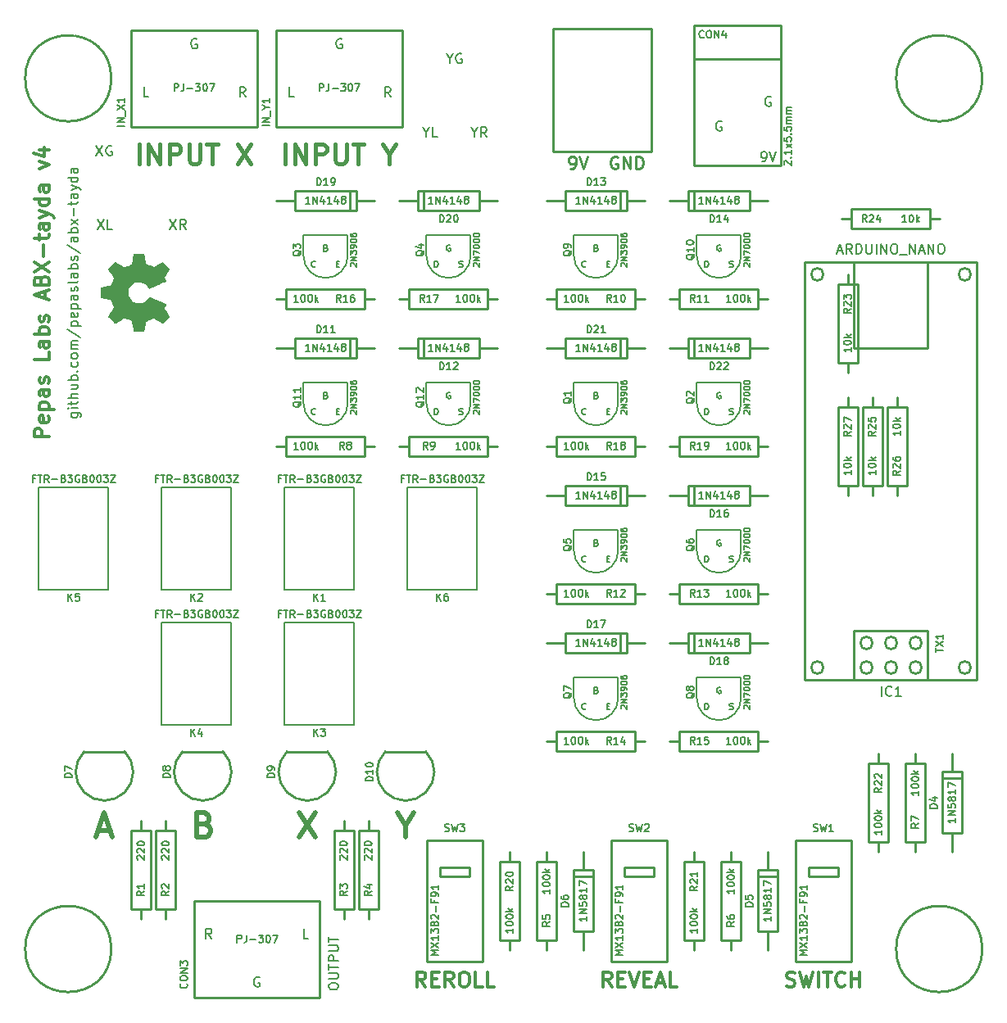
<source format=gto>
G04 (created by PCBNEW (2013-07-07 BZR 4022)-stable) date Tue 03 Nov 2020 08:36:50 PM CST*
%MOIN*%
G04 Gerber Fmt 3.4, Leading zero omitted, Abs format*
%FSLAX34Y34*%
G01*
G70*
G90*
G04 APERTURE LIST*
%ADD10C,0.00590551*%
%ADD11C,0.008*%
%ADD12C,0.012*%
%ADD13C,0.01*%
%ADD14C,0.02*%
%ADD15C,0.016*%
%ADD16C,0.0001*%
%ADD17C,0.006*%
%ADD18C,0.005*%
G04 APERTURE END LIST*
G54D10*
G54D11*
X33666Y-66761D02*
X33933Y-67161D01*
X33933Y-66761D02*
X33666Y-67161D01*
X34314Y-67161D02*
X34180Y-66971D01*
X34085Y-67161D02*
X34085Y-66761D01*
X34238Y-66761D01*
X34276Y-66780D01*
X34295Y-66800D01*
X34314Y-66838D01*
X34314Y-66895D01*
X34295Y-66933D01*
X34276Y-66952D01*
X34238Y-66971D01*
X34085Y-66971D01*
X30704Y-66761D02*
X30971Y-67161D01*
X30971Y-66761D02*
X30704Y-67161D01*
X31314Y-67161D02*
X31123Y-67161D01*
X31123Y-66761D01*
X30666Y-63761D02*
X30933Y-64161D01*
X30933Y-63761D02*
X30666Y-64161D01*
X31295Y-63780D02*
X31257Y-63761D01*
X31200Y-63761D01*
X31142Y-63780D01*
X31104Y-63819D01*
X31085Y-63857D01*
X31066Y-63933D01*
X31066Y-63990D01*
X31085Y-64066D01*
X31104Y-64104D01*
X31142Y-64142D01*
X31200Y-64161D01*
X31238Y-64161D01*
X31295Y-64142D01*
X31314Y-64123D01*
X31314Y-63990D01*
X31238Y-63990D01*
X46050Y-63221D02*
X46050Y-63411D01*
X45916Y-63011D02*
X46050Y-63221D01*
X46183Y-63011D01*
X46545Y-63411D02*
X46411Y-63221D01*
X46316Y-63411D02*
X46316Y-63011D01*
X46469Y-63011D01*
X46507Y-63030D01*
X46526Y-63050D01*
X46545Y-63088D01*
X46545Y-63145D01*
X46526Y-63183D01*
X46507Y-63202D01*
X46469Y-63221D01*
X46316Y-63221D01*
X44088Y-63221D02*
X44088Y-63411D01*
X43954Y-63011D02*
X44088Y-63221D01*
X44221Y-63011D01*
X44545Y-63411D02*
X44354Y-63411D01*
X44354Y-63011D01*
X45050Y-60221D02*
X45050Y-60411D01*
X44916Y-60011D02*
X45050Y-60221D01*
X45183Y-60011D01*
X45526Y-60030D02*
X45488Y-60011D01*
X45430Y-60011D01*
X45373Y-60030D01*
X45335Y-60069D01*
X45316Y-60107D01*
X45297Y-60183D01*
X45297Y-60240D01*
X45316Y-60316D01*
X45335Y-60354D01*
X45373Y-60392D01*
X45430Y-60411D01*
X45469Y-60411D01*
X45526Y-60392D01*
X45545Y-60373D01*
X45545Y-60240D01*
X45469Y-60240D01*
X56104Y-62780D02*
X56066Y-62761D01*
X56009Y-62761D01*
X55952Y-62780D01*
X55914Y-62819D01*
X55895Y-62857D01*
X55876Y-62933D01*
X55876Y-62990D01*
X55895Y-63066D01*
X55914Y-63104D01*
X55952Y-63142D01*
X56009Y-63161D01*
X56047Y-63161D01*
X56104Y-63142D01*
X56123Y-63123D01*
X56123Y-62990D01*
X56047Y-62990D01*
X58104Y-61780D02*
X58066Y-61761D01*
X58009Y-61761D01*
X57952Y-61780D01*
X57914Y-61819D01*
X57895Y-61857D01*
X57876Y-61933D01*
X57876Y-61990D01*
X57895Y-62066D01*
X57914Y-62104D01*
X57952Y-62142D01*
X58009Y-62161D01*
X58047Y-62161D01*
X58104Y-62142D01*
X58123Y-62123D01*
X58123Y-61990D01*
X58047Y-61990D01*
X57752Y-64411D02*
X57828Y-64411D01*
X57866Y-64392D01*
X57885Y-64373D01*
X57923Y-64316D01*
X57942Y-64240D01*
X57942Y-64088D01*
X57923Y-64050D01*
X57904Y-64030D01*
X57866Y-64011D01*
X57790Y-64011D01*
X57752Y-64030D01*
X57733Y-64050D01*
X57714Y-64088D01*
X57714Y-64183D01*
X57733Y-64221D01*
X57752Y-64240D01*
X57790Y-64259D01*
X57866Y-64259D01*
X57904Y-64240D01*
X57923Y-64221D01*
X57942Y-64183D01*
X58057Y-64011D02*
X58190Y-64411D01*
X58323Y-64011D01*
X37309Y-97615D02*
X37271Y-97596D01*
X37214Y-97596D01*
X37157Y-97615D01*
X37119Y-97653D01*
X37099Y-97691D01*
X37080Y-97767D01*
X37080Y-97825D01*
X37099Y-97901D01*
X37119Y-97939D01*
X37157Y-97977D01*
X37214Y-97996D01*
X37252Y-97996D01*
X37309Y-97977D01*
X37328Y-97958D01*
X37328Y-97825D01*
X37252Y-97825D01*
X35360Y-96028D02*
X35226Y-95837D01*
X35131Y-96028D02*
X35131Y-95628D01*
X35283Y-95628D01*
X35321Y-95647D01*
X35340Y-95666D01*
X35360Y-95704D01*
X35360Y-95761D01*
X35340Y-95799D01*
X35321Y-95818D01*
X35283Y-95837D01*
X35131Y-95837D01*
X39297Y-96028D02*
X39106Y-96028D01*
X39106Y-95628D01*
X40655Y-59426D02*
X40617Y-59407D01*
X40560Y-59407D01*
X40503Y-59426D01*
X40465Y-59464D01*
X40446Y-59502D01*
X40427Y-59579D01*
X40427Y-59636D01*
X40446Y-59712D01*
X40465Y-59750D01*
X40503Y-59788D01*
X40560Y-59807D01*
X40598Y-59807D01*
X40655Y-59788D01*
X40674Y-59769D01*
X40674Y-59636D01*
X40598Y-59636D01*
X42643Y-61776D02*
X42510Y-61585D01*
X42414Y-61776D02*
X42414Y-61376D01*
X42567Y-61376D01*
X42605Y-61395D01*
X42624Y-61414D01*
X42643Y-61452D01*
X42643Y-61509D01*
X42624Y-61547D01*
X42605Y-61566D01*
X42567Y-61585D01*
X42414Y-61585D01*
X38706Y-61776D02*
X38516Y-61776D01*
X38516Y-61376D01*
X34750Y-59426D02*
X34712Y-59407D01*
X34655Y-59407D01*
X34598Y-59426D01*
X34559Y-59464D01*
X34540Y-59502D01*
X34521Y-59579D01*
X34521Y-59636D01*
X34540Y-59712D01*
X34559Y-59750D01*
X34598Y-59788D01*
X34655Y-59807D01*
X34693Y-59807D01*
X34750Y-59788D01*
X34769Y-59769D01*
X34769Y-59636D01*
X34693Y-59636D01*
X36737Y-61776D02*
X36604Y-61585D01*
X36509Y-61776D02*
X36509Y-61376D01*
X36661Y-61376D01*
X36699Y-61395D01*
X36718Y-61414D01*
X36737Y-61452D01*
X36737Y-61509D01*
X36718Y-61547D01*
X36699Y-61566D01*
X36661Y-61585D01*
X36509Y-61585D01*
X32800Y-61776D02*
X32610Y-61776D01*
X32610Y-61376D01*
X29645Y-74635D02*
X29969Y-74635D01*
X30007Y-74654D01*
X30026Y-74673D01*
X30045Y-74711D01*
X30045Y-74769D01*
X30026Y-74807D01*
X29892Y-74635D02*
X29911Y-74673D01*
X29911Y-74749D01*
X29892Y-74788D01*
X29873Y-74807D01*
X29835Y-74826D01*
X29721Y-74826D01*
X29683Y-74807D01*
X29664Y-74788D01*
X29645Y-74749D01*
X29645Y-74673D01*
X29664Y-74635D01*
X29911Y-74445D02*
X29645Y-74445D01*
X29511Y-74445D02*
X29530Y-74464D01*
X29550Y-74445D01*
X29530Y-74426D01*
X29511Y-74445D01*
X29550Y-74445D01*
X29645Y-74311D02*
X29645Y-74159D01*
X29511Y-74254D02*
X29854Y-74254D01*
X29892Y-74235D01*
X29911Y-74197D01*
X29911Y-74159D01*
X29911Y-74026D02*
X29511Y-74026D01*
X29911Y-73854D02*
X29702Y-73854D01*
X29664Y-73873D01*
X29645Y-73911D01*
X29645Y-73969D01*
X29664Y-74007D01*
X29683Y-74026D01*
X29645Y-73492D02*
X29911Y-73492D01*
X29645Y-73664D02*
X29854Y-73664D01*
X29892Y-73645D01*
X29911Y-73607D01*
X29911Y-73549D01*
X29892Y-73511D01*
X29873Y-73492D01*
X29911Y-73302D02*
X29511Y-73302D01*
X29664Y-73302D02*
X29645Y-73264D01*
X29645Y-73188D01*
X29664Y-73149D01*
X29683Y-73130D01*
X29721Y-73111D01*
X29835Y-73111D01*
X29873Y-73130D01*
X29892Y-73149D01*
X29911Y-73188D01*
X29911Y-73264D01*
X29892Y-73302D01*
X29873Y-72940D02*
X29892Y-72921D01*
X29911Y-72940D01*
X29892Y-72959D01*
X29873Y-72940D01*
X29911Y-72940D01*
X29892Y-72578D02*
X29911Y-72616D01*
X29911Y-72692D01*
X29892Y-72730D01*
X29873Y-72749D01*
X29835Y-72769D01*
X29721Y-72769D01*
X29683Y-72749D01*
X29664Y-72730D01*
X29645Y-72692D01*
X29645Y-72616D01*
X29664Y-72578D01*
X29911Y-72349D02*
X29892Y-72388D01*
X29873Y-72407D01*
X29835Y-72426D01*
X29721Y-72426D01*
X29683Y-72407D01*
X29664Y-72388D01*
X29645Y-72349D01*
X29645Y-72292D01*
X29664Y-72254D01*
X29683Y-72235D01*
X29721Y-72216D01*
X29835Y-72216D01*
X29873Y-72235D01*
X29892Y-72254D01*
X29911Y-72292D01*
X29911Y-72349D01*
X29911Y-72045D02*
X29645Y-72045D01*
X29683Y-72045D02*
X29664Y-72026D01*
X29645Y-71988D01*
X29645Y-71930D01*
X29664Y-71892D01*
X29702Y-71873D01*
X29911Y-71873D01*
X29702Y-71873D02*
X29664Y-71854D01*
X29645Y-71816D01*
X29645Y-71759D01*
X29664Y-71721D01*
X29702Y-71702D01*
X29911Y-71702D01*
X29492Y-71226D02*
X30007Y-71569D01*
X29645Y-71092D02*
X30045Y-71092D01*
X29664Y-71092D02*
X29645Y-71054D01*
X29645Y-70978D01*
X29664Y-70940D01*
X29683Y-70921D01*
X29721Y-70902D01*
X29835Y-70902D01*
X29873Y-70921D01*
X29892Y-70940D01*
X29911Y-70978D01*
X29911Y-71054D01*
X29892Y-71092D01*
X29892Y-70578D02*
X29911Y-70616D01*
X29911Y-70692D01*
X29892Y-70730D01*
X29854Y-70749D01*
X29702Y-70749D01*
X29664Y-70730D01*
X29645Y-70692D01*
X29645Y-70616D01*
X29664Y-70578D01*
X29702Y-70559D01*
X29740Y-70559D01*
X29778Y-70749D01*
X29645Y-70388D02*
X30045Y-70388D01*
X29664Y-70388D02*
X29645Y-70349D01*
X29645Y-70273D01*
X29664Y-70235D01*
X29683Y-70216D01*
X29721Y-70197D01*
X29835Y-70197D01*
X29873Y-70216D01*
X29892Y-70235D01*
X29911Y-70273D01*
X29911Y-70349D01*
X29892Y-70388D01*
X29911Y-69854D02*
X29702Y-69854D01*
X29664Y-69873D01*
X29645Y-69911D01*
X29645Y-69988D01*
X29664Y-70026D01*
X29892Y-69854D02*
X29911Y-69892D01*
X29911Y-69988D01*
X29892Y-70026D01*
X29854Y-70045D01*
X29816Y-70045D01*
X29778Y-70026D01*
X29759Y-69988D01*
X29759Y-69892D01*
X29740Y-69854D01*
X29892Y-69683D02*
X29911Y-69645D01*
X29911Y-69569D01*
X29892Y-69530D01*
X29854Y-69511D01*
X29835Y-69511D01*
X29797Y-69530D01*
X29778Y-69569D01*
X29778Y-69626D01*
X29759Y-69664D01*
X29721Y-69683D01*
X29702Y-69683D01*
X29664Y-69664D01*
X29645Y-69626D01*
X29645Y-69569D01*
X29664Y-69530D01*
X29911Y-69283D02*
X29892Y-69321D01*
X29854Y-69340D01*
X29511Y-69340D01*
X29911Y-68959D02*
X29702Y-68959D01*
X29664Y-68978D01*
X29645Y-69016D01*
X29645Y-69092D01*
X29664Y-69130D01*
X29892Y-68959D02*
X29911Y-68997D01*
X29911Y-69092D01*
X29892Y-69130D01*
X29854Y-69149D01*
X29816Y-69149D01*
X29778Y-69130D01*
X29759Y-69092D01*
X29759Y-68997D01*
X29740Y-68959D01*
X29911Y-68769D02*
X29511Y-68769D01*
X29664Y-68769D02*
X29645Y-68730D01*
X29645Y-68654D01*
X29664Y-68616D01*
X29683Y-68597D01*
X29721Y-68578D01*
X29835Y-68578D01*
X29873Y-68597D01*
X29892Y-68616D01*
X29911Y-68654D01*
X29911Y-68730D01*
X29892Y-68769D01*
X29892Y-68426D02*
X29911Y-68388D01*
X29911Y-68311D01*
X29892Y-68273D01*
X29854Y-68254D01*
X29835Y-68254D01*
X29797Y-68273D01*
X29778Y-68311D01*
X29778Y-68369D01*
X29759Y-68407D01*
X29721Y-68426D01*
X29702Y-68426D01*
X29664Y-68407D01*
X29645Y-68369D01*
X29645Y-68311D01*
X29664Y-68273D01*
X29492Y-67797D02*
X30007Y-68140D01*
X29911Y-67492D02*
X29702Y-67492D01*
X29664Y-67511D01*
X29645Y-67550D01*
X29645Y-67626D01*
X29664Y-67664D01*
X29892Y-67492D02*
X29911Y-67530D01*
X29911Y-67626D01*
X29892Y-67664D01*
X29854Y-67683D01*
X29816Y-67683D01*
X29778Y-67664D01*
X29759Y-67626D01*
X29759Y-67530D01*
X29740Y-67492D01*
X29911Y-67302D02*
X29511Y-67302D01*
X29664Y-67302D02*
X29645Y-67264D01*
X29645Y-67188D01*
X29664Y-67150D01*
X29683Y-67130D01*
X29721Y-67111D01*
X29835Y-67111D01*
X29873Y-67130D01*
X29892Y-67150D01*
X29911Y-67188D01*
X29911Y-67264D01*
X29892Y-67302D01*
X29911Y-66978D02*
X29645Y-66769D01*
X29645Y-66978D02*
X29911Y-66769D01*
X29759Y-66616D02*
X29759Y-66311D01*
X29645Y-66178D02*
X29645Y-66026D01*
X29511Y-66121D02*
X29854Y-66121D01*
X29892Y-66102D01*
X29911Y-66064D01*
X29911Y-66026D01*
X29911Y-65721D02*
X29702Y-65721D01*
X29664Y-65740D01*
X29645Y-65778D01*
X29645Y-65854D01*
X29664Y-65892D01*
X29892Y-65721D02*
X29911Y-65759D01*
X29911Y-65854D01*
X29892Y-65892D01*
X29854Y-65911D01*
X29816Y-65911D01*
X29778Y-65892D01*
X29759Y-65854D01*
X29759Y-65759D01*
X29740Y-65721D01*
X29645Y-65569D02*
X29911Y-65473D01*
X29645Y-65378D02*
X29911Y-65473D01*
X30007Y-65511D01*
X30026Y-65530D01*
X30045Y-65569D01*
X29911Y-65054D02*
X29511Y-65054D01*
X29892Y-65054D02*
X29911Y-65092D01*
X29911Y-65169D01*
X29892Y-65207D01*
X29873Y-65226D01*
X29835Y-65245D01*
X29721Y-65245D01*
X29683Y-65226D01*
X29664Y-65207D01*
X29645Y-65169D01*
X29645Y-65092D01*
X29664Y-65054D01*
X29911Y-64692D02*
X29702Y-64692D01*
X29664Y-64711D01*
X29645Y-64750D01*
X29645Y-64826D01*
X29664Y-64864D01*
X29892Y-64692D02*
X29911Y-64730D01*
X29911Y-64826D01*
X29892Y-64864D01*
X29854Y-64883D01*
X29816Y-64883D01*
X29778Y-64864D01*
X29759Y-64826D01*
X29759Y-64730D01*
X29740Y-64692D01*
G54D12*
X28742Y-75607D02*
X28142Y-75607D01*
X28142Y-75378D01*
X28171Y-75321D01*
X28200Y-75292D01*
X28257Y-75264D01*
X28342Y-75264D01*
X28400Y-75292D01*
X28428Y-75321D01*
X28457Y-75378D01*
X28457Y-75607D01*
X28714Y-74778D02*
X28742Y-74835D01*
X28742Y-74950D01*
X28714Y-75007D01*
X28657Y-75035D01*
X28428Y-75035D01*
X28371Y-75007D01*
X28342Y-74950D01*
X28342Y-74835D01*
X28371Y-74778D01*
X28428Y-74750D01*
X28485Y-74750D01*
X28542Y-75035D01*
X28342Y-74492D02*
X28942Y-74492D01*
X28371Y-74492D02*
X28342Y-74435D01*
X28342Y-74321D01*
X28371Y-74264D01*
X28400Y-74235D01*
X28457Y-74207D01*
X28628Y-74207D01*
X28685Y-74235D01*
X28714Y-74264D01*
X28742Y-74321D01*
X28742Y-74435D01*
X28714Y-74492D01*
X28742Y-73692D02*
X28428Y-73692D01*
X28371Y-73721D01*
X28342Y-73778D01*
X28342Y-73892D01*
X28371Y-73950D01*
X28714Y-73692D02*
X28742Y-73750D01*
X28742Y-73892D01*
X28714Y-73950D01*
X28657Y-73978D01*
X28600Y-73978D01*
X28542Y-73950D01*
X28514Y-73892D01*
X28514Y-73750D01*
X28485Y-73692D01*
X28714Y-73435D02*
X28742Y-73378D01*
X28742Y-73264D01*
X28714Y-73207D01*
X28657Y-73178D01*
X28628Y-73178D01*
X28571Y-73207D01*
X28542Y-73264D01*
X28542Y-73350D01*
X28514Y-73407D01*
X28457Y-73435D01*
X28428Y-73435D01*
X28371Y-73407D01*
X28342Y-73350D01*
X28342Y-73264D01*
X28371Y-73207D01*
X28742Y-72178D02*
X28742Y-72464D01*
X28142Y-72464D01*
X28742Y-71721D02*
X28428Y-71721D01*
X28371Y-71750D01*
X28342Y-71807D01*
X28342Y-71921D01*
X28371Y-71978D01*
X28714Y-71721D02*
X28742Y-71778D01*
X28742Y-71921D01*
X28714Y-71978D01*
X28657Y-72007D01*
X28600Y-72007D01*
X28542Y-71978D01*
X28514Y-71921D01*
X28514Y-71778D01*
X28485Y-71721D01*
X28742Y-71435D02*
X28142Y-71435D01*
X28371Y-71435D02*
X28342Y-71378D01*
X28342Y-71264D01*
X28371Y-71207D01*
X28400Y-71178D01*
X28457Y-71150D01*
X28628Y-71150D01*
X28685Y-71178D01*
X28714Y-71207D01*
X28742Y-71264D01*
X28742Y-71378D01*
X28714Y-71435D01*
X28714Y-70921D02*
X28742Y-70864D01*
X28742Y-70750D01*
X28714Y-70692D01*
X28657Y-70664D01*
X28628Y-70664D01*
X28571Y-70692D01*
X28542Y-70750D01*
X28542Y-70835D01*
X28514Y-70892D01*
X28457Y-70921D01*
X28428Y-70921D01*
X28371Y-70892D01*
X28342Y-70835D01*
X28342Y-70750D01*
X28371Y-70692D01*
X28571Y-69978D02*
X28571Y-69692D01*
X28742Y-70035D02*
X28142Y-69835D01*
X28742Y-69635D01*
X28428Y-69235D02*
X28457Y-69150D01*
X28485Y-69121D01*
X28542Y-69092D01*
X28628Y-69092D01*
X28685Y-69121D01*
X28714Y-69150D01*
X28742Y-69207D01*
X28742Y-69435D01*
X28142Y-69435D01*
X28142Y-69235D01*
X28171Y-69178D01*
X28200Y-69150D01*
X28257Y-69121D01*
X28314Y-69121D01*
X28371Y-69150D01*
X28400Y-69178D01*
X28428Y-69235D01*
X28428Y-69435D01*
X28142Y-68892D02*
X28742Y-68492D01*
X28142Y-68492D02*
X28742Y-68892D01*
X28514Y-68264D02*
X28514Y-67807D01*
X28342Y-67607D02*
X28342Y-67378D01*
X28142Y-67521D02*
X28657Y-67521D01*
X28714Y-67492D01*
X28742Y-67435D01*
X28742Y-67378D01*
X28742Y-66921D02*
X28428Y-66921D01*
X28371Y-66950D01*
X28342Y-67007D01*
X28342Y-67121D01*
X28371Y-67178D01*
X28714Y-66921D02*
X28742Y-66978D01*
X28742Y-67121D01*
X28714Y-67178D01*
X28657Y-67207D01*
X28600Y-67207D01*
X28542Y-67178D01*
X28514Y-67121D01*
X28514Y-66978D01*
X28485Y-66921D01*
X28342Y-66692D02*
X28742Y-66550D01*
X28342Y-66407D02*
X28742Y-66550D01*
X28885Y-66607D01*
X28914Y-66635D01*
X28942Y-66692D01*
X28742Y-65921D02*
X28142Y-65921D01*
X28714Y-65921D02*
X28742Y-65978D01*
X28742Y-66092D01*
X28714Y-66150D01*
X28685Y-66178D01*
X28628Y-66207D01*
X28457Y-66207D01*
X28400Y-66178D01*
X28371Y-66150D01*
X28342Y-66092D01*
X28342Y-65978D01*
X28371Y-65921D01*
X28742Y-65378D02*
X28428Y-65378D01*
X28371Y-65407D01*
X28342Y-65464D01*
X28342Y-65578D01*
X28371Y-65635D01*
X28714Y-65378D02*
X28742Y-65435D01*
X28742Y-65578D01*
X28714Y-65635D01*
X28657Y-65664D01*
X28600Y-65664D01*
X28542Y-65635D01*
X28514Y-65578D01*
X28514Y-65435D01*
X28485Y-65378D01*
X28342Y-64692D02*
X28742Y-64550D01*
X28342Y-64407D01*
X28342Y-63921D02*
X28742Y-63921D01*
X28114Y-64064D02*
X28542Y-64207D01*
X28542Y-63835D01*
G54D13*
X51869Y-64226D02*
X51821Y-64202D01*
X51750Y-64202D01*
X51678Y-64226D01*
X51630Y-64273D01*
X51607Y-64321D01*
X51583Y-64416D01*
X51583Y-64488D01*
X51607Y-64583D01*
X51630Y-64630D01*
X51678Y-64678D01*
X51750Y-64702D01*
X51797Y-64702D01*
X51869Y-64678D01*
X51892Y-64654D01*
X51892Y-64488D01*
X51797Y-64488D01*
X52107Y-64702D02*
X52107Y-64202D01*
X52392Y-64702D01*
X52392Y-64202D01*
X52630Y-64702D02*
X52630Y-64202D01*
X52750Y-64202D01*
X52821Y-64226D01*
X52869Y-64273D01*
X52892Y-64321D01*
X52916Y-64416D01*
X52916Y-64488D01*
X52892Y-64583D01*
X52869Y-64630D01*
X52821Y-64678D01*
X52750Y-64702D01*
X52630Y-64702D01*
X49940Y-64702D02*
X50035Y-64702D01*
X50083Y-64678D01*
X50107Y-64654D01*
X50154Y-64583D01*
X50178Y-64488D01*
X50178Y-64297D01*
X50154Y-64250D01*
X50130Y-64226D01*
X50083Y-64202D01*
X49988Y-64202D01*
X49940Y-64226D01*
X49916Y-64250D01*
X49892Y-64297D01*
X49892Y-64416D01*
X49916Y-64464D01*
X49940Y-64488D01*
X49988Y-64511D01*
X50083Y-64511D01*
X50130Y-64488D01*
X50154Y-64464D01*
X50178Y-64416D01*
X50321Y-64202D02*
X50488Y-64702D01*
X50654Y-64202D01*
G54D14*
X43250Y-91428D02*
X43250Y-91904D01*
X42916Y-90904D02*
X43250Y-91428D01*
X43583Y-90904D01*
X38916Y-90904D02*
X39583Y-91904D01*
X39583Y-90904D02*
X38916Y-91904D01*
X35071Y-91380D02*
X35214Y-91428D01*
X35261Y-91476D01*
X35309Y-91571D01*
X35309Y-91714D01*
X35261Y-91809D01*
X35214Y-91857D01*
X35119Y-91904D01*
X34738Y-91904D01*
X34738Y-90904D01*
X35071Y-90904D01*
X35166Y-90952D01*
X35214Y-91000D01*
X35261Y-91095D01*
X35261Y-91190D01*
X35214Y-91285D01*
X35166Y-91333D01*
X35071Y-91380D01*
X34738Y-91380D01*
X30761Y-91619D02*
X31238Y-91619D01*
X30666Y-91904D02*
X31000Y-90904D01*
X31333Y-91904D01*
G54D15*
X38360Y-64497D02*
X38360Y-63697D01*
X38741Y-64497D02*
X38741Y-63697D01*
X39198Y-64497D01*
X39198Y-63697D01*
X39579Y-64497D02*
X39579Y-63697D01*
X39884Y-63697D01*
X39960Y-63735D01*
X39998Y-63773D01*
X40036Y-63849D01*
X40036Y-63963D01*
X39998Y-64039D01*
X39960Y-64077D01*
X39884Y-64116D01*
X39579Y-64116D01*
X40379Y-63697D02*
X40379Y-64344D01*
X40417Y-64420D01*
X40455Y-64458D01*
X40532Y-64497D01*
X40684Y-64497D01*
X40760Y-64458D01*
X40798Y-64420D01*
X40836Y-64344D01*
X40836Y-63697D01*
X41103Y-63697D02*
X41560Y-63697D01*
X41332Y-64497D02*
X41332Y-63697D01*
X42589Y-64116D02*
X42589Y-64497D01*
X42322Y-63697D02*
X42589Y-64116D01*
X42855Y-63697D01*
X32417Y-64497D02*
X32417Y-63697D01*
X32798Y-64497D02*
X32798Y-63697D01*
X33255Y-64497D01*
X33255Y-63697D01*
X33636Y-64497D02*
X33636Y-63697D01*
X33940Y-63697D01*
X34017Y-63735D01*
X34055Y-63773D01*
X34093Y-63849D01*
X34093Y-63963D01*
X34055Y-64039D01*
X34017Y-64077D01*
X33940Y-64116D01*
X33636Y-64116D01*
X34436Y-63697D02*
X34436Y-64344D01*
X34474Y-64420D01*
X34512Y-64458D01*
X34588Y-64497D01*
X34740Y-64497D01*
X34817Y-64458D01*
X34855Y-64420D01*
X34893Y-64344D01*
X34893Y-63697D01*
X35159Y-63697D02*
X35617Y-63697D01*
X35388Y-64497D02*
X35388Y-63697D01*
X36417Y-63697D02*
X36950Y-64497D01*
X36950Y-63697D02*
X36417Y-64497D01*
G54D11*
X40116Y-98009D02*
X40116Y-97932D01*
X40135Y-97894D01*
X40173Y-97856D01*
X40249Y-97837D01*
X40382Y-97837D01*
X40459Y-97856D01*
X40497Y-97894D01*
X40516Y-97932D01*
X40516Y-98009D01*
X40497Y-98047D01*
X40459Y-98085D01*
X40382Y-98104D01*
X40249Y-98104D01*
X40173Y-98085D01*
X40135Y-98047D01*
X40116Y-98009D01*
X40116Y-97666D02*
X40440Y-97666D01*
X40478Y-97647D01*
X40497Y-97628D01*
X40516Y-97590D01*
X40516Y-97513D01*
X40497Y-97475D01*
X40478Y-97456D01*
X40440Y-97437D01*
X40116Y-97437D01*
X40116Y-97304D02*
X40116Y-97075D01*
X40516Y-97190D02*
X40116Y-97190D01*
X40516Y-96942D02*
X40116Y-96942D01*
X40116Y-96790D01*
X40135Y-96752D01*
X40154Y-96732D01*
X40192Y-96713D01*
X40249Y-96713D01*
X40287Y-96732D01*
X40306Y-96752D01*
X40325Y-96790D01*
X40325Y-96942D01*
X40116Y-96542D02*
X40440Y-96542D01*
X40478Y-96523D01*
X40497Y-96504D01*
X40516Y-96466D01*
X40516Y-96390D01*
X40497Y-96352D01*
X40478Y-96332D01*
X40440Y-96313D01*
X40116Y-96313D01*
X40116Y-96180D02*
X40116Y-95952D01*
X40516Y-96066D02*
X40116Y-96066D01*
G54D13*
X58000Y-96500D02*
X58000Y-95750D01*
X58000Y-93250D02*
X58000Y-92500D01*
X57600Y-93500D02*
X58400Y-93500D01*
X58400Y-95750D02*
X58400Y-93250D01*
X57600Y-95750D02*
X58400Y-95750D01*
X57600Y-93250D02*
X58400Y-93250D01*
X57600Y-95750D02*
X57600Y-93250D01*
G54D10*
X45900Y-68250D02*
X45900Y-67400D01*
X45900Y-67400D02*
X44100Y-67400D01*
X44100Y-67400D02*
X44100Y-68250D01*
X44100Y-68250D02*
G75*
G03X45000Y-69150I900J0D01*
G74*
G01*
X45000Y-69150D02*
G75*
G03X45900Y-68250I0J900D01*
G74*
G01*
X56900Y-86250D02*
X56900Y-85400D01*
X56900Y-85400D02*
X55100Y-85400D01*
X55100Y-85400D02*
X55100Y-86250D01*
X55100Y-86250D02*
G75*
G03X56000Y-87150I900J0D01*
G74*
G01*
X56000Y-87150D02*
G75*
G03X56900Y-86250I0J900D01*
G74*
G01*
X56900Y-74250D02*
X56900Y-73400D01*
X56900Y-73400D02*
X55100Y-73400D01*
X55100Y-73400D02*
X55100Y-74250D01*
X55100Y-74250D02*
G75*
G03X56000Y-75150I900J0D01*
G74*
G01*
X56000Y-75150D02*
G75*
G03X56900Y-74250I0J900D01*
G74*
G01*
X56900Y-80250D02*
X56900Y-79400D01*
X56900Y-79400D02*
X55100Y-79400D01*
X55100Y-79400D02*
X55100Y-80250D01*
X55100Y-80250D02*
G75*
G03X56000Y-81150I900J0D01*
G74*
G01*
X56000Y-81150D02*
G75*
G03X56900Y-80250I0J900D01*
G74*
G01*
X56900Y-68250D02*
X56900Y-67400D01*
X56900Y-67400D02*
X55100Y-67400D01*
X55100Y-67400D02*
X55100Y-68250D01*
X55100Y-68250D02*
G75*
G03X56000Y-69150I900J0D01*
G74*
G01*
X56000Y-69150D02*
G75*
G03X56900Y-68250I0J900D01*
G74*
G01*
X45900Y-74250D02*
X45900Y-73400D01*
X45900Y-73400D02*
X44100Y-73400D01*
X44100Y-73400D02*
X44100Y-74250D01*
X44100Y-74250D02*
G75*
G03X45000Y-75150I900J0D01*
G74*
G01*
X45000Y-75150D02*
G75*
G03X45900Y-74250I0J900D01*
G74*
G01*
G54D13*
X39763Y-98425D02*
X39763Y-94488D01*
X34645Y-98425D02*
X34645Y-94488D01*
X34645Y-98425D02*
X39763Y-98425D01*
X34645Y-94488D02*
X39763Y-94488D01*
X54000Y-76000D02*
X54400Y-76000D01*
X54400Y-76000D02*
X54400Y-75600D01*
X54400Y-75600D02*
X57600Y-75600D01*
X57600Y-75600D02*
X57600Y-76400D01*
X57600Y-76400D02*
X54400Y-76400D01*
X54400Y-76400D02*
X54400Y-76000D01*
X58000Y-76000D02*
X57600Y-76000D01*
X42000Y-70000D02*
X41600Y-70000D01*
X41600Y-70000D02*
X41600Y-70400D01*
X41600Y-70400D02*
X38400Y-70400D01*
X38400Y-70400D02*
X38400Y-69600D01*
X38400Y-69600D02*
X41600Y-69600D01*
X41600Y-69600D02*
X41600Y-70000D01*
X38000Y-70000D02*
X38400Y-70000D01*
X53000Y-76000D02*
X52600Y-76000D01*
X52600Y-76000D02*
X52600Y-76400D01*
X52600Y-76400D02*
X49400Y-76400D01*
X49400Y-76400D02*
X49400Y-75600D01*
X49400Y-75600D02*
X52600Y-75600D01*
X52600Y-75600D02*
X52600Y-76000D01*
X49000Y-76000D02*
X49400Y-76000D01*
X53000Y-82000D02*
X52600Y-82000D01*
X52600Y-82000D02*
X52600Y-82400D01*
X52600Y-82400D02*
X49400Y-82400D01*
X49400Y-82400D02*
X49400Y-81600D01*
X49400Y-81600D02*
X52600Y-81600D01*
X52600Y-81600D02*
X52600Y-82000D01*
X49000Y-82000D02*
X49400Y-82000D01*
X43000Y-70000D02*
X43400Y-70000D01*
X43400Y-70000D02*
X43400Y-69600D01*
X43400Y-69600D02*
X46600Y-69600D01*
X46600Y-69600D02*
X46600Y-70400D01*
X46600Y-70400D02*
X43400Y-70400D01*
X43400Y-70400D02*
X43400Y-70000D01*
X47000Y-70000D02*
X46600Y-70000D01*
X43000Y-76000D02*
X43400Y-76000D01*
X43400Y-76000D02*
X43400Y-75600D01*
X43400Y-75600D02*
X46600Y-75600D01*
X46600Y-75600D02*
X46600Y-76400D01*
X46600Y-76400D02*
X43400Y-76400D01*
X43400Y-76400D02*
X43400Y-76000D01*
X47000Y-76000D02*
X46600Y-76000D01*
X54000Y-82000D02*
X54400Y-82000D01*
X54400Y-82000D02*
X54400Y-81600D01*
X54400Y-81600D02*
X57600Y-81600D01*
X57600Y-81600D02*
X57600Y-82400D01*
X57600Y-82400D02*
X54400Y-82400D01*
X54400Y-82400D02*
X54400Y-82000D01*
X58000Y-82000D02*
X57600Y-82000D01*
X53000Y-88000D02*
X52600Y-88000D01*
X52600Y-88000D02*
X52600Y-88400D01*
X52600Y-88400D02*
X49400Y-88400D01*
X49400Y-88400D02*
X49400Y-87600D01*
X49400Y-87600D02*
X52600Y-87600D01*
X52600Y-87600D02*
X52600Y-88000D01*
X49000Y-88000D02*
X49400Y-88000D01*
X54000Y-88000D02*
X54400Y-88000D01*
X54400Y-88000D02*
X54400Y-87600D01*
X54400Y-87600D02*
X57600Y-87600D01*
X57600Y-87600D02*
X57600Y-88400D01*
X57600Y-88400D02*
X54400Y-88400D01*
X54400Y-88400D02*
X54400Y-88000D01*
X58000Y-88000D02*
X57600Y-88000D01*
X53000Y-70000D02*
X52600Y-70000D01*
X52600Y-70000D02*
X52600Y-70400D01*
X52600Y-70400D02*
X49400Y-70400D01*
X49400Y-70400D02*
X49400Y-69600D01*
X49400Y-69600D02*
X52600Y-69600D01*
X52600Y-69600D02*
X52600Y-70000D01*
X49000Y-70000D02*
X49400Y-70000D01*
X54000Y-70000D02*
X54400Y-70000D01*
X54400Y-70000D02*
X54400Y-69600D01*
X54400Y-69600D02*
X57600Y-69600D01*
X57600Y-69600D02*
X57600Y-70400D01*
X57600Y-70400D02*
X54400Y-70400D01*
X54400Y-70400D02*
X54400Y-70000D01*
X58000Y-70000D02*
X57600Y-70000D01*
X42000Y-76000D02*
X41600Y-76000D01*
X41600Y-76000D02*
X41600Y-76400D01*
X41600Y-76400D02*
X38400Y-76400D01*
X38400Y-76400D02*
X38400Y-75600D01*
X38400Y-75600D02*
X41600Y-75600D01*
X41600Y-75600D02*
X41600Y-76000D01*
X38000Y-76000D02*
X38400Y-76000D01*
X49000Y-96500D02*
X49000Y-96100D01*
X49000Y-96100D02*
X48600Y-96100D01*
X48600Y-96100D02*
X48600Y-92900D01*
X48600Y-92900D02*
X49400Y-92900D01*
X49400Y-92900D02*
X49400Y-96100D01*
X49400Y-96100D02*
X49000Y-96100D01*
X49000Y-92500D02*
X49000Y-92900D01*
X56500Y-96500D02*
X56500Y-96100D01*
X56500Y-96100D02*
X56100Y-96100D01*
X56100Y-96100D02*
X56100Y-92900D01*
X56100Y-92900D02*
X56900Y-92900D01*
X56900Y-92900D02*
X56900Y-96100D01*
X56900Y-96100D02*
X56500Y-96100D01*
X56500Y-92500D02*
X56500Y-92900D01*
X64000Y-92500D02*
X64000Y-92100D01*
X64000Y-92100D02*
X63600Y-92100D01*
X63600Y-92100D02*
X63600Y-88900D01*
X63600Y-88900D02*
X64400Y-88900D01*
X64400Y-88900D02*
X64400Y-92100D01*
X64400Y-92100D02*
X64000Y-92100D01*
X64000Y-88500D02*
X64000Y-88900D01*
X40750Y-95250D02*
X40750Y-94850D01*
X40750Y-94850D02*
X40350Y-94850D01*
X40350Y-94850D02*
X40350Y-91650D01*
X40350Y-91650D02*
X41150Y-91650D01*
X41150Y-91650D02*
X41150Y-94850D01*
X41150Y-94850D02*
X40750Y-94850D01*
X40750Y-91250D02*
X40750Y-91650D01*
X41750Y-95250D02*
X41750Y-94850D01*
X41750Y-94850D02*
X41350Y-94850D01*
X41350Y-94850D02*
X41350Y-91650D01*
X41350Y-91650D02*
X42150Y-91650D01*
X42150Y-91650D02*
X42150Y-94850D01*
X42150Y-94850D02*
X41750Y-94850D01*
X41750Y-91250D02*
X41750Y-91650D01*
X33500Y-95250D02*
X33500Y-94850D01*
X33500Y-94850D02*
X33100Y-94850D01*
X33100Y-94850D02*
X33100Y-91650D01*
X33100Y-91650D02*
X33900Y-91650D01*
X33900Y-91650D02*
X33900Y-94850D01*
X33900Y-94850D02*
X33500Y-94850D01*
X33500Y-91250D02*
X33500Y-91650D01*
X32500Y-95250D02*
X32500Y-94850D01*
X32500Y-94850D02*
X32100Y-94850D01*
X32100Y-94850D02*
X32100Y-91650D01*
X32100Y-91650D02*
X32900Y-91650D01*
X32900Y-91650D02*
X32900Y-94850D01*
X32900Y-94850D02*
X32500Y-94850D01*
X32500Y-91250D02*
X32500Y-91650D01*
X34173Y-88423D02*
X35826Y-88423D01*
X35826Y-90076D02*
G75*
G03X35826Y-88423I-826J826D01*
G74*
G01*
X34173Y-90076D02*
G75*
G03X35826Y-90076I826J826D01*
G74*
G01*
X34173Y-88423D02*
G75*
G03X34173Y-90076I826J-826D01*
G74*
G01*
X38423Y-88423D02*
X40076Y-88423D01*
X40076Y-90076D02*
G75*
G03X40076Y-88423I-826J826D01*
G74*
G01*
X38423Y-90076D02*
G75*
G03X40076Y-90076I826J826D01*
G74*
G01*
X38423Y-88423D02*
G75*
G03X38423Y-90076I826J-826D01*
G74*
G01*
X42423Y-88423D02*
X44076Y-88423D01*
X44076Y-90076D02*
G75*
G03X44076Y-88423I-826J826D01*
G74*
G01*
X42423Y-90076D02*
G75*
G03X44076Y-90076I826J826D01*
G74*
G01*
X42423Y-88423D02*
G75*
G03X42423Y-90076I826J-826D01*
G74*
G01*
X30173Y-88423D02*
X31826Y-88423D01*
X31826Y-90076D02*
G75*
G03X31826Y-88423I-826J826D01*
G74*
G01*
X30173Y-90076D02*
G75*
G03X31826Y-90076I826J826D01*
G74*
G01*
X30173Y-88423D02*
G75*
G03X30173Y-90076I826J-826D01*
G74*
G01*
X65500Y-92500D02*
X65500Y-91750D01*
X65500Y-89250D02*
X65500Y-88500D01*
X65100Y-89500D02*
X65900Y-89500D01*
X65900Y-91750D02*
X65900Y-89250D01*
X65100Y-91750D02*
X65900Y-91750D01*
X65100Y-89250D02*
X65900Y-89250D01*
X65100Y-91750D02*
X65100Y-89250D01*
X50500Y-96500D02*
X50500Y-95750D01*
X50500Y-93250D02*
X50500Y-92500D01*
X50100Y-93500D02*
X50900Y-93500D01*
X50900Y-95750D02*
X50900Y-93250D01*
X50100Y-95750D02*
X50900Y-95750D01*
X50100Y-93250D02*
X50900Y-93250D01*
X50100Y-95750D02*
X50100Y-93250D01*
X38000Y-72000D02*
X38750Y-72000D01*
X41250Y-72000D02*
X42000Y-72000D01*
X41000Y-71600D02*
X41000Y-72400D01*
X38750Y-72400D02*
X41250Y-72400D01*
X38750Y-71600D02*
X38750Y-72400D01*
X41250Y-71600D02*
X41250Y-72400D01*
X38750Y-71600D02*
X41250Y-71600D01*
X47000Y-72000D02*
X46250Y-72000D01*
X43750Y-72000D02*
X43000Y-72000D01*
X44000Y-72400D02*
X44000Y-71600D01*
X46250Y-71600D02*
X43750Y-71600D01*
X46250Y-72400D02*
X46250Y-71600D01*
X43750Y-72400D02*
X43750Y-71600D01*
X46250Y-72400D02*
X43750Y-72400D01*
X58000Y-66000D02*
X57250Y-66000D01*
X54750Y-66000D02*
X54000Y-66000D01*
X55000Y-66400D02*
X55000Y-65600D01*
X57250Y-65600D02*
X54750Y-65600D01*
X57250Y-66400D02*
X57250Y-65600D01*
X54750Y-66400D02*
X54750Y-65600D01*
X57250Y-66400D02*
X54750Y-66400D01*
X49000Y-66000D02*
X49750Y-66000D01*
X52250Y-66000D02*
X53000Y-66000D01*
X52000Y-65600D02*
X52000Y-66400D01*
X49750Y-66400D02*
X52250Y-66400D01*
X49750Y-65600D02*
X49750Y-66400D01*
X52250Y-65600D02*
X52250Y-66400D01*
X49750Y-65600D02*
X52250Y-65600D01*
X47000Y-66000D02*
X46250Y-66000D01*
X43750Y-66000D02*
X43000Y-66000D01*
X44000Y-66400D02*
X44000Y-65600D01*
X46250Y-65600D02*
X43750Y-65600D01*
X46250Y-66400D02*
X46250Y-65600D01*
X43750Y-66400D02*
X43750Y-65600D01*
X46250Y-66400D02*
X43750Y-66400D01*
X38000Y-66000D02*
X38750Y-66000D01*
X41250Y-66000D02*
X42000Y-66000D01*
X41000Y-65600D02*
X41000Y-66400D01*
X38750Y-66400D02*
X41250Y-66400D01*
X38750Y-65600D02*
X38750Y-66400D01*
X41250Y-65600D02*
X41250Y-66400D01*
X38750Y-65600D02*
X41250Y-65600D01*
X49000Y-84000D02*
X49750Y-84000D01*
X52250Y-84000D02*
X53000Y-84000D01*
X52000Y-83600D02*
X52000Y-84400D01*
X49750Y-84400D02*
X52250Y-84400D01*
X49750Y-83600D02*
X49750Y-84400D01*
X52250Y-83600D02*
X52250Y-84400D01*
X49750Y-83600D02*
X52250Y-83600D01*
X58000Y-84000D02*
X57250Y-84000D01*
X54750Y-84000D02*
X54000Y-84000D01*
X55000Y-84400D02*
X55000Y-83600D01*
X57250Y-83600D02*
X54750Y-83600D01*
X57250Y-84400D02*
X57250Y-83600D01*
X54750Y-84400D02*
X54750Y-83600D01*
X57250Y-84400D02*
X54750Y-84400D01*
X58000Y-72000D02*
X57250Y-72000D01*
X54750Y-72000D02*
X54000Y-72000D01*
X55000Y-72400D02*
X55000Y-71600D01*
X57250Y-71600D02*
X54750Y-71600D01*
X57250Y-72400D02*
X57250Y-71600D01*
X54750Y-72400D02*
X54750Y-71600D01*
X57250Y-72400D02*
X54750Y-72400D01*
X49000Y-72000D02*
X49750Y-72000D01*
X52250Y-72000D02*
X53000Y-72000D01*
X52000Y-71600D02*
X52000Y-72400D01*
X49750Y-72400D02*
X52250Y-72400D01*
X49750Y-71600D02*
X49750Y-72400D01*
X52250Y-71600D02*
X52250Y-72400D01*
X49750Y-71600D02*
X52250Y-71600D01*
X49000Y-78000D02*
X49750Y-78000D01*
X52250Y-78000D02*
X53000Y-78000D01*
X52000Y-77600D02*
X52000Y-78400D01*
X49750Y-78400D02*
X52250Y-78400D01*
X49750Y-77600D02*
X49750Y-78400D01*
X52250Y-77600D02*
X52250Y-78400D01*
X49750Y-77600D02*
X52250Y-77600D01*
X58000Y-78000D02*
X57250Y-78000D01*
X54750Y-78000D02*
X54000Y-78000D01*
X55000Y-78400D02*
X55000Y-77600D01*
X57250Y-77600D02*
X54750Y-77600D01*
X57250Y-78400D02*
X57250Y-77600D01*
X54750Y-78400D02*
X54750Y-77600D01*
X57250Y-78400D02*
X54750Y-78400D01*
X66250Y-69000D02*
G75*
G03X66250Y-69000I-250J0D01*
G74*
G01*
X60250Y-69000D02*
G75*
G03X60250Y-69000I-250J0D01*
G74*
G01*
X66250Y-85000D02*
G75*
G03X66250Y-85000I-250J0D01*
G74*
G01*
X60250Y-85000D02*
G75*
G03X60250Y-85000I-250J0D01*
G74*
G01*
X66500Y-85500D02*
X66500Y-68500D01*
X59500Y-68500D02*
X59500Y-85500D01*
X61500Y-85500D02*
X61500Y-83500D01*
X61500Y-83500D02*
X64500Y-83500D01*
X64500Y-83500D02*
X64500Y-85500D01*
X62250Y-84000D02*
G75*
G03X62250Y-84000I-250J0D01*
G74*
G01*
X62250Y-85000D02*
G75*
G03X62250Y-85000I-250J0D01*
G74*
G01*
X63250Y-84000D02*
G75*
G03X63250Y-84000I-250J0D01*
G74*
G01*
X64250Y-84000D02*
G75*
G03X64250Y-84000I-250J0D01*
G74*
G01*
X64250Y-85000D02*
G75*
G03X64250Y-85000I-250J0D01*
G74*
G01*
X63250Y-85000D02*
G75*
G03X63250Y-85000I-250J0D01*
G74*
G01*
X64500Y-68500D02*
X64500Y-72000D01*
X64500Y-72000D02*
X61500Y-72000D01*
X61500Y-72000D02*
X61500Y-68500D01*
X59500Y-85500D02*
X66500Y-85500D01*
X66500Y-68500D02*
X59500Y-68500D01*
X31277Y-61023D02*
G75*
G03X31277Y-61023I-1750J0D01*
G74*
G01*
X66710Y-61023D02*
G75*
G03X66710Y-61023I-1750J0D01*
G74*
G01*
X66710Y-96456D02*
G75*
G03X66710Y-96456I-1750J0D01*
G74*
G01*
X31277Y-96456D02*
G75*
G03X31277Y-96456I-1750J0D01*
G74*
G01*
X59659Y-93122D02*
X60840Y-93122D01*
X60840Y-93122D02*
X60840Y-93515D01*
X60840Y-93515D02*
X59659Y-93515D01*
X59659Y-93515D02*
X59659Y-93122D01*
X59108Y-92019D02*
X61391Y-92019D01*
X61391Y-92019D02*
X61391Y-96980D01*
X61391Y-96980D02*
X59108Y-96980D01*
X59108Y-96980D02*
X59108Y-92019D01*
X52159Y-93122D02*
X53340Y-93122D01*
X53340Y-93122D02*
X53340Y-93515D01*
X53340Y-93515D02*
X52159Y-93515D01*
X52159Y-93515D02*
X52159Y-93122D01*
X51608Y-92019D02*
X53891Y-92019D01*
X53891Y-92019D02*
X53891Y-96980D01*
X53891Y-96980D02*
X51608Y-96980D01*
X51608Y-96980D02*
X51608Y-92019D01*
X44659Y-93122D02*
X45840Y-93122D01*
X45840Y-93122D02*
X45840Y-93515D01*
X45840Y-93515D02*
X44659Y-93515D01*
X44659Y-93515D02*
X44659Y-93122D01*
X44108Y-92019D02*
X46391Y-92019D01*
X46391Y-92019D02*
X46391Y-96980D01*
X46391Y-96980D02*
X44108Y-96980D01*
X44108Y-96980D02*
X44108Y-92019D01*
X58522Y-60235D02*
X54978Y-60235D01*
X58522Y-58857D02*
X54978Y-58857D01*
X54978Y-58857D02*
X54978Y-64566D01*
X54978Y-64566D02*
X58522Y-64566D01*
X58522Y-64566D02*
X58522Y-58857D01*
X49250Y-59000D02*
X53250Y-59000D01*
X53250Y-59000D02*
X53250Y-64000D01*
X53250Y-64000D02*
X49250Y-64000D01*
X49250Y-64000D02*
X49250Y-59000D01*
G54D16*
G36*
X33664Y-70704D02*
X33656Y-70688D01*
X33633Y-70651D01*
X33598Y-70598D01*
X33557Y-70536D01*
X33514Y-70474D01*
X33480Y-70423D01*
X33457Y-70387D01*
X33449Y-70372D01*
X33451Y-70364D01*
X33466Y-70334D01*
X33488Y-70291D01*
X33501Y-70266D01*
X33518Y-70227D01*
X33522Y-70207D01*
X33516Y-70204D01*
X33486Y-70189D01*
X33434Y-70167D01*
X33366Y-70137D01*
X33286Y-70103D01*
X33200Y-70066D01*
X33112Y-70030D01*
X33028Y-69995D01*
X32953Y-69964D01*
X32892Y-69939D01*
X32849Y-69923D01*
X32831Y-69917D01*
X32827Y-69919D01*
X32808Y-69939D01*
X32782Y-69973D01*
X32721Y-70048D01*
X32629Y-70121D01*
X32525Y-70166D01*
X32409Y-70181D01*
X32302Y-70168D01*
X32199Y-70126D01*
X32106Y-70054D01*
X32037Y-69967D01*
X31993Y-69865D01*
X31979Y-69750D01*
X31991Y-69640D01*
X32033Y-69535D01*
X32104Y-69442D01*
X32149Y-69403D01*
X32243Y-69349D01*
X32344Y-69318D01*
X32369Y-69315D01*
X32480Y-69319D01*
X32586Y-69352D01*
X32681Y-69410D01*
X32758Y-69491D01*
X32766Y-69502D01*
X32794Y-69539D01*
X32813Y-69564D01*
X32829Y-69584D01*
X33168Y-69443D01*
X33222Y-69421D01*
X33315Y-69382D01*
X33395Y-69348D01*
X33458Y-69321D01*
X33501Y-69302D01*
X33518Y-69294D01*
X33519Y-69293D01*
X33521Y-69281D01*
X33511Y-69255D01*
X33488Y-69208D01*
X33472Y-69176D01*
X33455Y-69140D01*
X33449Y-69124D01*
X33456Y-69110D01*
X33479Y-69076D01*
X33512Y-69025D01*
X33553Y-68965D01*
X33593Y-68907D01*
X33628Y-68854D01*
X33652Y-68815D01*
X33663Y-68796D01*
X33663Y-68793D01*
X33653Y-68777D01*
X33628Y-68746D01*
X33584Y-68700D01*
X33520Y-68635D01*
X33510Y-68625D01*
X33455Y-68571D01*
X33409Y-68527D01*
X33377Y-68498D01*
X33362Y-68488D01*
X33362Y-68488D01*
X33343Y-68497D01*
X33305Y-68522D01*
X33251Y-68557D01*
X33188Y-68600D01*
X33025Y-68712D01*
X32871Y-68650D01*
X32824Y-68631D01*
X32767Y-68607D01*
X32726Y-68590D01*
X32708Y-68580D01*
X32702Y-68564D01*
X32692Y-68521D01*
X32679Y-68460D01*
X32666Y-68388D01*
X32653Y-68318D01*
X32641Y-68255D01*
X32632Y-68210D01*
X32628Y-68190D01*
X32625Y-68185D01*
X32615Y-68181D01*
X32594Y-68178D01*
X32556Y-68177D01*
X32496Y-68176D01*
X32409Y-68176D01*
X32400Y-68176D01*
X32317Y-68177D01*
X32251Y-68178D01*
X32208Y-68180D01*
X32191Y-68183D01*
X32191Y-68183D01*
X32186Y-68203D01*
X32177Y-68247D01*
X32164Y-68310D01*
X32150Y-68385D01*
X32149Y-68389D01*
X32135Y-68464D01*
X32122Y-68526D01*
X32112Y-68570D01*
X32106Y-68588D01*
X32101Y-68592D01*
X32072Y-68607D01*
X32026Y-68629D01*
X31969Y-68653D01*
X31911Y-68678D01*
X31858Y-68699D01*
X31819Y-68713D01*
X31801Y-68717D01*
X31801Y-68717D01*
X31783Y-68706D01*
X31744Y-68680D01*
X31691Y-68644D01*
X31627Y-68600D01*
X31622Y-68597D01*
X31559Y-68554D01*
X31506Y-68519D01*
X31468Y-68496D01*
X31451Y-68488D01*
X31450Y-68488D01*
X31431Y-68502D01*
X31396Y-68534D01*
X31348Y-68580D01*
X31292Y-68635D01*
X31275Y-68653D01*
X31215Y-68714D01*
X31176Y-68756D01*
X31155Y-68783D01*
X31150Y-68796D01*
X31151Y-68796D01*
X31162Y-68815D01*
X31188Y-68855D01*
X31225Y-68909D01*
X31268Y-68973D01*
X31271Y-68977D01*
X31314Y-69040D01*
X31349Y-69092D01*
X31374Y-69130D01*
X31384Y-69146D01*
X31384Y-69149D01*
X31376Y-69174D01*
X31361Y-69219D01*
X31339Y-69274D01*
X31316Y-69332D01*
X31294Y-69385D01*
X31275Y-69425D01*
X31265Y-69444D01*
X31264Y-69444D01*
X31241Y-69451D01*
X31194Y-69462D01*
X31129Y-69475D01*
X31052Y-69490D01*
X31040Y-69492D01*
X30965Y-69506D01*
X30903Y-69518D01*
X30860Y-69527D01*
X30842Y-69532D01*
X30840Y-69542D01*
X30837Y-69579D01*
X30836Y-69635D01*
X30835Y-69703D01*
X30836Y-69774D01*
X30837Y-69843D01*
X30839Y-69903D01*
X30842Y-69945D01*
X30846Y-69963D01*
X30847Y-69964D01*
X30870Y-69970D01*
X30917Y-69980D01*
X30982Y-69994D01*
X31060Y-70009D01*
X31073Y-70011D01*
X31148Y-70025D01*
X31209Y-70038D01*
X31252Y-70047D01*
X31268Y-70052D01*
X31272Y-70058D01*
X31285Y-70089D01*
X31306Y-70139D01*
X31331Y-70202D01*
X31390Y-70346D01*
X31268Y-70522D01*
X31257Y-70539D01*
X31214Y-70602D01*
X31179Y-70655D01*
X31156Y-70691D01*
X31147Y-70706D01*
X31148Y-70707D01*
X31163Y-70725D01*
X31196Y-70760D01*
X31243Y-70808D01*
X31298Y-70863D01*
X31339Y-70904D01*
X31389Y-70953D01*
X31422Y-70984D01*
X31444Y-71001D01*
X31457Y-71007D01*
X31465Y-71005D01*
X31483Y-70994D01*
X31522Y-70968D01*
X31576Y-70932D01*
X31638Y-70889D01*
X31691Y-70853D01*
X31750Y-70815D01*
X31792Y-70790D01*
X31813Y-70781D01*
X31822Y-70783D01*
X31856Y-70796D01*
X31909Y-70817D01*
X31971Y-70843D01*
X32111Y-70905D01*
X32128Y-70997D01*
X32139Y-71052D01*
X32154Y-71130D01*
X32168Y-71204D01*
X32191Y-71320D01*
X32617Y-71324D01*
X32625Y-71306D01*
X32630Y-71289D01*
X32639Y-71246D01*
X32651Y-71185D01*
X32665Y-71112D01*
X32677Y-71051D01*
X32688Y-70988D01*
X32697Y-70944D01*
X32701Y-70924D01*
X32708Y-70919D01*
X32738Y-70903D01*
X32786Y-70881D01*
X32844Y-70857D01*
X32903Y-70832D01*
X32958Y-70810D01*
X33000Y-70794D01*
X33022Y-70789D01*
X33039Y-70797D01*
X33075Y-70821D01*
X33127Y-70855D01*
X33189Y-70897D01*
X33251Y-70940D01*
X33304Y-70975D01*
X33342Y-71000D01*
X33359Y-71010D01*
X33371Y-71005D01*
X33401Y-70981D01*
X33449Y-70934D01*
X33518Y-70865D01*
X33529Y-70853D01*
X33582Y-70798D01*
X33625Y-70751D01*
X33654Y-70719D01*
X33664Y-70704D01*
X33664Y-70704D01*
G37*
G54D13*
X47500Y-92500D02*
X47500Y-92900D01*
X47500Y-92900D02*
X47900Y-92900D01*
X47900Y-92900D02*
X47900Y-96100D01*
X47900Y-96100D02*
X47100Y-96100D01*
X47100Y-96100D02*
X47100Y-92900D01*
X47100Y-92900D02*
X47500Y-92900D01*
X47500Y-96500D02*
X47500Y-96100D01*
X55000Y-92500D02*
X55000Y-92900D01*
X55000Y-92900D02*
X55400Y-92900D01*
X55400Y-92900D02*
X55400Y-96100D01*
X55400Y-96100D02*
X54600Y-96100D01*
X54600Y-96100D02*
X54600Y-92900D01*
X54600Y-92900D02*
X55000Y-92900D01*
X55000Y-96500D02*
X55000Y-96100D01*
X62500Y-88500D02*
X62500Y-88900D01*
X62500Y-88900D02*
X62900Y-88900D01*
X62900Y-88900D02*
X62900Y-92100D01*
X62900Y-92100D02*
X62100Y-92100D01*
X62100Y-92100D02*
X62100Y-88900D01*
X62100Y-88900D02*
X62500Y-88900D01*
X62500Y-92500D02*
X62500Y-92100D01*
G54D10*
X34750Y-87350D02*
X33332Y-87350D01*
X33332Y-87350D02*
X33332Y-83177D01*
X33332Y-83177D02*
X36167Y-83177D01*
X36167Y-83177D02*
X36167Y-87350D01*
X36167Y-87350D02*
X34750Y-87350D01*
X39750Y-87350D02*
X38332Y-87350D01*
X38332Y-87350D02*
X38332Y-83177D01*
X38332Y-83177D02*
X41167Y-83177D01*
X41167Y-83177D02*
X41167Y-87350D01*
X41167Y-87350D02*
X39750Y-87350D01*
X44750Y-81850D02*
X43332Y-81850D01*
X43332Y-81850D02*
X43332Y-77677D01*
X43332Y-77677D02*
X46167Y-77677D01*
X46167Y-77677D02*
X46167Y-81850D01*
X46167Y-81850D02*
X44750Y-81850D01*
X39750Y-81850D02*
X38332Y-81850D01*
X38332Y-81850D02*
X38332Y-77677D01*
X38332Y-77677D02*
X41167Y-77677D01*
X41167Y-77677D02*
X41167Y-81850D01*
X41167Y-81850D02*
X39750Y-81850D01*
X34750Y-81850D02*
X33332Y-81850D01*
X33332Y-81850D02*
X33332Y-77677D01*
X33332Y-77677D02*
X36167Y-77677D01*
X36167Y-77677D02*
X36167Y-81850D01*
X36167Y-81850D02*
X34750Y-81850D01*
X29750Y-81850D02*
X28332Y-81850D01*
X28332Y-81850D02*
X28332Y-77677D01*
X28332Y-77677D02*
X31167Y-77677D01*
X31167Y-77677D02*
X31167Y-81850D01*
X31167Y-81850D02*
X29750Y-81850D01*
G54D13*
X32086Y-59055D02*
X32086Y-62992D01*
X37204Y-59055D02*
X37204Y-62992D01*
X37204Y-59055D02*
X32086Y-59055D01*
X37204Y-62992D02*
X32086Y-62992D01*
X37992Y-59055D02*
X37992Y-62992D01*
X43110Y-59055D02*
X43110Y-62992D01*
X43110Y-59055D02*
X37992Y-59055D01*
X43110Y-62992D02*
X37992Y-62992D01*
X61250Y-69000D02*
X61250Y-69400D01*
X61250Y-69400D02*
X61650Y-69400D01*
X61650Y-69400D02*
X61650Y-72600D01*
X61650Y-72600D02*
X60850Y-72600D01*
X60850Y-72600D02*
X60850Y-69400D01*
X60850Y-69400D02*
X61250Y-69400D01*
X61250Y-73000D02*
X61250Y-72600D01*
X61000Y-66750D02*
X61400Y-66750D01*
X61400Y-66750D02*
X61400Y-66350D01*
X61400Y-66350D02*
X64600Y-66350D01*
X64600Y-66350D02*
X64600Y-67150D01*
X64600Y-67150D02*
X61400Y-67150D01*
X61400Y-67150D02*
X61400Y-66750D01*
X65000Y-66750D02*
X64600Y-66750D01*
X62250Y-74000D02*
X62250Y-74400D01*
X62250Y-74400D02*
X62650Y-74400D01*
X62650Y-74400D02*
X62650Y-77600D01*
X62650Y-77600D02*
X61850Y-77600D01*
X61850Y-77600D02*
X61850Y-74400D01*
X61850Y-74400D02*
X62250Y-74400D01*
X62250Y-78000D02*
X62250Y-77600D01*
X63250Y-78000D02*
X63250Y-77600D01*
X63250Y-77600D02*
X62850Y-77600D01*
X62850Y-77600D02*
X62850Y-74400D01*
X62850Y-74400D02*
X63650Y-74400D01*
X63650Y-74400D02*
X63650Y-77600D01*
X63650Y-77600D02*
X63250Y-77600D01*
X63250Y-74000D02*
X63250Y-74400D01*
X61250Y-74000D02*
X61250Y-74400D01*
X61250Y-74400D02*
X61650Y-74400D01*
X61650Y-74400D02*
X61650Y-77600D01*
X61650Y-77600D02*
X60850Y-77600D01*
X60850Y-77600D02*
X60850Y-74400D01*
X60850Y-74400D02*
X61250Y-74400D01*
X61250Y-78000D02*
X61250Y-77600D01*
G54D10*
X40900Y-68250D02*
X40900Y-67400D01*
X40900Y-67400D02*
X39100Y-67400D01*
X39100Y-67400D02*
X39100Y-68250D01*
X39100Y-68250D02*
G75*
G03X40000Y-69150I900J0D01*
G74*
G01*
X40000Y-69150D02*
G75*
G03X40900Y-68250I0J900D01*
G74*
G01*
X51900Y-68250D02*
X51900Y-67400D01*
X51900Y-67400D02*
X50100Y-67400D01*
X50100Y-67400D02*
X50100Y-68250D01*
X50100Y-68250D02*
G75*
G03X51000Y-69150I900J0D01*
G74*
G01*
X51000Y-69150D02*
G75*
G03X51900Y-68250I0J900D01*
G74*
G01*
X40900Y-74250D02*
X40900Y-73400D01*
X40900Y-73400D02*
X39100Y-73400D01*
X39100Y-73400D02*
X39100Y-74250D01*
X39100Y-74250D02*
G75*
G03X40000Y-75150I900J0D01*
G74*
G01*
X40000Y-75150D02*
G75*
G03X40900Y-74250I0J900D01*
G74*
G01*
X51900Y-74250D02*
X51900Y-73400D01*
X51900Y-73400D02*
X50100Y-73400D01*
X50100Y-73400D02*
X50100Y-74250D01*
X50100Y-74250D02*
G75*
G03X51000Y-75150I900J0D01*
G74*
G01*
X51000Y-75150D02*
G75*
G03X51900Y-74250I0J900D01*
G74*
G01*
X51900Y-80250D02*
X51900Y-79400D01*
X51900Y-79400D02*
X50100Y-79400D01*
X50100Y-79400D02*
X50100Y-80250D01*
X50100Y-80250D02*
G75*
G03X51000Y-81150I900J0D01*
G74*
G01*
X51000Y-81150D02*
G75*
G03X51900Y-80250I0J900D01*
G74*
G01*
X51900Y-86250D02*
X51900Y-85400D01*
X51900Y-85400D02*
X50100Y-85400D01*
X50100Y-85400D02*
X50100Y-86250D01*
X50100Y-86250D02*
G75*
G03X51000Y-87150I900J0D01*
G74*
G01*
X51000Y-87150D02*
G75*
G03X51900Y-86250I0J900D01*
G74*
G01*
G54D17*
X57371Y-94721D02*
X57071Y-94721D01*
X57071Y-94650D01*
X57085Y-94607D01*
X57114Y-94578D01*
X57142Y-94564D01*
X57200Y-94550D01*
X57242Y-94550D01*
X57300Y-94564D01*
X57328Y-94578D01*
X57357Y-94607D01*
X57371Y-94650D01*
X57371Y-94721D01*
X57071Y-94278D02*
X57071Y-94421D01*
X57214Y-94435D01*
X57200Y-94421D01*
X57185Y-94392D01*
X57185Y-94321D01*
X57200Y-94292D01*
X57214Y-94278D01*
X57242Y-94264D01*
X57314Y-94264D01*
X57342Y-94278D01*
X57357Y-94292D01*
X57371Y-94321D01*
X57371Y-94392D01*
X57357Y-94421D01*
X57342Y-94435D01*
X58121Y-95142D02*
X58121Y-95314D01*
X58121Y-95228D02*
X57821Y-95228D01*
X57864Y-95257D01*
X57892Y-95285D01*
X57907Y-95314D01*
X58121Y-95014D02*
X57821Y-95014D01*
X58121Y-94842D01*
X57821Y-94842D01*
X57821Y-94557D02*
X57821Y-94699D01*
X57964Y-94714D01*
X57950Y-94699D01*
X57935Y-94671D01*
X57935Y-94599D01*
X57950Y-94571D01*
X57964Y-94557D01*
X57992Y-94542D01*
X58064Y-94542D01*
X58092Y-94557D01*
X58107Y-94571D01*
X58121Y-94599D01*
X58121Y-94671D01*
X58107Y-94699D01*
X58092Y-94714D01*
X57950Y-94371D02*
X57935Y-94400D01*
X57921Y-94414D01*
X57892Y-94428D01*
X57878Y-94428D01*
X57850Y-94414D01*
X57835Y-94400D01*
X57821Y-94371D01*
X57821Y-94314D01*
X57835Y-94285D01*
X57850Y-94271D01*
X57878Y-94257D01*
X57892Y-94257D01*
X57921Y-94271D01*
X57935Y-94285D01*
X57950Y-94314D01*
X57950Y-94371D01*
X57964Y-94400D01*
X57978Y-94414D01*
X58007Y-94428D01*
X58064Y-94428D01*
X58092Y-94414D01*
X58107Y-94400D01*
X58121Y-94371D01*
X58121Y-94314D01*
X58107Y-94285D01*
X58092Y-94271D01*
X58064Y-94257D01*
X58007Y-94257D01*
X57978Y-94271D01*
X57964Y-94285D01*
X57950Y-94314D01*
X58121Y-93971D02*
X58121Y-94142D01*
X58121Y-94057D02*
X57821Y-94057D01*
X57864Y-94085D01*
X57892Y-94114D01*
X57907Y-94142D01*
X57821Y-93871D02*
X57821Y-93671D01*
X58121Y-93800D01*
X44000Y-68028D02*
X43985Y-68057D01*
X43957Y-68085D01*
X43914Y-68128D01*
X43900Y-68157D01*
X43900Y-68185D01*
X43971Y-68171D02*
X43957Y-68200D01*
X43928Y-68228D01*
X43871Y-68242D01*
X43771Y-68242D01*
X43714Y-68228D01*
X43685Y-68200D01*
X43671Y-68171D01*
X43671Y-68114D01*
X43685Y-68085D01*
X43714Y-68057D01*
X43771Y-68042D01*
X43871Y-68042D01*
X43928Y-68057D01*
X43957Y-68085D01*
X43971Y-68114D01*
X43971Y-68171D01*
X43771Y-67785D02*
X43971Y-67785D01*
X43657Y-67857D02*
X43871Y-67928D01*
X43871Y-67742D01*
G54D18*
X46025Y-68678D02*
X46013Y-68666D01*
X46001Y-68642D01*
X46001Y-68583D01*
X46013Y-68559D01*
X46025Y-68547D01*
X46048Y-68535D01*
X46072Y-68535D01*
X46108Y-68547D01*
X46251Y-68690D01*
X46251Y-68535D01*
X46251Y-68428D02*
X46001Y-68428D01*
X46251Y-68285D01*
X46001Y-68285D01*
X46001Y-68190D02*
X46001Y-68023D01*
X46251Y-68130D01*
X46001Y-67880D02*
X46001Y-67857D01*
X46013Y-67833D01*
X46025Y-67821D01*
X46048Y-67809D01*
X46096Y-67797D01*
X46155Y-67797D01*
X46203Y-67809D01*
X46227Y-67821D01*
X46239Y-67833D01*
X46251Y-67857D01*
X46251Y-67880D01*
X46239Y-67904D01*
X46227Y-67916D01*
X46203Y-67928D01*
X46155Y-67940D01*
X46096Y-67940D01*
X46048Y-67928D01*
X46025Y-67916D01*
X46013Y-67904D01*
X46001Y-67880D01*
X46001Y-67642D02*
X46001Y-67619D01*
X46013Y-67595D01*
X46025Y-67583D01*
X46048Y-67571D01*
X46096Y-67559D01*
X46155Y-67559D01*
X46203Y-67571D01*
X46227Y-67583D01*
X46239Y-67595D01*
X46251Y-67619D01*
X46251Y-67642D01*
X46239Y-67666D01*
X46227Y-67678D01*
X46203Y-67690D01*
X46155Y-67702D01*
X46096Y-67702D01*
X46048Y-67690D01*
X46025Y-67678D01*
X46013Y-67666D01*
X46001Y-67642D01*
X46001Y-67404D02*
X46001Y-67380D01*
X46013Y-67357D01*
X46025Y-67345D01*
X46048Y-67333D01*
X46096Y-67321D01*
X46155Y-67321D01*
X46203Y-67333D01*
X46227Y-67345D01*
X46239Y-67357D01*
X46251Y-67380D01*
X46251Y-67404D01*
X46239Y-67428D01*
X46227Y-67440D01*
X46203Y-67452D01*
X46155Y-67464D01*
X46096Y-67464D01*
X46048Y-67452D01*
X46025Y-67440D01*
X46013Y-67428D01*
X46001Y-67404D01*
X45428Y-68689D02*
X45464Y-68701D01*
X45523Y-68701D01*
X45547Y-68689D01*
X45559Y-68677D01*
X45571Y-68653D01*
X45571Y-68629D01*
X45559Y-68605D01*
X45547Y-68594D01*
X45523Y-68582D01*
X45476Y-68570D01*
X45452Y-68558D01*
X45440Y-68546D01*
X45428Y-68522D01*
X45428Y-68498D01*
X45440Y-68475D01*
X45452Y-68463D01*
X45476Y-68451D01*
X45535Y-68451D01*
X45571Y-68463D01*
X45065Y-67813D02*
X45041Y-67801D01*
X45005Y-67801D01*
X44970Y-67813D01*
X44946Y-67836D01*
X44934Y-67860D01*
X44922Y-67908D01*
X44922Y-67944D01*
X44934Y-67991D01*
X44946Y-68015D01*
X44970Y-68039D01*
X45005Y-68051D01*
X45029Y-68051D01*
X45065Y-68039D01*
X45077Y-68027D01*
X45077Y-67944D01*
X45029Y-67944D01*
X44434Y-68701D02*
X44434Y-68451D01*
X44494Y-68451D01*
X44529Y-68463D01*
X44553Y-68486D01*
X44565Y-68510D01*
X44577Y-68558D01*
X44577Y-68594D01*
X44565Y-68641D01*
X44553Y-68665D01*
X44529Y-68689D01*
X44494Y-68701D01*
X44434Y-68701D01*
G54D17*
X55000Y-86028D02*
X54985Y-86057D01*
X54957Y-86085D01*
X54914Y-86128D01*
X54900Y-86157D01*
X54900Y-86185D01*
X54971Y-86171D02*
X54957Y-86200D01*
X54928Y-86228D01*
X54871Y-86242D01*
X54771Y-86242D01*
X54714Y-86228D01*
X54685Y-86200D01*
X54671Y-86171D01*
X54671Y-86114D01*
X54685Y-86085D01*
X54714Y-86057D01*
X54771Y-86042D01*
X54871Y-86042D01*
X54928Y-86057D01*
X54957Y-86085D01*
X54971Y-86114D01*
X54971Y-86171D01*
X54800Y-85871D02*
X54785Y-85900D01*
X54771Y-85914D01*
X54742Y-85928D01*
X54728Y-85928D01*
X54700Y-85914D01*
X54685Y-85900D01*
X54671Y-85871D01*
X54671Y-85814D01*
X54685Y-85785D01*
X54700Y-85771D01*
X54728Y-85757D01*
X54742Y-85757D01*
X54771Y-85771D01*
X54785Y-85785D01*
X54800Y-85814D01*
X54800Y-85871D01*
X54814Y-85900D01*
X54828Y-85914D01*
X54857Y-85928D01*
X54914Y-85928D01*
X54942Y-85914D01*
X54957Y-85900D01*
X54971Y-85871D01*
X54971Y-85814D01*
X54957Y-85785D01*
X54942Y-85771D01*
X54914Y-85757D01*
X54857Y-85757D01*
X54828Y-85771D01*
X54814Y-85785D01*
X54800Y-85814D01*
G54D18*
X57025Y-86678D02*
X57013Y-86666D01*
X57001Y-86642D01*
X57001Y-86583D01*
X57013Y-86559D01*
X57025Y-86547D01*
X57048Y-86535D01*
X57072Y-86535D01*
X57108Y-86547D01*
X57251Y-86690D01*
X57251Y-86535D01*
X57251Y-86428D02*
X57001Y-86428D01*
X57251Y-86285D01*
X57001Y-86285D01*
X57001Y-86190D02*
X57001Y-86023D01*
X57251Y-86130D01*
X57001Y-85880D02*
X57001Y-85857D01*
X57013Y-85833D01*
X57025Y-85821D01*
X57048Y-85809D01*
X57096Y-85797D01*
X57155Y-85797D01*
X57203Y-85809D01*
X57227Y-85821D01*
X57239Y-85833D01*
X57251Y-85857D01*
X57251Y-85880D01*
X57239Y-85904D01*
X57227Y-85916D01*
X57203Y-85928D01*
X57155Y-85940D01*
X57096Y-85940D01*
X57048Y-85928D01*
X57025Y-85916D01*
X57013Y-85904D01*
X57001Y-85880D01*
X57001Y-85642D02*
X57001Y-85619D01*
X57013Y-85595D01*
X57025Y-85583D01*
X57048Y-85571D01*
X57096Y-85559D01*
X57155Y-85559D01*
X57203Y-85571D01*
X57227Y-85583D01*
X57239Y-85595D01*
X57251Y-85619D01*
X57251Y-85642D01*
X57239Y-85666D01*
X57227Y-85678D01*
X57203Y-85690D01*
X57155Y-85702D01*
X57096Y-85702D01*
X57048Y-85690D01*
X57025Y-85678D01*
X57013Y-85666D01*
X57001Y-85642D01*
X57001Y-85404D02*
X57001Y-85380D01*
X57013Y-85357D01*
X57025Y-85345D01*
X57048Y-85333D01*
X57096Y-85321D01*
X57155Y-85321D01*
X57203Y-85333D01*
X57227Y-85345D01*
X57239Y-85357D01*
X57251Y-85380D01*
X57251Y-85404D01*
X57239Y-85428D01*
X57227Y-85440D01*
X57203Y-85452D01*
X57155Y-85464D01*
X57096Y-85464D01*
X57048Y-85452D01*
X57025Y-85440D01*
X57013Y-85428D01*
X57001Y-85404D01*
X56428Y-86689D02*
X56464Y-86701D01*
X56523Y-86701D01*
X56547Y-86689D01*
X56559Y-86677D01*
X56571Y-86653D01*
X56571Y-86629D01*
X56559Y-86605D01*
X56547Y-86594D01*
X56523Y-86582D01*
X56476Y-86570D01*
X56452Y-86558D01*
X56440Y-86546D01*
X56428Y-86522D01*
X56428Y-86498D01*
X56440Y-86475D01*
X56452Y-86463D01*
X56476Y-86451D01*
X56535Y-86451D01*
X56571Y-86463D01*
X56065Y-85813D02*
X56041Y-85801D01*
X56005Y-85801D01*
X55970Y-85813D01*
X55946Y-85836D01*
X55934Y-85860D01*
X55922Y-85908D01*
X55922Y-85944D01*
X55934Y-85991D01*
X55946Y-86015D01*
X55970Y-86039D01*
X56005Y-86051D01*
X56029Y-86051D01*
X56065Y-86039D01*
X56077Y-86027D01*
X56077Y-85944D01*
X56029Y-85944D01*
X55434Y-86701D02*
X55434Y-86451D01*
X55494Y-86451D01*
X55529Y-86463D01*
X55553Y-86486D01*
X55565Y-86510D01*
X55577Y-86558D01*
X55577Y-86594D01*
X55565Y-86641D01*
X55553Y-86665D01*
X55529Y-86689D01*
X55494Y-86701D01*
X55434Y-86701D01*
G54D17*
X55000Y-74028D02*
X54985Y-74057D01*
X54957Y-74085D01*
X54914Y-74128D01*
X54900Y-74157D01*
X54900Y-74185D01*
X54971Y-74171D02*
X54957Y-74200D01*
X54928Y-74228D01*
X54871Y-74242D01*
X54771Y-74242D01*
X54714Y-74228D01*
X54685Y-74200D01*
X54671Y-74171D01*
X54671Y-74114D01*
X54685Y-74085D01*
X54714Y-74057D01*
X54771Y-74042D01*
X54871Y-74042D01*
X54928Y-74057D01*
X54957Y-74085D01*
X54971Y-74114D01*
X54971Y-74171D01*
X54700Y-73928D02*
X54685Y-73914D01*
X54671Y-73885D01*
X54671Y-73814D01*
X54685Y-73785D01*
X54700Y-73771D01*
X54728Y-73757D01*
X54757Y-73757D01*
X54800Y-73771D01*
X54971Y-73942D01*
X54971Y-73757D01*
G54D18*
X57025Y-74678D02*
X57013Y-74666D01*
X57001Y-74642D01*
X57001Y-74583D01*
X57013Y-74559D01*
X57025Y-74547D01*
X57048Y-74535D01*
X57072Y-74535D01*
X57108Y-74547D01*
X57251Y-74690D01*
X57251Y-74535D01*
X57251Y-74428D02*
X57001Y-74428D01*
X57251Y-74285D01*
X57001Y-74285D01*
X57001Y-74190D02*
X57001Y-74023D01*
X57251Y-74130D01*
X57001Y-73880D02*
X57001Y-73857D01*
X57013Y-73833D01*
X57025Y-73821D01*
X57048Y-73809D01*
X57096Y-73797D01*
X57155Y-73797D01*
X57203Y-73809D01*
X57227Y-73821D01*
X57239Y-73833D01*
X57251Y-73857D01*
X57251Y-73880D01*
X57239Y-73904D01*
X57227Y-73916D01*
X57203Y-73928D01*
X57155Y-73940D01*
X57096Y-73940D01*
X57048Y-73928D01*
X57025Y-73916D01*
X57013Y-73904D01*
X57001Y-73880D01*
X57001Y-73642D02*
X57001Y-73619D01*
X57013Y-73595D01*
X57025Y-73583D01*
X57048Y-73571D01*
X57096Y-73559D01*
X57155Y-73559D01*
X57203Y-73571D01*
X57227Y-73583D01*
X57239Y-73595D01*
X57251Y-73619D01*
X57251Y-73642D01*
X57239Y-73666D01*
X57227Y-73678D01*
X57203Y-73690D01*
X57155Y-73702D01*
X57096Y-73702D01*
X57048Y-73690D01*
X57025Y-73678D01*
X57013Y-73666D01*
X57001Y-73642D01*
X57001Y-73404D02*
X57001Y-73380D01*
X57013Y-73357D01*
X57025Y-73345D01*
X57048Y-73333D01*
X57096Y-73321D01*
X57155Y-73321D01*
X57203Y-73333D01*
X57227Y-73345D01*
X57239Y-73357D01*
X57251Y-73380D01*
X57251Y-73404D01*
X57239Y-73428D01*
X57227Y-73440D01*
X57203Y-73452D01*
X57155Y-73464D01*
X57096Y-73464D01*
X57048Y-73452D01*
X57025Y-73440D01*
X57013Y-73428D01*
X57001Y-73404D01*
X56428Y-74689D02*
X56464Y-74701D01*
X56523Y-74701D01*
X56547Y-74689D01*
X56559Y-74677D01*
X56571Y-74653D01*
X56571Y-74629D01*
X56559Y-74605D01*
X56547Y-74594D01*
X56523Y-74582D01*
X56476Y-74570D01*
X56452Y-74558D01*
X56440Y-74546D01*
X56428Y-74522D01*
X56428Y-74498D01*
X56440Y-74475D01*
X56452Y-74463D01*
X56476Y-74451D01*
X56535Y-74451D01*
X56571Y-74463D01*
X56065Y-73813D02*
X56041Y-73801D01*
X56005Y-73801D01*
X55970Y-73813D01*
X55946Y-73836D01*
X55934Y-73860D01*
X55922Y-73908D01*
X55922Y-73944D01*
X55934Y-73991D01*
X55946Y-74015D01*
X55970Y-74039D01*
X56005Y-74051D01*
X56029Y-74051D01*
X56065Y-74039D01*
X56077Y-74027D01*
X56077Y-73944D01*
X56029Y-73944D01*
X55434Y-74701D02*
X55434Y-74451D01*
X55494Y-74451D01*
X55529Y-74463D01*
X55553Y-74486D01*
X55565Y-74510D01*
X55577Y-74558D01*
X55577Y-74594D01*
X55565Y-74641D01*
X55553Y-74665D01*
X55529Y-74689D01*
X55494Y-74701D01*
X55434Y-74701D01*
G54D17*
X55000Y-80028D02*
X54985Y-80057D01*
X54957Y-80085D01*
X54914Y-80128D01*
X54900Y-80157D01*
X54900Y-80185D01*
X54971Y-80171D02*
X54957Y-80200D01*
X54928Y-80228D01*
X54871Y-80242D01*
X54771Y-80242D01*
X54714Y-80228D01*
X54685Y-80200D01*
X54671Y-80171D01*
X54671Y-80114D01*
X54685Y-80085D01*
X54714Y-80057D01*
X54771Y-80042D01*
X54871Y-80042D01*
X54928Y-80057D01*
X54957Y-80085D01*
X54971Y-80114D01*
X54971Y-80171D01*
X54671Y-79785D02*
X54671Y-79842D01*
X54685Y-79871D01*
X54700Y-79885D01*
X54742Y-79914D01*
X54800Y-79928D01*
X54914Y-79928D01*
X54942Y-79914D01*
X54957Y-79900D01*
X54971Y-79871D01*
X54971Y-79814D01*
X54957Y-79785D01*
X54942Y-79771D01*
X54914Y-79757D01*
X54842Y-79757D01*
X54814Y-79771D01*
X54800Y-79785D01*
X54785Y-79814D01*
X54785Y-79871D01*
X54800Y-79900D01*
X54814Y-79914D01*
X54842Y-79928D01*
G54D18*
X57025Y-80678D02*
X57013Y-80666D01*
X57001Y-80642D01*
X57001Y-80583D01*
X57013Y-80559D01*
X57025Y-80547D01*
X57048Y-80535D01*
X57072Y-80535D01*
X57108Y-80547D01*
X57251Y-80690D01*
X57251Y-80535D01*
X57251Y-80428D02*
X57001Y-80428D01*
X57251Y-80285D01*
X57001Y-80285D01*
X57001Y-80190D02*
X57001Y-80023D01*
X57251Y-80130D01*
X57001Y-79880D02*
X57001Y-79857D01*
X57013Y-79833D01*
X57025Y-79821D01*
X57048Y-79809D01*
X57096Y-79797D01*
X57155Y-79797D01*
X57203Y-79809D01*
X57227Y-79821D01*
X57239Y-79833D01*
X57251Y-79857D01*
X57251Y-79880D01*
X57239Y-79904D01*
X57227Y-79916D01*
X57203Y-79928D01*
X57155Y-79940D01*
X57096Y-79940D01*
X57048Y-79928D01*
X57025Y-79916D01*
X57013Y-79904D01*
X57001Y-79880D01*
X57001Y-79642D02*
X57001Y-79619D01*
X57013Y-79595D01*
X57025Y-79583D01*
X57048Y-79571D01*
X57096Y-79559D01*
X57155Y-79559D01*
X57203Y-79571D01*
X57227Y-79583D01*
X57239Y-79595D01*
X57251Y-79619D01*
X57251Y-79642D01*
X57239Y-79666D01*
X57227Y-79678D01*
X57203Y-79690D01*
X57155Y-79702D01*
X57096Y-79702D01*
X57048Y-79690D01*
X57025Y-79678D01*
X57013Y-79666D01*
X57001Y-79642D01*
X57001Y-79404D02*
X57001Y-79380D01*
X57013Y-79357D01*
X57025Y-79345D01*
X57048Y-79333D01*
X57096Y-79321D01*
X57155Y-79321D01*
X57203Y-79333D01*
X57227Y-79345D01*
X57239Y-79357D01*
X57251Y-79380D01*
X57251Y-79404D01*
X57239Y-79428D01*
X57227Y-79440D01*
X57203Y-79452D01*
X57155Y-79464D01*
X57096Y-79464D01*
X57048Y-79452D01*
X57025Y-79440D01*
X57013Y-79428D01*
X57001Y-79404D01*
X56428Y-80689D02*
X56464Y-80701D01*
X56523Y-80701D01*
X56547Y-80689D01*
X56559Y-80677D01*
X56571Y-80653D01*
X56571Y-80629D01*
X56559Y-80605D01*
X56547Y-80594D01*
X56523Y-80582D01*
X56476Y-80570D01*
X56452Y-80558D01*
X56440Y-80546D01*
X56428Y-80522D01*
X56428Y-80498D01*
X56440Y-80475D01*
X56452Y-80463D01*
X56476Y-80451D01*
X56535Y-80451D01*
X56571Y-80463D01*
X56065Y-79813D02*
X56041Y-79801D01*
X56005Y-79801D01*
X55970Y-79813D01*
X55946Y-79836D01*
X55934Y-79860D01*
X55922Y-79908D01*
X55922Y-79944D01*
X55934Y-79991D01*
X55946Y-80015D01*
X55970Y-80039D01*
X56005Y-80051D01*
X56029Y-80051D01*
X56065Y-80039D01*
X56077Y-80027D01*
X56077Y-79944D01*
X56029Y-79944D01*
X55434Y-80701D02*
X55434Y-80451D01*
X55494Y-80451D01*
X55529Y-80463D01*
X55553Y-80486D01*
X55565Y-80510D01*
X55577Y-80558D01*
X55577Y-80594D01*
X55565Y-80641D01*
X55553Y-80665D01*
X55529Y-80689D01*
X55494Y-80701D01*
X55434Y-80701D01*
G54D17*
X55000Y-68171D02*
X54985Y-68200D01*
X54957Y-68228D01*
X54914Y-68271D01*
X54900Y-68300D01*
X54900Y-68328D01*
X54971Y-68314D02*
X54957Y-68342D01*
X54928Y-68371D01*
X54871Y-68385D01*
X54771Y-68385D01*
X54714Y-68371D01*
X54685Y-68342D01*
X54671Y-68314D01*
X54671Y-68257D01*
X54685Y-68228D01*
X54714Y-68200D01*
X54771Y-68185D01*
X54871Y-68185D01*
X54928Y-68200D01*
X54957Y-68228D01*
X54971Y-68257D01*
X54971Y-68314D01*
X54971Y-67900D02*
X54971Y-68071D01*
X54971Y-67985D02*
X54671Y-67985D01*
X54714Y-68014D01*
X54742Y-68042D01*
X54757Y-68071D01*
X54671Y-67714D02*
X54671Y-67685D01*
X54685Y-67657D01*
X54700Y-67642D01*
X54728Y-67628D01*
X54785Y-67614D01*
X54857Y-67614D01*
X54914Y-67628D01*
X54942Y-67642D01*
X54957Y-67657D01*
X54971Y-67685D01*
X54971Y-67714D01*
X54957Y-67742D01*
X54942Y-67757D01*
X54914Y-67771D01*
X54857Y-67785D01*
X54785Y-67785D01*
X54728Y-67771D01*
X54700Y-67757D01*
X54685Y-67742D01*
X54671Y-67714D01*
G54D18*
X57025Y-68678D02*
X57013Y-68666D01*
X57001Y-68642D01*
X57001Y-68583D01*
X57013Y-68559D01*
X57025Y-68547D01*
X57048Y-68535D01*
X57072Y-68535D01*
X57108Y-68547D01*
X57251Y-68690D01*
X57251Y-68535D01*
X57251Y-68428D02*
X57001Y-68428D01*
X57251Y-68285D01*
X57001Y-68285D01*
X57001Y-68190D02*
X57001Y-68023D01*
X57251Y-68130D01*
X57001Y-67880D02*
X57001Y-67857D01*
X57013Y-67833D01*
X57025Y-67821D01*
X57048Y-67809D01*
X57096Y-67797D01*
X57155Y-67797D01*
X57203Y-67809D01*
X57227Y-67821D01*
X57239Y-67833D01*
X57251Y-67857D01*
X57251Y-67880D01*
X57239Y-67904D01*
X57227Y-67916D01*
X57203Y-67928D01*
X57155Y-67940D01*
X57096Y-67940D01*
X57048Y-67928D01*
X57025Y-67916D01*
X57013Y-67904D01*
X57001Y-67880D01*
X57001Y-67642D02*
X57001Y-67619D01*
X57013Y-67595D01*
X57025Y-67583D01*
X57048Y-67571D01*
X57096Y-67559D01*
X57155Y-67559D01*
X57203Y-67571D01*
X57227Y-67583D01*
X57239Y-67595D01*
X57251Y-67619D01*
X57251Y-67642D01*
X57239Y-67666D01*
X57227Y-67678D01*
X57203Y-67690D01*
X57155Y-67702D01*
X57096Y-67702D01*
X57048Y-67690D01*
X57025Y-67678D01*
X57013Y-67666D01*
X57001Y-67642D01*
X57001Y-67404D02*
X57001Y-67380D01*
X57013Y-67357D01*
X57025Y-67345D01*
X57048Y-67333D01*
X57096Y-67321D01*
X57155Y-67321D01*
X57203Y-67333D01*
X57227Y-67345D01*
X57239Y-67357D01*
X57251Y-67380D01*
X57251Y-67404D01*
X57239Y-67428D01*
X57227Y-67440D01*
X57203Y-67452D01*
X57155Y-67464D01*
X57096Y-67464D01*
X57048Y-67452D01*
X57025Y-67440D01*
X57013Y-67428D01*
X57001Y-67404D01*
X56428Y-68689D02*
X56464Y-68701D01*
X56523Y-68701D01*
X56547Y-68689D01*
X56559Y-68677D01*
X56571Y-68653D01*
X56571Y-68629D01*
X56559Y-68605D01*
X56547Y-68594D01*
X56523Y-68582D01*
X56476Y-68570D01*
X56452Y-68558D01*
X56440Y-68546D01*
X56428Y-68522D01*
X56428Y-68498D01*
X56440Y-68475D01*
X56452Y-68463D01*
X56476Y-68451D01*
X56535Y-68451D01*
X56571Y-68463D01*
X56065Y-67813D02*
X56041Y-67801D01*
X56005Y-67801D01*
X55970Y-67813D01*
X55946Y-67836D01*
X55934Y-67860D01*
X55922Y-67908D01*
X55922Y-67944D01*
X55934Y-67991D01*
X55946Y-68015D01*
X55970Y-68039D01*
X56005Y-68051D01*
X56029Y-68051D01*
X56065Y-68039D01*
X56077Y-68027D01*
X56077Y-67944D01*
X56029Y-67944D01*
X55434Y-68701D02*
X55434Y-68451D01*
X55494Y-68451D01*
X55529Y-68463D01*
X55553Y-68486D01*
X55565Y-68510D01*
X55577Y-68558D01*
X55577Y-68594D01*
X55565Y-68641D01*
X55553Y-68665D01*
X55529Y-68689D01*
X55494Y-68701D01*
X55434Y-68701D01*
G54D17*
X44000Y-74171D02*
X43985Y-74200D01*
X43957Y-74228D01*
X43914Y-74271D01*
X43900Y-74300D01*
X43900Y-74328D01*
X43971Y-74314D02*
X43957Y-74342D01*
X43928Y-74371D01*
X43871Y-74385D01*
X43771Y-74385D01*
X43714Y-74371D01*
X43685Y-74342D01*
X43671Y-74314D01*
X43671Y-74257D01*
X43685Y-74228D01*
X43714Y-74200D01*
X43771Y-74185D01*
X43871Y-74185D01*
X43928Y-74200D01*
X43957Y-74228D01*
X43971Y-74257D01*
X43971Y-74314D01*
X43971Y-73900D02*
X43971Y-74071D01*
X43971Y-73985D02*
X43671Y-73985D01*
X43714Y-74014D01*
X43742Y-74042D01*
X43757Y-74071D01*
X43700Y-73785D02*
X43685Y-73771D01*
X43671Y-73742D01*
X43671Y-73671D01*
X43685Y-73642D01*
X43700Y-73628D01*
X43728Y-73614D01*
X43757Y-73614D01*
X43800Y-73628D01*
X43971Y-73800D01*
X43971Y-73614D01*
G54D18*
X46025Y-74678D02*
X46013Y-74666D01*
X46001Y-74642D01*
X46001Y-74583D01*
X46013Y-74559D01*
X46025Y-74547D01*
X46048Y-74535D01*
X46072Y-74535D01*
X46108Y-74547D01*
X46251Y-74690D01*
X46251Y-74535D01*
X46251Y-74428D02*
X46001Y-74428D01*
X46251Y-74285D01*
X46001Y-74285D01*
X46001Y-74190D02*
X46001Y-74023D01*
X46251Y-74130D01*
X46001Y-73880D02*
X46001Y-73857D01*
X46013Y-73833D01*
X46025Y-73821D01*
X46048Y-73809D01*
X46096Y-73797D01*
X46155Y-73797D01*
X46203Y-73809D01*
X46227Y-73821D01*
X46239Y-73833D01*
X46251Y-73857D01*
X46251Y-73880D01*
X46239Y-73904D01*
X46227Y-73916D01*
X46203Y-73928D01*
X46155Y-73940D01*
X46096Y-73940D01*
X46048Y-73928D01*
X46025Y-73916D01*
X46013Y-73904D01*
X46001Y-73880D01*
X46001Y-73642D02*
X46001Y-73619D01*
X46013Y-73595D01*
X46025Y-73583D01*
X46048Y-73571D01*
X46096Y-73559D01*
X46155Y-73559D01*
X46203Y-73571D01*
X46227Y-73583D01*
X46239Y-73595D01*
X46251Y-73619D01*
X46251Y-73642D01*
X46239Y-73666D01*
X46227Y-73678D01*
X46203Y-73690D01*
X46155Y-73702D01*
X46096Y-73702D01*
X46048Y-73690D01*
X46025Y-73678D01*
X46013Y-73666D01*
X46001Y-73642D01*
X46001Y-73404D02*
X46001Y-73380D01*
X46013Y-73357D01*
X46025Y-73345D01*
X46048Y-73333D01*
X46096Y-73321D01*
X46155Y-73321D01*
X46203Y-73333D01*
X46227Y-73345D01*
X46239Y-73357D01*
X46251Y-73380D01*
X46251Y-73404D01*
X46239Y-73428D01*
X46227Y-73440D01*
X46203Y-73452D01*
X46155Y-73464D01*
X46096Y-73464D01*
X46048Y-73452D01*
X46025Y-73440D01*
X46013Y-73428D01*
X46001Y-73404D01*
X45428Y-74689D02*
X45464Y-74701D01*
X45523Y-74701D01*
X45547Y-74689D01*
X45559Y-74677D01*
X45571Y-74653D01*
X45571Y-74629D01*
X45559Y-74605D01*
X45547Y-74594D01*
X45523Y-74582D01*
X45476Y-74570D01*
X45452Y-74558D01*
X45440Y-74546D01*
X45428Y-74522D01*
X45428Y-74498D01*
X45440Y-74475D01*
X45452Y-74463D01*
X45476Y-74451D01*
X45535Y-74451D01*
X45571Y-74463D01*
X45065Y-73813D02*
X45041Y-73801D01*
X45005Y-73801D01*
X44970Y-73813D01*
X44946Y-73836D01*
X44934Y-73860D01*
X44922Y-73908D01*
X44922Y-73944D01*
X44934Y-73991D01*
X44946Y-74015D01*
X44970Y-74039D01*
X45005Y-74051D01*
X45029Y-74051D01*
X45065Y-74039D01*
X45077Y-74027D01*
X45077Y-73944D01*
X45029Y-73944D01*
X44434Y-74701D02*
X44434Y-74451D01*
X44494Y-74451D01*
X44529Y-74463D01*
X44553Y-74486D01*
X44565Y-74510D01*
X44577Y-74558D01*
X44577Y-74594D01*
X44565Y-74641D01*
X44553Y-74665D01*
X44529Y-74689D01*
X44494Y-74701D01*
X44434Y-74701D01*
G54D17*
X34342Y-97864D02*
X34357Y-97878D01*
X34371Y-97921D01*
X34371Y-97950D01*
X34357Y-97992D01*
X34328Y-98021D01*
X34300Y-98035D01*
X34242Y-98050D01*
X34200Y-98050D01*
X34142Y-98035D01*
X34114Y-98021D01*
X34085Y-97992D01*
X34071Y-97950D01*
X34071Y-97921D01*
X34085Y-97878D01*
X34100Y-97864D01*
X34071Y-97678D02*
X34071Y-97621D01*
X34085Y-97592D01*
X34114Y-97564D01*
X34171Y-97550D01*
X34271Y-97550D01*
X34328Y-97564D01*
X34357Y-97592D01*
X34371Y-97621D01*
X34371Y-97678D01*
X34357Y-97707D01*
X34328Y-97735D01*
X34271Y-97750D01*
X34171Y-97750D01*
X34114Y-97735D01*
X34085Y-97707D01*
X34071Y-97678D01*
X34371Y-97421D02*
X34071Y-97421D01*
X34371Y-97250D01*
X34071Y-97250D01*
X34071Y-97135D02*
X34071Y-96950D01*
X34185Y-97050D01*
X34185Y-97007D01*
X34200Y-96978D01*
X34214Y-96964D01*
X34242Y-96950D01*
X34314Y-96950D01*
X34342Y-96964D01*
X34357Y-96978D01*
X34371Y-97007D01*
X34371Y-97092D01*
X34357Y-97121D01*
X34342Y-97135D01*
X36397Y-96184D02*
X36397Y-95884D01*
X36511Y-95884D01*
X36540Y-95898D01*
X36554Y-95912D01*
X36569Y-95941D01*
X36569Y-95984D01*
X36554Y-96012D01*
X36540Y-96027D01*
X36511Y-96041D01*
X36397Y-96041D01*
X36783Y-95884D02*
X36783Y-96098D01*
X36769Y-96141D01*
X36740Y-96170D01*
X36697Y-96184D01*
X36669Y-96184D01*
X36926Y-96070D02*
X37154Y-96070D01*
X37269Y-95884D02*
X37454Y-95884D01*
X37354Y-95998D01*
X37397Y-95998D01*
X37426Y-96012D01*
X37440Y-96027D01*
X37454Y-96055D01*
X37454Y-96127D01*
X37440Y-96155D01*
X37426Y-96170D01*
X37397Y-96184D01*
X37311Y-96184D01*
X37283Y-96170D01*
X37269Y-96155D01*
X37640Y-95884D02*
X37669Y-95884D01*
X37697Y-95898D01*
X37711Y-95912D01*
X37726Y-95941D01*
X37740Y-95998D01*
X37740Y-96070D01*
X37726Y-96127D01*
X37711Y-96155D01*
X37697Y-96170D01*
X37669Y-96184D01*
X37640Y-96184D01*
X37611Y-96170D01*
X37597Y-96155D01*
X37583Y-96127D01*
X37569Y-96070D01*
X37569Y-95998D01*
X37583Y-95941D01*
X37597Y-95912D01*
X37611Y-95898D01*
X37640Y-95884D01*
X37840Y-95884D02*
X38040Y-95884D01*
X37911Y-96184D01*
X55007Y-76121D02*
X54907Y-75978D01*
X54835Y-76121D02*
X54835Y-75821D01*
X54950Y-75821D01*
X54978Y-75835D01*
X54992Y-75850D01*
X55007Y-75878D01*
X55007Y-75921D01*
X54992Y-75950D01*
X54978Y-75964D01*
X54950Y-75978D01*
X54835Y-75978D01*
X55292Y-76121D02*
X55121Y-76121D01*
X55207Y-76121D02*
X55207Y-75821D01*
X55178Y-75864D01*
X55150Y-75892D01*
X55121Y-75907D01*
X55435Y-76121D02*
X55492Y-76121D01*
X55521Y-76107D01*
X55535Y-76092D01*
X55564Y-76050D01*
X55578Y-75992D01*
X55578Y-75878D01*
X55564Y-75850D01*
X55550Y-75835D01*
X55521Y-75821D01*
X55464Y-75821D01*
X55435Y-75835D01*
X55421Y-75850D01*
X55407Y-75878D01*
X55407Y-75950D01*
X55421Y-75978D01*
X55435Y-75992D01*
X55464Y-76007D01*
X55521Y-76007D01*
X55550Y-75992D01*
X55564Y-75978D01*
X55578Y-75950D01*
X56478Y-76121D02*
X56307Y-76121D01*
X56392Y-76121D02*
X56392Y-75821D01*
X56364Y-75864D01*
X56335Y-75892D01*
X56307Y-75907D01*
X56664Y-75821D02*
X56692Y-75821D01*
X56721Y-75835D01*
X56735Y-75850D01*
X56750Y-75878D01*
X56764Y-75935D01*
X56764Y-76007D01*
X56750Y-76064D01*
X56735Y-76092D01*
X56721Y-76107D01*
X56692Y-76121D01*
X56664Y-76121D01*
X56635Y-76107D01*
X56621Y-76092D01*
X56607Y-76064D01*
X56592Y-76007D01*
X56592Y-75935D01*
X56607Y-75878D01*
X56621Y-75850D01*
X56635Y-75835D01*
X56664Y-75821D01*
X56950Y-75821D02*
X56978Y-75821D01*
X57007Y-75835D01*
X57021Y-75850D01*
X57035Y-75878D01*
X57050Y-75935D01*
X57050Y-76007D01*
X57035Y-76064D01*
X57021Y-76092D01*
X57007Y-76107D01*
X56978Y-76121D01*
X56950Y-76121D01*
X56921Y-76107D01*
X56907Y-76092D01*
X56892Y-76064D01*
X56878Y-76007D01*
X56878Y-75935D01*
X56892Y-75878D01*
X56907Y-75850D01*
X56921Y-75835D01*
X56950Y-75821D01*
X57178Y-76121D02*
X57178Y-75821D01*
X57207Y-76007D02*
X57292Y-76121D01*
X57292Y-75921D02*
X57178Y-76035D01*
X40607Y-70121D02*
X40507Y-69978D01*
X40435Y-70121D02*
X40435Y-69821D01*
X40550Y-69821D01*
X40578Y-69835D01*
X40592Y-69850D01*
X40607Y-69878D01*
X40607Y-69921D01*
X40592Y-69950D01*
X40578Y-69964D01*
X40550Y-69978D01*
X40435Y-69978D01*
X40892Y-70121D02*
X40721Y-70121D01*
X40807Y-70121D02*
X40807Y-69821D01*
X40778Y-69864D01*
X40750Y-69892D01*
X40721Y-69907D01*
X41150Y-69821D02*
X41092Y-69821D01*
X41064Y-69835D01*
X41050Y-69850D01*
X41021Y-69892D01*
X41007Y-69950D01*
X41007Y-70064D01*
X41021Y-70092D01*
X41035Y-70107D01*
X41064Y-70121D01*
X41121Y-70121D01*
X41150Y-70107D01*
X41164Y-70092D01*
X41178Y-70064D01*
X41178Y-69992D01*
X41164Y-69964D01*
X41150Y-69950D01*
X41121Y-69935D01*
X41064Y-69935D01*
X41035Y-69950D01*
X41021Y-69964D01*
X41007Y-69992D01*
X38878Y-70121D02*
X38707Y-70121D01*
X38792Y-70121D02*
X38792Y-69821D01*
X38764Y-69864D01*
X38735Y-69892D01*
X38707Y-69907D01*
X39064Y-69821D02*
X39092Y-69821D01*
X39121Y-69835D01*
X39135Y-69850D01*
X39150Y-69878D01*
X39164Y-69935D01*
X39164Y-70007D01*
X39150Y-70064D01*
X39135Y-70092D01*
X39121Y-70107D01*
X39092Y-70121D01*
X39064Y-70121D01*
X39035Y-70107D01*
X39021Y-70092D01*
X39007Y-70064D01*
X38992Y-70007D01*
X38992Y-69935D01*
X39007Y-69878D01*
X39021Y-69850D01*
X39035Y-69835D01*
X39064Y-69821D01*
X39350Y-69821D02*
X39378Y-69821D01*
X39407Y-69835D01*
X39421Y-69850D01*
X39435Y-69878D01*
X39450Y-69935D01*
X39450Y-70007D01*
X39435Y-70064D01*
X39421Y-70092D01*
X39407Y-70107D01*
X39378Y-70121D01*
X39350Y-70121D01*
X39321Y-70107D01*
X39307Y-70092D01*
X39292Y-70064D01*
X39278Y-70007D01*
X39278Y-69935D01*
X39292Y-69878D01*
X39307Y-69850D01*
X39321Y-69835D01*
X39350Y-69821D01*
X39578Y-70121D02*
X39578Y-69821D01*
X39607Y-70007D02*
X39692Y-70121D01*
X39692Y-69921D02*
X39578Y-70035D01*
X51607Y-76121D02*
X51507Y-75978D01*
X51435Y-76121D02*
X51435Y-75821D01*
X51550Y-75821D01*
X51578Y-75835D01*
X51592Y-75850D01*
X51607Y-75878D01*
X51607Y-75921D01*
X51592Y-75950D01*
X51578Y-75964D01*
X51550Y-75978D01*
X51435Y-75978D01*
X51892Y-76121D02*
X51721Y-76121D01*
X51807Y-76121D02*
X51807Y-75821D01*
X51778Y-75864D01*
X51750Y-75892D01*
X51721Y-75907D01*
X52064Y-75950D02*
X52035Y-75935D01*
X52021Y-75921D01*
X52007Y-75892D01*
X52007Y-75878D01*
X52021Y-75850D01*
X52035Y-75835D01*
X52064Y-75821D01*
X52121Y-75821D01*
X52150Y-75835D01*
X52164Y-75850D01*
X52178Y-75878D01*
X52178Y-75892D01*
X52164Y-75921D01*
X52150Y-75935D01*
X52121Y-75950D01*
X52064Y-75950D01*
X52035Y-75964D01*
X52021Y-75978D01*
X52007Y-76007D01*
X52007Y-76064D01*
X52021Y-76092D01*
X52035Y-76107D01*
X52064Y-76121D01*
X52121Y-76121D01*
X52150Y-76107D01*
X52164Y-76092D01*
X52178Y-76064D01*
X52178Y-76007D01*
X52164Y-75978D01*
X52150Y-75964D01*
X52121Y-75950D01*
X49878Y-76121D02*
X49707Y-76121D01*
X49792Y-76121D02*
X49792Y-75821D01*
X49764Y-75864D01*
X49735Y-75892D01*
X49707Y-75907D01*
X50064Y-75821D02*
X50092Y-75821D01*
X50121Y-75835D01*
X50135Y-75850D01*
X50150Y-75878D01*
X50164Y-75935D01*
X50164Y-76007D01*
X50150Y-76064D01*
X50135Y-76092D01*
X50121Y-76107D01*
X50092Y-76121D01*
X50064Y-76121D01*
X50035Y-76107D01*
X50021Y-76092D01*
X50007Y-76064D01*
X49992Y-76007D01*
X49992Y-75935D01*
X50007Y-75878D01*
X50021Y-75850D01*
X50035Y-75835D01*
X50064Y-75821D01*
X50350Y-75821D02*
X50378Y-75821D01*
X50407Y-75835D01*
X50421Y-75850D01*
X50435Y-75878D01*
X50450Y-75935D01*
X50450Y-76007D01*
X50435Y-76064D01*
X50421Y-76092D01*
X50407Y-76107D01*
X50378Y-76121D01*
X50350Y-76121D01*
X50321Y-76107D01*
X50307Y-76092D01*
X50292Y-76064D01*
X50278Y-76007D01*
X50278Y-75935D01*
X50292Y-75878D01*
X50307Y-75850D01*
X50321Y-75835D01*
X50350Y-75821D01*
X50578Y-76121D02*
X50578Y-75821D01*
X50607Y-76007D02*
X50692Y-76121D01*
X50692Y-75921D02*
X50578Y-76035D01*
X51607Y-82121D02*
X51507Y-81978D01*
X51435Y-82121D02*
X51435Y-81821D01*
X51550Y-81821D01*
X51578Y-81835D01*
X51592Y-81850D01*
X51607Y-81878D01*
X51607Y-81921D01*
X51592Y-81950D01*
X51578Y-81964D01*
X51550Y-81978D01*
X51435Y-81978D01*
X51892Y-82121D02*
X51721Y-82121D01*
X51807Y-82121D02*
X51807Y-81821D01*
X51778Y-81864D01*
X51750Y-81892D01*
X51721Y-81907D01*
X52007Y-81850D02*
X52021Y-81835D01*
X52050Y-81821D01*
X52121Y-81821D01*
X52150Y-81835D01*
X52164Y-81850D01*
X52178Y-81878D01*
X52178Y-81907D01*
X52164Y-81950D01*
X51992Y-82121D01*
X52178Y-82121D01*
X49878Y-82121D02*
X49707Y-82121D01*
X49792Y-82121D02*
X49792Y-81821D01*
X49764Y-81864D01*
X49735Y-81892D01*
X49707Y-81907D01*
X50064Y-81821D02*
X50092Y-81821D01*
X50121Y-81835D01*
X50135Y-81850D01*
X50150Y-81878D01*
X50164Y-81935D01*
X50164Y-82007D01*
X50150Y-82064D01*
X50135Y-82092D01*
X50121Y-82107D01*
X50092Y-82121D01*
X50064Y-82121D01*
X50035Y-82107D01*
X50021Y-82092D01*
X50007Y-82064D01*
X49992Y-82007D01*
X49992Y-81935D01*
X50007Y-81878D01*
X50021Y-81850D01*
X50035Y-81835D01*
X50064Y-81821D01*
X50350Y-81821D02*
X50378Y-81821D01*
X50407Y-81835D01*
X50421Y-81850D01*
X50435Y-81878D01*
X50450Y-81935D01*
X50450Y-82007D01*
X50435Y-82064D01*
X50421Y-82092D01*
X50407Y-82107D01*
X50378Y-82121D01*
X50350Y-82121D01*
X50321Y-82107D01*
X50307Y-82092D01*
X50292Y-82064D01*
X50278Y-82007D01*
X50278Y-81935D01*
X50292Y-81878D01*
X50307Y-81850D01*
X50321Y-81835D01*
X50350Y-81821D01*
X50578Y-82121D02*
X50578Y-81821D01*
X50607Y-82007D02*
X50692Y-82121D01*
X50692Y-81921D02*
X50578Y-82035D01*
X44007Y-70121D02*
X43907Y-69978D01*
X43835Y-70121D02*
X43835Y-69821D01*
X43950Y-69821D01*
X43978Y-69835D01*
X43992Y-69850D01*
X44007Y-69878D01*
X44007Y-69921D01*
X43992Y-69950D01*
X43978Y-69964D01*
X43950Y-69978D01*
X43835Y-69978D01*
X44292Y-70121D02*
X44121Y-70121D01*
X44207Y-70121D02*
X44207Y-69821D01*
X44178Y-69864D01*
X44150Y-69892D01*
X44121Y-69907D01*
X44392Y-69821D02*
X44592Y-69821D01*
X44464Y-70121D01*
X45478Y-70121D02*
X45307Y-70121D01*
X45392Y-70121D02*
X45392Y-69821D01*
X45364Y-69864D01*
X45335Y-69892D01*
X45307Y-69907D01*
X45664Y-69821D02*
X45692Y-69821D01*
X45721Y-69835D01*
X45735Y-69850D01*
X45750Y-69878D01*
X45764Y-69935D01*
X45764Y-70007D01*
X45750Y-70064D01*
X45735Y-70092D01*
X45721Y-70107D01*
X45692Y-70121D01*
X45664Y-70121D01*
X45635Y-70107D01*
X45621Y-70092D01*
X45607Y-70064D01*
X45592Y-70007D01*
X45592Y-69935D01*
X45607Y-69878D01*
X45621Y-69850D01*
X45635Y-69835D01*
X45664Y-69821D01*
X45950Y-69821D02*
X45978Y-69821D01*
X46007Y-69835D01*
X46021Y-69850D01*
X46035Y-69878D01*
X46050Y-69935D01*
X46050Y-70007D01*
X46035Y-70064D01*
X46021Y-70092D01*
X46007Y-70107D01*
X45978Y-70121D01*
X45950Y-70121D01*
X45921Y-70107D01*
X45907Y-70092D01*
X45892Y-70064D01*
X45878Y-70007D01*
X45878Y-69935D01*
X45892Y-69878D01*
X45907Y-69850D01*
X45921Y-69835D01*
X45950Y-69821D01*
X46178Y-70121D02*
X46178Y-69821D01*
X46207Y-70007D02*
X46292Y-70121D01*
X46292Y-69921D02*
X46178Y-70035D01*
X44150Y-76121D02*
X44050Y-75978D01*
X43978Y-76121D02*
X43978Y-75821D01*
X44092Y-75821D01*
X44121Y-75835D01*
X44135Y-75850D01*
X44150Y-75878D01*
X44150Y-75921D01*
X44135Y-75950D01*
X44121Y-75964D01*
X44092Y-75978D01*
X43978Y-75978D01*
X44292Y-76121D02*
X44350Y-76121D01*
X44378Y-76107D01*
X44392Y-76092D01*
X44421Y-76050D01*
X44435Y-75992D01*
X44435Y-75878D01*
X44421Y-75850D01*
X44407Y-75835D01*
X44378Y-75821D01*
X44321Y-75821D01*
X44292Y-75835D01*
X44278Y-75850D01*
X44264Y-75878D01*
X44264Y-75950D01*
X44278Y-75978D01*
X44292Y-75992D01*
X44321Y-76007D01*
X44378Y-76007D01*
X44407Y-75992D01*
X44421Y-75978D01*
X44435Y-75950D01*
X45478Y-76121D02*
X45307Y-76121D01*
X45392Y-76121D02*
X45392Y-75821D01*
X45364Y-75864D01*
X45335Y-75892D01*
X45307Y-75907D01*
X45664Y-75821D02*
X45692Y-75821D01*
X45721Y-75835D01*
X45735Y-75850D01*
X45750Y-75878D01*
X45764Y-75935D01*
X45764Y-76007D01*
X45750Y-76064D01*
X45735Y-76092D01*
X45721Y-76107D01*
X45692Y-76121D01*
X45664Y-76121D01*
X45635Y-76107D01*
X45621Y-76092D01*
X45607Y-76064D01*
X45592Y-76007D01*
X45592Y-75935D01*
X45607Y-75878D01*
X45621Y-75850D01*
X45635Y-75835D01*
X45664Y-75821D01*
X45950Y-75821D02*
X45978Y-75821D01*
X46007Y-75835D01*
X46021Y-75850D01*
X46035Y-75878D01*
X46050Y-75935D01*
X46050Y-76007D01*
X46035Y-76064D01*
X46021Y-76092D01*
X46007Y-76107D01*
X45978Y-76121D01*
X45950Y-76121D01*
X45921Y-76107D01*
X45907Y-76092D01*
X45892Y-76064D01*
X45878Y-76007D01*
X45878Y-75935D01*
X45892Y-75878D01*
X45907Y-75850D01*
X45921Y-75835D01*
X45950Y-75821D01*
X46178Y-76121D02*
X46178Y-75821D01*
X46207Y-76007D02*
X46292Y-76121D01*
X46292Y-75921D02*
X46178Y-76035D01*
X55007Y-82121D02*
X54907Y-81978D01*
X54835Y-82121D02*
X54835Y-81821D01*
X54950Y-81821D01*
X54978Y-81835D01*
X54992Y-81850D01*
X55007Y-81878D01*
X55007Y-81921D01*
X54992Y-81950D01*
X54978Y-81964D01*
X54950Y-81978D01*
X54835Y-81978D01*
X55292Y-82121D02*
X55121Y-82121D01*
X55207Y-82121D02*
X55207Y-81821D01*
X55178Y-81864D01*
X55150Y-81892D01*
X55121Y-81907D01*
X55392Y-81821D02*
X55578Y-81821D01*
X55478Y-81935D01*
X55521Y-81935D01*
X55550Y-81950D01*
X55564Y-81964D01*
X55578Y-81992D01*
X55578Y-82064D01*
X55564Y-82092D01*
X55550Y-82107D01*
X55521Y-82121D01*
X55435Y-82121D01*
X55407Y-82107D01*
X55392Y-82092D01*
X56478Y-82121D02*
X56307Y-82121D01*
X56392Y-82121D02*
X56392Y-81821D01*
X56364Y-81864D01*
X56335Y-81892D01*
X56307Y-81907D01*
X56664Y-81821D02*
X56692Y-81821D01*
X56721Y-81835D01*
X56735Y-81850D01*
X56750Y-81878D01*
X56764Y-81935D01*
X56764Y-82007D01*
X56750Y-82064D01*
X56735Y-82092D01*
X56721Y-82107D01*
X56692Y-82121D01*
X56664Y-82121D01*
X56635Y-82107D01*
X56621Y-82092D01*
X56607Y-82064D01*
X56592Y-82007D01*
X56592Y-81935D01*
X56607Y-81878D01*
X56621Y-81850D01*
X56635Y-81835D01*
X56664Y-81821D01*
X56950Y-81821D02*
X56978Y-81821D01*
X57007Y-81835D01*
X57021Y-81850D01*
X57035Y-81878D01*
X57050Y-81935D01*
X57050Y-82007D01*
X57035Y-82064D01*
X57021Y-82092D01*
X57007Y-82107D01*
X56978Y-82121D01*
X56950Y-82121D01*
X56921Y-82107D01*
X56907Y-82092D01*
X56892Y-82064D01*
X56878Y-82007D01*
X56878Y-81935D01*
X56892Y-81878D01*
X56907Y-81850D01*
X56921Y-81835D01*
X56950Y-81821D01*
X57178Y-82121D02*
X57178Y-81821D01*
X57207Y-82007D02*
X57292Y-82121D01*
X57292Y-81921D02*
X57178Y-82035D01*
X51607Y-88121D02*
X51507Y-87978D01*
X51435Y-88121D02*
X51435Y-87821D01*
X51550Y-87821D01*
X51578Y-87835D01*
X51592Y-87850D01*
X51607Y-87878D01*
X51607Y-87921D01*
X51592Y-87950D01*
X51578Y-87964D01*
X51550Y-87978D01*
X51435Y-87978D01*
X51892Y-88121D02*
X51721Y-88121D01*
X51807Y-88121D02*
X51807Y-87821D01*
X51778Y-87864D01*
X51750Y-87892D01*
X51721Y-87907D01*
X52150Y-87921D02*
X52150Y-88121D01*
X52078Y-87807D02*
X52007Y-88021D01*
X52192Y-88021D01*
X49878Y-88121D02*
X49707Y-88121D01*
X49792Y-88121D02*
X49792Y-87821D01*
X49764Y-87864D01*
X49735Y-87892D01*
X49707Y-87907D01*
X50064Y-87821D02*
X50092Y-87821D01*
X50121Y-87835D01*
X50135Y-87850D01*
X50150Y-87878D01*
X50164Y-87935D01*
X50164Y-88007D01*
X50150Y-88064D01*
X50135Y-88092D01*
X50121Y-88107D01*
X50092Y-88121D01*
X50064Y-88121D01*
X50035Y-88107D01*
X50021Y-88092D01*
X50007Y-88064D01*
X49992Y-88007D01*
X49992Y-87935D01*
X50007Y-87878D01*
X50021Y-87850D01*
X50035Y-87835D01*
X50064Y-87821D01*
X50350Y-87821D02*
X50378Y-87821D01*
X50407Y-87835D01*
X50421Y-87850D01*
X50435Y-87878D01*
X50450Y-87935D01*
X50450Y-88007D01*
X50435Y-88064D01*
X50421Y-88092D01*
X50407Y-88107D01*
X50378Y-88121D01*
X50350Y-88121D01*
X50321Y-88107D01*
X50307Y-88092D01*
X50292Y-88064D01*
X50278Y-88007D01*
X50278Y-87935D01*
X50292Y-87878D01*
X50307Y-87850D01*
X50321Y-87835D01*
X50350Y-87821D01*
X50578Y-88121D02*
X50578Y-87821D01*
X50607Y-88007D02*
X50692Y-88121D01*
X50692Y-87921D02*
X50578Y-88035D01*
X55007Y-88121D02*
X54907Y-87978D01*
X54835Y-88121D02*
X54835Y-87821D01*
X54950Y-87821D01*
X54978Y-87835D01*
X54992Y-87850D01*
X55007Y-87878D01*
X55007Y-87921D01*
X54992Y-87950D01*
X54978Y-87964D01*
X54950Y-87978D01*
X54835Y-87978D01*
X55292Y-88121D02*
X55121Y-88121D01*
X55207Y-88121D02*
X55207Y-87821D01*
X55178Y-87864D01*
X55150Y-87892D01*
X55121Y-87907D01*
X55564Y-87821D02*
X55421Y-87821D01*
X55407Y-87964D01*
X55421Y-87950D01*
X55450Y-87935D01*
X55521Y-87935D01*
X55550Y-87950D01*
X55564Y-87964D01*
X55578Y-87992D01*
X55578Y-88064D01*
X55564Y-88092D01*
X55550Y-88107D01*
X55521Y-88121D01*
X55450Y-88121D01*
X55421Y-88107D01*
X55407Y-88092D01*
X56478Y-88121D02*
X56307Y-88121D01*
X56392Y-88121D02*
X56392Y-87821D01*
X56364Y-87864D01*
X56335Y-87892D01*
X56307Y-87907D01*
X56664Y-87821D02*
X56692Y-87821D01*
X56721Y-87835D01*
X56735Y-87850D01*
X56750Y-87878D01*
X56764Y-87935D01*
X56764Y-88007D01*
X56750Y-88064D01*
X56735Y-88092D01*
X56721Y-88107D01*
X56692Y-88121D01*
X56664Y-88121D01*
X56635Y-88107D01*
X56621Y-88092D01*
X56607Y-88064D01*
X56592Y-88007D01*
X56592Y-87935D01*
X56607Y-87878D01*
X56621Y-87850D01*
X56635Y-87835D01*
X56664Y-87821D01*
X56950Y-87821D02*
X56978Y-87821D01*
X57007Y-87835D01*
X57021Y-87850D01*
X57035Y-87878D01*
X57050Y-87935D01*
X57050Y-88007D01*
X57035Y-88064D01*
X57021Y-88092D01*
X57007Y-88107D01*
X56978Y-88121D01*
X56950Y-88121D01*
X56921Y-88107D01*
X56907Y-88092D01*
X56892Y-88064D01*
X56878Y-88007D01*
X56878Y-87935D01*
X56892Y-87878D01*
X56907Y-87850D01*
X56921Y-87835D01*
X56950Y-87821D01*
X57178Y-88121D02*
X57178Y-87821D01*
X57207Y-88007D02*
X57292Y-88121D01*
X57292Y-87921D02*
X57178Y-88035D01*
X51607Y-70121D02*
X51507Y-69978D01*
X51435Y-70121D02*
X51435Y-69821D01*
X51550Y-69821D01*
X51578Y-69835D01*
X51592Y-69850D01*
X51607Y-69878D01*
X51607Y-69921D01*
X51592Y-69950D01*
X51578Y-69964D01*
X51550Y-69978D01*
X51435Y-69978D01*
X51892Y-70121D02*
X51721Y-70121D01*
X51807Y-70121D02*
X51807Y-69821D01*
X51778Y-69864D01*
X51750Y-69892D01*
X51721Y-69907D01*
X52078Y-69821D02*
X52107Y-69821D01*
X52135Y-69835D01*
X52150Y-69850D01*
X52164Y-69878D01*
X52178Y-69935D01*
X52178Y-70007D01*
X52164Y-70064D01*
X52150Y-70092D01*
X52135Y-70107D01*
X52107Y-70121D01*
X52078Y-70121D01*
X52050Y-70107D01*
X52035Y-70092D01*
X52021Y-70064D01*
X52007Y-70007D01*
X52007Y-69935D01*
X52021Y-69878D01*
X52035Y-69850D01*
X52050Y-69835D01*
X52078Y-69821D01*
X49878Y-70121D02*
X49707Y-70121D01*
X49792Y-70121D02*
X49792Y-69821D01*
X49764Y-69864D01*
X49735Y-69892D01*
X49707Y-69907D01*
X50064Y-69821D02*
X50092Y-69821D01*
X50121Y-69835D01*
X50135Y-69850D01*
X50150Y-69878D01*
X50164Y-69935D01*
X50164Y-70007D01*
X50150Y-70064D01*
X50135Y-70092D01*
X50121Y-70107D01*
X50092Y-70121D01*
X50064Y-70121D01*
X50035Y-70107D01*
X50021Y-70092D01*
X50007Y-70064D01*
X49992Y-70007D01*
X49992Y-69935D01*
X50007Y-69878D01*
X50021Y-69850D01*
X50035Y-69835D01*
X50064Y-69821D01*
X50350Y-69821D02*
X50378Y-69821D01*
X50407Y-69835D01*
X50421Y-69850D01*
X50435Y-69878D01*
X50450Y-69935D01*
X50450Y-70007D01*
X50435Y-70064D01*
X50421Y-70092D01*
X50407Y-70107D01*
X50378Y-70121D01*
X50350Y-70121D01*
X50321Y-70107D01*
X50307Y-70092D01*
X50292Y-70064D01*
X50278Y-70007D01*
X50278Y-69935D01*
X50292Y-69878D01*
X50307Y-69850D01*
X50321Y-69835D01*
X50350Y-69821D01*
X50578Y-70121D02*
X50578Y-69821D01*
X50607Y-70007D02*
X50692Y-70121D01*
X50692Y-69921D02*
X50578Y-70035D01*
X55007Y-70121D02*
X54907Y-69978D01*
X54835Y-70121D02*
X54835Y-69821D01*
X54950Y-69821D01*
X54978Y-69835D01*
X54992Y-69850D01*
X55007Y-69878D01*
X55007Y-69921D01*
X54992Y-69950D01*
X54978Y-69964D01*
X54950Y-69978D01*
X54835Y-69978D01*
X55292Y-70121D02*
X55121Y-70121D01*
X55207Y-70121D02*
X55207Y-69821D01*
X55178Y-69864D01*
X55150Y-69892D01*
X55121Y-69907D01*
X55578Y-70121D02*
X55407Y-70121D01*
X55492Y-70121D02*
X55492Y-69821D01*
X55464Y-69864D01*
X55435Y-69892D01*
X55407Y-69907D01*
X56478Y-70121D02*
X56307Y-70121D01*
X56392Y-70121D02*
X56392Y-69821D01*
X56364Y-69864D01*
X56335Y-69892D01*
X56307Y-69907D01*
X56664Y-69821D02*
X56692Y-69821D01*
X56721Y-69835D01*
X56735Y-69850D01*
X56750Y-69878D01*
X56764Y-69935D01*
X56764Y-70007D01*
X56750Y-70064D01*
X56735Y-70092D01*
X56721Y-70107D01*
X56692Y-70121D01*
X56664Y-70121D01*
X56635Y-70107D01*
X56621Y-70092D01*
X56607Y-70064D01*
X56592Y-70007D01*
X56592Y-69935D01*
X56607Y-69878D01*
X56621Y-69850D01*
X56635Y-69835D01*
X56664Y-69821D01*
X56950Y-69821D02*
X56978Y-69821D01*
X57007Y-69835D01*
X57021Y-69850D01*
X57035Y-69878D01*
X57050Y-69935D01*
X57050Y-70007D01*
X57035Y-70064D01*
X57021Y-70092D01*
X57007Y-70107D01*
X56978Y-70121D01*
X56950Y-70121D01*
X56921Y-70107D01*
X56907Y-70092D01*
X56892Y-70064D01*
X56878Y-70007D01*
X56878Y-69935D01*
X56892Y-69878D01*
X56907Y-69850D01*
X56921Y-69835D01*
X56950Y-69821D01*
X57178Y-70121D02*
X57178Y-69821D01*
X57207Y-70007D02*
X57292Y-70121D01*
X57292Y-69921D02*
X57178Y-70035D01*
X40750Y-76121D02*
X40650Y-75978D01*
X40578Y-76121D02*
X40578Y-75821D01*
X40692Y-75821D01*
X40721Y-75835D01*
X40735Y-75850D01*
X40750Y-75878D01*
X40750Y-75921D01*
X40735Y-75950D01*
X40721Y-75964D01*
X40692Y-75978D01*
X40578Y-75978D01*
X40921Y-75950D02*
X40892Y-75935D01*
X40878Y-75921D01*
X40864Y-75892D01*
X40864Y-75878D01*
X40878Y-75850D01*
X40892Y-75835D01*
X40921Y-75821D01*
X40978Y-75821D01*
X41007Y-75835D01*
X41021Y-75850D01*
X41035Y-75878D01*
X41035Y-75892D01*
X41021Y-75921D01*
X41007Y-75935D01*
X40978Y-75950D01*
X40921Y-75950D01*
X40892Y-75964D01*
X40878Y-75978D01*
X40864Y-76007D01*
X40864Y-76064D01*
X40878Y-76092D01*
X40892Y-76107D01*
X40921Y-76121D01*
X40978Y-76121D01*
X41007Y-76107D01*
X41021Y-76092D01*
X41035Y-76064D01*
X41035Y-76007D01*
X41021Y-75978D01*
X41007Y-75964D01*
X40978Y-75950D01*
X38878Y-76121D02*
X38707Y-76121D01*
X38792Y-76121D02*
X38792Y-75821D01*
X38764Y-75864D01*
X38735Y-75892D01*
X38707Y-75907D01*
X39064Y-75821D02*
X39092Y-75821D01*
X39121Y-75835D01*
X39135Y-75850D01*
X39150Y-75878D01*
X39164Y-75935D01*
X39164Y-76007D01*
X39150Y-76064D01*
X39135Y-76092D01*
X39121Y-76107D01*
X39092Y-76121D01*
X39064Y-76121D01*
X39035Y-76107D01*
X39021Y-76092D01*
X39007Y-76064D01*
X38992Y-76007D01*
X38992Y-75935D01*
X39007Y-75878D01*
X39021Y-75850D01*
X39035Y-75835D01*
X39064Y-75821D01*
X39350Y-75821D02*
X39378Y-75821D01*
X39407Y-75835D01*
X39421Y-75850D01*
X39435Y-75878D01*
X39450Y-75935D01*
X39450Y-76007D01*
X39435Y-76064D01*
X39421Y-76092D01*
X39407Y-76107D01*
X39378Y-76121D01*
X39350Y-76121D01*
X39321Y-76107D01*
X39307Y-76092D01*
X39292Y-76064D01*
X39278Y-76007D01*
X39278Y-75935D01*
X39292Y-75878D01*
X39307Y-75850D01*
X39321Y-75835D01*
X39350Y-75821D01*
X39578Y-76121D02*
X39578Y-75821D01*
X39607Y-76007D02*
X39692Y-76121D01*
X39692Y-75921D02*
X39578Y-76035D01*
X49121Y-95350D02*
X48978Y-95450D01*
X49121Y-95521D02*
X48821Y-95521D01*
X48821Y-95407D01*
X48835Y-95378D01*
X48850Y-95364D01*
X48878Y-95350D01*
X48921Y-95350D01*
X48950Y-95364D01*
X48964Y-95378D01*
X48978Y-95407D01*
X48978Y-95521D01*
X48821Y-95078D02*
X48821Y-95221D01*
X48964Y-95235D01*
X48950Y-95221D01*
X48935Y-95192D01*
X48935Y-95121D01*
X48950Y-95092D01*
X48964Y-95078D01*
X48992Y-95064D01*
X49064Y-95064D01*
X49092Y-95078D01*
X49107Y-95092D01*
X49121Y-95121D01*
X49121Y-95192D01*
X49107Y-95221D01*
X49092Y-95235D01*
X49121Y-94021D02*
X49121Y-94192D01*
X49121Y-94107D02*
X48821Y-94107D01*
X48864Y-94135D01*
X48892Y-94164D01*
X48907Y-94192D01*
X48821Y-93835D02*
X48821Y-93807D01*
X48835Y-93778D01*
X48850Y-93764D01*
X48878Y-93749D01*
X48935Y-93735D01*
X49007Y-93735D01*
X49064Y-93749D01*
X49092Y-93764D01*
X49107Y-93778D01*
X49121Y-93807D01*
X49121Y-93835D01*
X49107Y-93864D01*
X49092Y-93878D01*
X49064Y-93892D01*
X49007Y-93907D01*
X48935Y-93907D01*
X48878Y-93892D01*
X48850Y-93878D01*
X48835Y-93864D01*
X48821Y-93835D01*
X48821Y-93550D02*
X48821Y-93521D01*
X48835Y-93492D01*
X48850Y-93478D01*
X48878Y-93464D01*
X48935Y-93450D01*
X49007Y-93450D01*
X49064Y-93464D01*
X49092Y-93478D01*
X49107Y-93492D01*
X49121Y-93521D01*
X49121Y-93550D01*
X49107Y-93578D01*
X49092Y-93592D01*
X49064Y-93607D01*
X49007Y-93621D01*
X48935Y-93621D01*
X48878Y-93607D01*
X48850Y-93592D01*
X48835Y-93578D01*
X48821Y-93550D01*
X49121Y-93321D02*
X48821Y-93321D01*
X49007Y-93292D02*
X49121Y-93207D01*
X48921Y-93207D02*
X49035Y-93321D01*
X56621Y-95350D02*
X56478Y-95450D01*
X56621Y-95521D02*
X56321Y-95521D01*
X56321Y-95407D01*
X56335Y-95378D01*
X56350Y-95364D01*
X56378Y-95350D01*
X56421Y-95350D01*
X56450Y-95364D01*
X56464Y-95378D01*
X56478Y-95407D01*
X56478Y-95521D01*
X56321Y-95092D02*
X56321Y-95150D01*
X56335Y-95178D01*
X56350Y-95192D01*
X56392Y-95221D01*
X56450Y-95235D01*
X56564Y-95235D01*
X56592Y-95221D01*
X56607Y-95207D01*
X56621Y-95178D01*
X56621Y-95121D01*
X56607Y-95092D01*
X56592Y-95078D01*
X56564Y-95064D01*
X56492Y-95064D01*
X56464Y-95078D01*
X56450Y-95092D01*
X56435Y-95121D01*
X56435Y-95178D01*
X56450Y-95207D01*
X56464Y-95221D01*
X56492Y-95235D01*
X56621Y-94021D02*
X56621Y-94192D01*
X56621Y-94107D02*
X56321Y-94107D01*
X56364Y-94135D01*
X56392Y-94164D01*
X56407Y-94192D01*
X56321Y-93835D02*
X56321Y-93807D01*
X56335Y-93778D01*
X56350Y-93764D01*
X56378Y-93749D01*
X56435Y-93735D01*
X56507Y-93735D01*
X56564Y-93749D01*
X56592Y-93764D01*
X56607Y-93778D01*
X56621Y-93807D01*
X56621Y-93835D01*
X56607Y-93864D01*
X56592Y-93878D01*
X56564Y-93892D01*
X56507Y-93907D01*
X56435Y-93907D01*
X56378Y-93892D01*
X56350Y-93878D01*
X56335Y-93864D01*
X56321Y-93835D01*
X56321Y-93550D02*
X56321Y-93521D01*
X56335Y-93492D01*
X56350Y-93478D01*
X56378Y-93464D01*
X56435Y-93450D01*
X56507Y-93450D01*
X56564Y-93464D01*
X56592Y-93478D01*
X56607Y-93492D01*
X56621Y-93521D01*
X56621Y-93550D01*
X56607Y-93578D01*
X56592Y-93592D01*
X56564Y-93607D01*
X56507Y-93621D01*
X56435Y-93621D01*
X56378Y-93607D01*
X56350Y-93592D01*
X56335Y-93578D01*
X56321Y-93550D01*
X56621Y-93321D02*
X56321Y-93321D01*
X56507Y-93292D02*
X56621Y-93207D01*
X56421Y-93207D02*
X56535Y-93321D01*
X64121Y-91350D02*
X63978Y-91450D01*
X64121Y-91521D02*
X63821Y-91521D01*
X63821Y-91407D01*
X63835Y-91378D01*
X63850Y-91364D01*
X63878Y-91350D01*
X63921Y-91350D01*
X63950Y-91364D01*
X63964Y-91378D01*
X63978Y-91407D01*
X63978Y-91521D01*
X63821Y-91250D02*
X63821Y-91050D01*
X64121Y-91178D01*
X64121Y-90021D02*
X64121Y-90192D01*
X64121Y-90107D02*
X63821Y-90107D01*
X63864Y-90135D01*
X63892Y-90164D01*
X63907Y-90192D01*
X63821Y-89835D02*
X63821Y-89807D01*
X63835Y-89778D01*
X63850Y-89764D01*
X63878Y-89749D01*
X63935Y-89735D01*
X64007Y-89735D01*
X64064Y-89749D01*
X64092Y-89764D01*
X64107Y-89778D01*
X64121Y-89807D01*
X64121Y-89835D01*
X64107Y-89864D01*
X64092Y-89878D01*
X64064Y-89892D01*
X64007Y-89907D01*
X63935Y-89907D01*
X63878Y-89892D01*
X63850Y-89878D01*
X63835Y-89864D01*
X63821Y-89835D01*
X63821Y-89550D02*
X63821Y-89521D01*
X63835Y-89492D01*
X63850Y-89478D01*
X63878Y-89464D01*
X63935Y-89450D01*
X64007Y-89450D01*
X64064Y-89464D01*
X64092Y-89478D01*
X64107Y-89492D01*
X64121Y-89521D01*
X64121Y-89550D01*
X64107Y-89578D01*
X64092Y-89592D01*
X64064Y-89607D01*
X64007Y-89621D01*
X63935Y-89621D01*
X63878Y-89607D01*
X63850Y-89592D01*
X63835Y-89578D01*
X63821Y-89550D01*
X64121Y-89321D02*
X63821Y-89321D01*
X64007Y-89292D02*
X64121Y-89207D01*
X63921Y-89207D02*
X64035Y-89321D01*
X40871Y-94100D02*
X40728Y-94200D01*
X40871Y-94271D02*
X40571Y-94271D01*
X40571Y-94157D01*
X40585Y-94128D01*
X40600Y-94114D01*
X40628Y-94100D01*
X40671Y-94100D01*
X40700Y-94114D01*
X40714Y-94128D01*
X40728Y-94157D01*
X40728Y-94271D01*
X40571Y-94000D02*
X40571Y-93814D01*
X40685Y-93914D01*
X40685Y-93871D01*
X40700Y-93842D01*
X40714Y-93828D01*
X40742Y-93814D01*
X40814Y-93814D01*
X40842Y-93828D01*
X40857Y-93842D01*
X40871Y-93871D01*
X40871Y-93957D01*
X40857Y-93985D01*
X40842Y-94000D01*
X40600Y-92821D02*
X40585Y-92807D01*
X40571Y-92778D01*
X40571Y-92707D01*
X40585Y-92678D01*
X40600Y-92664D01*
X40628Y-92650D01*
X40657Y-92650D01*
X40700Y-92664D01*
X40871Y-92835D01*
X40871Y-92650D01*
X40600Y-92535D02*
X40585Y-92521D01*
X40571Y-92492D01*
X40571Y-92421D01*
X40585Y-92392D01*
X40600Y-92378D01*
X40628Y-92364D01*
X40657Y-92364D01*
X40700Y-92378D01*
X40871Y-92550D01*
X40871Y-92364D01*
X40571Y-92178D02*
X40571Y-92150D01*
X40585Y-92121D01*
X40600Y-92107D01*
X40628Y-92092D01*
X40685Y-92078D01*
X40757Y-92078D01*
X40814Y-92092D01*
X40842Y-92107D01*
X40857Y-92121D01*
X40871Y-92150D01*
X40871Y-92178D01*
X40857Y-92207D01*
X40842Y-92221D01*
X40814Y-92235D01*
X40757Y-92250D01*
X40685Y-92250D01*
X40628Y-92235D01*
X40600Y-92221D01*
X40585Y-92207D01*
X40571Y-92178D01*
X41871Y-94100D02*
X41728Y-94200D01*
X41871Y-94271D02*
X41571Y-94271D01*
X41571Y-94157D01*
X41585Y-94128D01*
X41600Y-94114D01*
X41628Y-94100D01*
X41671Y-94100D01*
X41700Y-94114D01*
X41714Y-94128D01*
X41728Y-94157D01*
X41728Y-94271D01*
X41671Y-93842D02*
X41871Y-93842D01*
X41557Y-93914D02*
X41771Y-93985D01*
X41771Y-93800D01*
X41600Y-92821D02*
X41585Y-92807D01*
X41571Y-92778D01*
X41571Y-92707D01*
X41585Y-92678D01*
X41600Y-92664D01*
X41628Y-92650D01*
X41657Y-92650D01*
X41700Y-92664D01*
X41871Y-92835D01*
X41871Y-92650D01*
X41600Y-92535D02*
X41585Y-92521D01*
X41571Y-92492D01*
X41571Y-92421D01*
X41585Y-92392D01*
X41600Y-92378D01*
X41628Y-92364D01*
X41657Y-92364D01*
X41700Y-92378D01*
X41871Y-92550D01*
X41871Y-92364D01*
X41571Y-92178D02*
X41571Y-92150D01*
X41585Y-92121D01*
X41600Y-92107D01*
X41628Y-92092D01*
X41685Y-92078D01*
X41757Y-92078D01*
X41814Y-92092D01*
X41842Y-92107D01*
X41857Y-92121D01*
X41871Y-92150D01*
X41871Y-92178D01*
X41857Y-92207D01*
X41842Y-92221D01*
X41814Y-92235D01*
X41757Y-92250D01*
X41685Y-92250D01*
X41628Y-92235D01*
X41600Y-92221D01*
X41585Y-92207D01*
X41571Y-92178D01*
X33621Y-94100D02*
X33478Y-94200D01*
X33621Y-94271D02*
X33321Y-94271D01*
X33321Y-94157D01*
X33335Y-94128D01*
X33350Y-94114D01*
X33378Y-94100D01*
X33421Y-94100D01*
X33450Y-94114D01*
X33464Y-94128D01*
X33478Y-94157D01*
X33478Y-94271D01*
X33350Y-93985D02*
X33335Y-93971D01*
X33321Y-93942D01*
X33321Y-93871D01*
X33335Y-93842D01*
X33350Y-93828D01*
X33378Y-93814D01*
X33407Y-93814D01*
X33450Y-93828D01*
X33621Y-94000D01*
X33621Y-93814D01*
X33350Y-92821D02*
X33335Y-92807D01*
X33321Y-92778D01*
X33321Y-92707D01*
X33335Y-92678D01*
X33350Y-92664D01*
X33378Y-92650D01*
X33407Y-92650D01*
X33450Y-92664D01*
X33621Y-92835D01*
X33621Y-92650D01*
X33350Y-92535D02*
X33335Y-92521D01*
X33321Y-92492D01*
X33321Y-92421D01*
X33335Y-92392D01*
X33350Y-92378D01*
X33378Y-92364D01*
X33407Y-92364D01*
X33450Y-92378D01*
X33621Y-92550D01*
X33621Y-92364D01*
X33321Y-92178D02*
X33321Y-92150D01*
X33335Y-92121D01*
X33350Y-92107D01*
X33378Y-92092D01*
X33435Y-92078D01*
X33507Y-92078D01*
X33564Y-92092D01*
X33592Y-92107D01*
X33607Y-92121D01*
X33621Y-92150D01*
X33621Y-92178D01*
X33607Y-92207D01*
X33592Y-92221D01*
X33564Y-92235D01*
X33507Y-92250D01*
X33435Y-92250D01*
X33378Y-92235D01*
X33350Y-92221D01*
X33335Y-92207D01*
X33321Y-92178D01*
X32621Y-94100D02*
X32478Y-94200D01*
X32621Y-94271D02*
X32321Y-94271D01*
X32321Y-94157D01*
X32335Y-94128D01*
X32350Y-94114D01*
X32378Y-94100D01*
X32421Y-94100D01*
X32450Y-94114D01*
X32464Y-94128D01*
X32478Y-94157D01*
X32478Y-94271D01*
X32621Y-93814D02*
X32621Y-93985D01*
X32621Y-93900D02*
X32321Y-93900D01*
X32364Y-93928D01*
X32392Y-93957D01*
X32407Y-93985D01*
X32350Y-92821D02*
X32335Y-92807D01*
X32321Y-92778D01*
X32321Y-92707D01*
X32335Y-92678D01*
X32350Y-92664D01*
X32378Y-92650D01*
X32407Y-92650D01*
X32450Y-92664D01*
X32621Y-92835D01*
X32621Y-92650D01*
X32350Y-92535D02*
X32335Y-92521D01*
X32321Y-92492D01*
X32321Y-92421D01*
X32335Y-92392D01*
X32350Y-92378D01*
X32378Y-92364D01*
X32407Y-92364D01*
X32450Y-92378D01*
X32621Y-92550D01*
X32621Y-92364D01*
X32321Y-92178D02*
X32321Y-92150D01*
X32335Y-92121D01*
X32350Y-92107D01*
X32378Y-92092D01*
X32435Y-92078D01*
X32507Y-92078D01*
X32564Y-92092D01*
X32592Y-92107D01*
X32607Y-92121D01*
X32621Y-92150D01*
X32621Y-92178D01*
X32607Y-92207D01*
X32592Y-92221D01*
X32564Y-92235D01*
X32507Y-92250D01*
X32435Y-92250D01*
X32378Y-92235D01*
X32350Y-92221D01*
X32335Y-92207D01*
X32321Y-92178D01*
X33671Y-89471D02*
X33371Y-89471D01*
X33371Y-89400D01*
X33385Y-89357D01*
X33414Y-89328D01*
X33442Y-89314D01*
X33500Y-89300D01*
X33542Y-89300D01*
X33600Y-89314D01*
X33628Y-89328D01*
X33657Y-89357D01*
X33671Y-89400D01*
X33671Y-89471D01*
X33500Y-89128D02*
X33485Y-89157D01*
X33471Y-89171D01*
X33442Y-89185D01*
X33428Y-89185D01*
X33400Y-89171D01*
X33385Y-89157D01*
X33371Y-89128D01*
X33371Y-89071D01*
X33385Y-89042D01*
X33400Y-89028D01*
X33428Y-89014D01*
X33442Y-89014D01*
X33471Y-89028D01*
X33485Y-89042D01*
X33500Y-89071D01*
X33500Y-89128D01*
X33514Y-89157D01*
X33528Y-89171D01*
X33557Y-89185D01*
X33614Y-89185D01*
X33642Y-89171D01*
X33657Y-89157D01*
X33671Y-89128D01*
X33671Y-89071D01*
X33657Y-89042D01*
X33642Y-89028D01*
X33614Y-89014D01*
X33557Y-89014D01*
X33528Y-89028D01*
X33514Y-89042D01*
X33500Y-89071D01*
X37921Y-89471D02*
X37621Y-89471D01*
X37621Y-89400D01*
X37635Y-89357D01*
X37664Y-89328D01*
X37692Y-89314D01*
X37750Y-89300D01*
X37792Y-89300D01*
X37850Y-89314D01*
X37878Y-89328D01*
X37907Y-89357D01*
X37921Y-89400D01*
X37921Y-89471D01*
X37921Y-89157D02*
X37921Y-89100D01*
X37907Y-89071D01*
X37892Y-89057D01*
X37850Y-89028D01*
X37792Y-89014D01*
X37678Y-89014D01*
X37650Y-89028D01*
X37635Y-89042D01*
X37621Y-89071D01*
X37621Y-89128D01*
X37635Y-89157D01*
X37650Y-89171D01*
X37678Y-89185D01*
X37750Y-89185D01*
X37778Y-89171D01*
X37792Y-89157D01*
X37807Y-89128D01*
X37807Y-89071D01*
X37792Y-89042D01*
X37778Y-89028D01*
X37750Y-89014D01*
X41921Y-89614D02*
X41621Y-89614D01*
X41621Y-89542D01*
X41635Y-89500D01*
X41664Y-89471D01*
X41692Y-89457D01*
X41750Y-89442D01*
X41792Y-89442D01*
X41850Y-89457D01*
X41878Y-89471D01*
X41907Y-89500D01*
X41921Y-89542D01*
X41921Y-89614D01*
X41921Y-89157D02*
X41921Y-89328D01*
X41921Y-89242D02*
X41621Y-89242D01*
X41664Y-89271D01*
X41692Y-89300D01*
X41707Y-89328D01*
X41621Y-88971D02*
X41621Y-88942D01*
X41635Y-88914D01*
X41650Y-88900D01*
X41678Y-88885D01*
X41735Y-88871D01*
X41807Y-88871D01*
X41864Y-88885D01*
X41892Y-88900D01*
X41907Y-88914D01*
X41921Y-88942D01*
X41921Y-88971D01*
X41907Y-89000D01*
X41892Y-89014D01*
X41864Y-89028D01*
X41807Y-89042D01*
X41735Y-89042D01*
X41678Y-89028D01*
X41650Y-89014D01*
X41635Y-89000D01*
X41621Y-88971D01*
X29671Y-89471D02*
X29371Y-89471D01*
X29371Y-89400D01*
X29385Y-89357D01*
X29414Y-89328D01*
X29442Y-89314D01*
X29500Y-89300D01*
X29542Y-89300D01*
X29600Y-89314D01*
X29628Y-89328D01*
X29657Y-89357D01*
X29671Y-89400D01*
X29671Y-89471D01*
X29371Y-89200D02*
X29371Y-89000D01*
X29671Y-89128D01*
X64871Y-90721D02*
X64571Y-90721D01*
X64571Y-90650D01*
X64585Y-90607D01*
X64614Y-90578D01*
X64642Y-90564D01*
X64700Y-90550D01*
X64742Y-90550D01*
X64800Y-90564D01*
X64828Y-90578D01*
X64857Y-90607D01*
X64871Y-90650D01*
X64871Y-90721D01*
X64671Y-90292D02*
X64871Y-90292D01*
X64557Y-90364D02*
X64771Y-90435D01*
X64771Y-90250D01*
X65621Y-91142D02*
X65621Y-91314D01*
X65621Y-91228D02*
X65321Y-91228D01*
X65364Y-91257D01*
X65392Y-91285D01*
X65407Y-91314D01*
X65621Y-91014D02*
X65321Y-91014D01*
X65621Y-90842D01*
X65321Y-90842D01*
X65321Y-90557D02*
X65321Y-90699D01*
X65464Y-90714D01*
X65450Y-90699D01*
X65435Y-90671D01*
X65435Y-90599D01*
X65450Y-90571D01*
X65464Y-90557D01*
X65492Y-90542D01*
X65564Y-90542D01*
X65592Y-90557D01*
X65607Y-90571D01*
X65621Y-90599D01*
X65621Y-90671D01*
X65607Y-90699D01*
X65592Y-90714D01*
X65450Y-90371D02*
X65435Y-90400D01*
X65421Y-90414D01*
X65392Y-90428D01*
X65378Y-90428D01*
X65350Y-90414D01*
X65335Y-90400D01*
X65321Y-90371D01*
X65321Y-90314D01*
X65335Y-90285D01*
X65350Y-90271D01*
X65378Y-90257D01*
X65392Y-90257D01*
X65421Y-90271D01*
X65435Y-90285D01*
X65450Y-90314D01*
X65450Y-90371D01*
X65464Y-90400D01*
X65478Y-90414D01*
X65507Y-90428D01*
X65564Y-90428D01*
X65592Y-90414D01*
X65607Y-90400D01*
X65621Y-90371D01*
X65621Y-90314D01*
X65607Y-90285D01*
X65592Y-90271D01*
X65564Y-90257D01*
X65507Y-90257D01*
X65478Y-90271D01*
X65464Y-90285D01*
X65450Y-90314D01*
X65621Y-89971D02*
X65621Y-90142D01*
X65621Y-90057D02*
X65321Y-90057D01*
X65364Y-90085D01*
X65392Y-90114D01*
X65407Y-90142D01*
X65321Y-89871D02*
X65321Y-89671D01*
X65621Y-89800D01*
X49871Y-94721D02*
X49571Y-94721D01*
X49571Y-94650D01*
X49585Y-94607D01*
X49614Y-94578D01*
X49642Y-94564D01*
X49700Y-94550D01*
X49742Y-94550D01*
X49800Y-94564D01*
X49828Y-94578D01*
X49857Y-94607D01*
X49871Y-94650D01*
X49871Y-94721D01*
X49571Y-94292D02*
X49571Y-94350D01*
X49585Y-94378D01*
X49600Y-94392D01*
X49642Y-94421D01*
X49700Y-94435D01*
X49814Y-94435D01*
X49842Y-94421D01*
X49857Y-94407D01*
X49871Y-94378D01*
X49871Y-94321D01*
X49857Y-94292D01*
X49842Y-94278D01*
X49814Y-94264D01*
X49742Y-94264D01*
X49714Y-94278D01*
X49700Y-94292D01*
X49685Y-94321D01*
X49685Y-94378D01*
X49700Y-94407D01*
X49714Y-94421D01*
X49742Y-94435D01*
X50621Y-95142D02*
X50621Y-95314D01*
X50621Y-95228D02*
X50321Y-95228D01*
X50364Y-95257D01*
X50392Y-95285D01*
X50407Y-95314D01*
X50621Y-95014D02*
X50321Y-95014D01*
X50621Y-94842D01*
X50321Y-94842D01*
X50321Y-94557D02*
X50321Y-94699D01*
X50464Y-94714D01*
X50450Y-94699D01*
X50435Y-94671D01*
X50435Y-94599D01*
X50450Y-94571D01*
X50464Y-94557D01*
X50492Y-94542D01*
X50564Y-94542D01*
X50592Y-94557D01*
X50607Y-94571D01*
X50621Y-94599D01*
X50621Y-94671D01*
X50607Y-94699D01*
X50592Y-94714D01*
X50450Y-94371D02*
X50435Y-94400D01*
X50421Y-94414D01*
X50392Y-94428D01*
X50378Y-94428D01*
X50350Y-94414D01*
X50335Y-94400D01*
X50321Y-94371D01*
X50321Y-94314D01*
X50335Y-94285D01*
X50350Y-94271D01*
X50378Y-94257D01*
X50392Y-94257D01*
X50421Y-94271D01*
X50435Y-94285D01*
X50450Y-94314D01*
X50450Y-94371D01*
X50464Y-94400D01*
X50478Y-94414D01*
X50507Y-94428D01*
X50564Y-94428D01*
X50592Y-94414D01*
X50607Y-94400D01*
X50621Y-94371D01*
X50621Y-94314D01*
X50607Y-94285D01*
X50592Y-94271D01*
X50564Y-94257D01*
X50507Y-94257D01*
X50478Y-94271D01*
X50464Y-94285D01*
X50450Y-94314D01*
X50621Y-93971D02*
X50621Y-94142D01*
X50621Y-94057D02*
X50321Y-94057D01*
X50364Y-94085D01*
X50392Y-94114D01*
X50407Y-94142D01*
X50321Y-93871D02*
X50321Y-93671D01*
X50621Y-93800D01*
X39635Y-71371D02*
X39635Y-71071D01*
X39707Y-71071D01*
X39750Y-71085D01*
X39778Y-71114D01*
X39792Y-71142D01*
X39807Y-71200D01*
X39807Y-71242D01*
X39792Y-71300D01*
X39778Y-71328D01*
X39750Y-71357D01*
X39707Y-71371D01*
X39635Y-71371D01*
X40092Y-71371D02*
X39921Y-71371D01*
X40007Y-71371D02*
X40007Y-71071D01*
X39978Y-71114D01*
X39950Y-71142D01*
X39921Y-71157D01*
X40378Y-71371D02*
X40207Y-71371D01*
X40292Y-71371D02*
X40292Y-71071D01*
X40264Y-71114D01*
X40235Y-71142D01*
X40207Y-71157D01*
X39357Y-72121D02*
X39185Y-72121D01*
X39271Y-72121D02*
X39271Y-71821D01*
X39242Y-71864D01*
X39214Y-71892D01*
X39185Y-71907D01*
X39485Y-72121D02*
X39485Y-71821D01*
X39657Y-72121D01*
X39657Y-71821D01*
X39928Y-71921D02*
X39928Y-72121D01*
X39857Y-71807D02*
X39785Y-72021D01*
X39971Y-72021D01*
X40242Y-72121D02*
X40071Y-72121D01*
X40157Y-72121D02*
X40157Y-71821D01*
X40128Y-71864D01*
X40100Y-71892D01*
X40071Y-71907D01*
X40500Y-71921D02*
X40500Y-72121D01*
X40428Y-71807D02*
X40357Y-72021D01*
X40542Y-72021D01*
X40700Y-71950D02*
X40671Y-71935D01*
X40657Y-71921D01*
X40642Y-71892D01*
X40642Y-71878D01*
X40657Y-71850D01*
X40671Y-71835D01*
X40700Y-71821D01*
X40757Y-71821D01*
X40785Y-71835D01*
X40800Y-71850D01*
X40814Y-71878D01*
X40814Y-71892D01*
X40800Y-71921D01*
X40785Y-71935D01*
X40757Y-71950D01*
X40700Y-71950D01*
X40671Y-71964D01*
X40657Y-71978D01*
X40642Y-72007D01*
X40642Y-72064D01*
X40657Y-72092D01*
X40671Y-72107D01*
X40700Y-72121D01*
X40757Y-72121D01*
X40785Y-72107D01*
X40800Y-72092D01*
X40814Y-72064D01*
X40814Y-72007D01*
X40800Y-71978D01*
X40785Y-71964D01*
X40757Y-71950D01*
X44635Y-72871D02*
X44635Y-72571D01*
X44707Y-72571D01*
X44750Y-72585D01*
X44778Y-72614D01*
X44792Y-72642D01*
X44807Y-72700D01*
X44807Y-72742D01*
X44792Y-72800D01*
X44778Y-72828D01*
X44750Y-72857D01*
X44707Y-72871D01*
X44635Y-72871D01*
X45092Y-72871D02*
X44921Y-72871D01*
X45007Y-72871D02*
X45007Y-72571D01*
X44978Y-72614D01*
X44950Y-72642D01*
X44921Y-72657D01*
X45207Y-72600D02*
X45221Y-72585D01*
X45250Y-72571D01*
X45321Y-72571D01*
X45350Y-72585D01*
X45364Y-72600D01*
X45378Y-72628D01*
X45378Y-72657D01*
X45364Y-72700D01*
X45192Y-72871D01*
X45378Y-72871D01*
X44357Y-72121D02*
X44185Y-72121D01*
X44271Y-72121D02*
X44271Y-71821D01*
X44242Y-71864D01*
X44214Y-71892D01*
X44185Y-71907D01*
X44485Y-72121D02*
X44485Y-71821D01*
X44657Y-72121D01*
X44657Y-71821D01*
X44928Y-71921D02*
X44928Y-72121D01*
X44857Y-71807D02*
X44785Y-72021D01*
X44971Y-72021D01*
X45242Y-72121D02*
X45071Y-72121D01*
X45157Y-72121D02*
X45157Y-71821D01*
X45128Y-71864D01*
X45100Y-71892D01*
X45071Y-71907D01*
X45500Y-71921D02*
X45500Y-72121D01*
X45428Y-71807D02*
X45357Y-72021D01*
X45542Y-72021D01*
X45700Y-71950D02*
X45671Y-71935D01*
X45657Y-71921D01*
X45642Y-71892D01*
X45642Y-71878D01*
X45657Y-71850D01*
X45671Y-71835D01*
X45700Y-71821D01*
X45757Y-71821D01*
X45785Y-71835D01*
X45800Y-71850D01*
X45814Y-71878D01*
X45814Y-71892D01*
X45800Y-71921D01*
X45785Y-71935D01*
X45757Y-71950D01*
X45700Y-71950D01*
X45671Y-71964D01*
X45657Y-71978D01*
X45642Y-72007D01*
X45642Y-72064D01*
X45657Y-72092D01*
X45671Y-72107D01*
X45700Y-72121D01*
X45757Y-72121D01*
X45785Y-72107D01*
X45800Y-72092D01*
X45814Y-72064D01*
X45814Y-72007D01*
X45800Y-71978D01*
X45785Y-71964D01*
X45757Y-71950D01*
X55635Y-66871D02*
X55635Y-66571D01*
X55707Y-66571D01*
X55750Y-66585D01*
X55778Y-66614D01*
X55792Y-66642D01*
X55807Y-66700D01*
X55807Y-66742D01*
X55792Y-66800D01*
X55778Y-66828D01*
X55750Y-66857D01*
X55707Y-66871D01*
X55635Y-66871D01*
X56092Y-66871D02*
X55921Y-66871D01*
X56007Y-66871D02*
X56007Y-66571D01*
X55978Y-66614D01*
X55950Y-66642D01*
X55921Y-66657D01*
X56350Y-66671D02*
X56350Y-66871D01*
X56278Y-66557D02*
X56207Y-66771D01*
X56392Y-66771D01*
X55357Y-66121D02*
X55185Y-66121D01*
X55271Y-66121D02*
X55271Y-65821D01*
X55242Y-65864D01*
X55214Y-65892D01*
X55185Y-65907D01*
X55485Y-66121D02*
X55485Y-65821D01*
X55657Y-66121D01*
X55657Y-65821D01*
X55928Y-65921D02*
X55928Y-66121D01*
X55857Y-65807D02*
X55785Y-66021D01*
X55971Y-66021D01*
X56242Y-66121D02*
X56071Y-66121D01*
X56157Y-66121D02*
X56157Y-65821D01*
X56128Y-65864D01*
X56100Y-65892D01*
X56071Y-65907D01*
X56500Y-65921D02*
X56500Y-66121D01*
X56428Y-65807D02*
X56357Y-66021D01*
X56542Y-66021D01*
X56700Y-65950D02*
X56671Y-65935D01*
X56657Y-65921D01*
X56642Y-65892D01*
X56642Y-65878D01*
X56657Y-65850D01*
X56671Y-65835D01*
X56700Y-65821D01*
X56757Y-65821D01*
X56785Y-65835D01*
X56800Y-65850D01*
X56814Y-65878D01*
X56814Y-65892D01*
X56800Y-65921D01*
X56785Y-65935D01*
X56757Y-65950D01*
X56700Y-65950D01*
X56671Y-65964D01*
X56657Y-65978D01*
X56642Y-66007D01*
X56642Y-66064D01*
X56657Y-66092D01*
X56671Y-66107D01*
X56700Y-66121D01*
X56757Y-66121D01*
X56785Y-66107D01*
X56800Y-66092D01*
X56814Y-66064D01*
X56814Y-66007D01*
X56800Y-65978D01*
X56785Y-65964D01*
X56757Y-65950D01*
X50635Y-65371D02*
X50635Y-65071D01*
X50707Y-65071D01*
X50750Y-65085D01*
X50778Y-65114D01*
X50792Y-65142D01*
X50807Y-65200D01*
X50807Y-65242D01*
X50792Y-65300D01*
X50778Y-65328D01*
X50750Y-65357D01*
X50707Y-65371D01*
X50635Y-65371D01*
X51092Y-65371D02*
X50921Y-65371D01*
X51007Y-65371D02*
X51007Y-65071D01*
X50978Y-65114D01*
X50950Y-65142D01*
X50921Y-65157D01*
X51192Y-65071D02*
X51378Y-65071D01*
X51278Y-65185D01*
X51321Y-65185D01*
X51350Y-65200D01*
X51364Y-65214D01*
X51378Y-65242D01*
X51378Y-65314D01*
X51364Y-65342D01*
X51350Y-65357D01*
X51321Y-65371D01*
X51235Y-65371D01*
X51207Y-65357D01*
X51192Y-65342D01*
X50357Y-66121D02*
X50185Y-66121D01*
X50271Y-66121D02*
X50271Y-65821D01*
X50242Y-65864D01*
X50214Y-65892D01*
X50185Y-65907D01*
X50485Y-66121D02*
X50485Y-65821D01*
X50657Y-66121D01*
X50657Y-65821D01*
X50928Y-65921D02*
X50928Y-66121D01*
X50857Y-65807D02*
X50785Y-66021D01*
X50971Y-66021D01*
X51242Y-66121D02*
X51071Y-66121D01*
X51157Y-66121D02*
X51157Y-65821D01*
X51128Y-65864D01*
X51100Y-65892D01*
X51071Y-65907D01*
X51500Y-65921D02*
X51500Y-66121D01*
X51428Y-65807D02*
X51357Y-66021D01*
X51542Y-66021D01*
X51700Y-65950D02*
X51671Y-65935D01*
X51657Y-65921D01*
X51642Y-65892D01*
X51642Y-65878D01*
X51657Y-65850D01*
X51671Y-65835D01*
X51700Y-65821D01*
X51757Y-65821D01*
X51785Y-65835D01*
X51800Y-65850D01*
X51814Y-65878D01*
X51814Y-65892D01*
X51800Y-65921D01*
X51785Y-65935D01*
X51757Y-65950D01*
X51700Y-65950D01*
X51671Y-65964D01*
X51657Y-65978D01*
X51642Y-66007D01*
X51642Y-66064D01*
X51657Y-66092D01*
X51671Y-66107D01*
X51700Y-66121D01*
X51757Y-66121D01*
X51785Y-66107D01*
X51800Y-66092D01*
X51814Y-66064D01*
X51814Y-66007D01*
X51800Y-65978D01*
X51785Y-65964D01*
X51757Y-65950D01*
X44635Y-66871D02*
X44635Y-66571D01*
X44707Y-66571D01*
X44750Y-66585D01*
X44778Y-66614D01*
X44792Y-66642D01*
X44807Y-66700D01*
X44807Y-66742D01*
X44792Y-66800D01*
X44778Y-66828D01*
X44750Y-66857D01*
X44707Y-66871D01*
X44635Y-66871D01*
X44921Y-66600D02*
X44935Y-66585D01*
X44964Y-66571D01*
X45035Y-66571D01*
X45064Y-66585D01*
X45078Y-66600D01*
X45092Y-66628D01*
X45092Y-66657D01*
X45078Y-66700D01*
X44907Y-66871D01*
X45092Y-66871D01*
X45278Y-66571D02*
X45307Y-66571D01*
X45335Y-66585D01*
X45350Y-66600D01*
X45364Y-66628D01*
X45378Y-66685D01*
X45378Y-66757D01*
X45364Y-66814D01*
X45350Y-66842D01*
X45335Y-66857D01*
X45307Y-66871D01*
X45278Y-66871D01*
X45250Y-66857D01*
X45235Y-66842D01*
X45221Y-66814D01*
X45207Y-66757D01*
X45207Y-66685D01*
X45221Y-66628D01*
X45235Y-66600D01*
X45250Y-66585D01*
X45278Y-66571D01*
X44357Y-66121D02*
X44185Y-66121D01*
X44271Y-66121D02*
X44271Y-65821D01*
X44242Y-65864D01*
X44214Y-65892D01*
X44185Y-65907D01*
X44485Y-66121D02*
X44485Y-65821D01*
X44657Y-66121D01*
X44657Y-65821D01*
X44928Y-65921D02*
X44928Y-66121D01*
X44857Y-65807D02*
X44785Y-66021D01*
X44971Y-66021D01*
X45242Y-66121D02*
X45071Y-66121D01*
X45157Y-66121D02*
X45157Y-65821D01*
X45128Y-65864D01*
X45100Y-65892D01*
X45071Y-65907D01*
X45500Y-65921D02*
X45500Y-66121D01*
X45428Y-65807D02*
X45357Y-66021D01*
X45542Y-66021D01*
X45700Y-65950D02*
X45671Y-65935D01*
X45657Y-65921D01*
X45642Y-65892D01*
X45642Y-65878D01*
X45657Y-65850D01*
X45671Y-65835D01*
X45700Y-65821D01*
X45757Y-65821D01*
X45785Y-65835D01*
X45800Y-65850D01*
X45814Y-65878D01*
X45814Y-65892D01*
X45800Y-65921D01*
X45785Y-65935D01*
X45757Y-65950D01*
X45700Y-65950D01*
X45671Y-65964D01*
X45657Y-65978D01*
X45642Y-66007D01*
X45642Y-66064D01*
X45657Y-66092D01*
X45671Y-66107D01*
X45700Y-66121D01*
X45757Y-66121D01*
X45785Y-66107D01*
X45800Y-66092D01*
X45814Y-66064D01*
X45814Y-66007D01*
X45800Y-65978D01*
X45785Y-65964D01*
X45757Y-65950D01*
X39635Y-65371D02*
X39635Y-65071D01*
X39707Y-65071D01*
X39750Y-65085D01*
X39778Y-65114D01*
X39792Y-65142D01*
X39807Y-65200D01*
X39807Y-65242D01*
X39792Y-65300D01*
X39778Y-65328D01*
X39750Y-65357D01*
X39707Y-65371D01*
X39635Y-65371D01*
X40092Y-65371D02*
X39921Y-65371D01*
X40007Y-65371D02*
X40007Y-65071D01*
X39978Y-65114D01*
X39950Y-65142D01*
X39921Y-65157D01*
X40235Y-65371D02*
X40292Y-65371D01*
X40321Y-65357D01*
X40335Y-65342D01*
X40364Y-65300D01*
X40378Y-65242D01*
X40378Y-65128D01*
X40364Y-65100D01*
X40350Y-65085D01*
X40321Y-65071D01*
X40264Y-65071D01*
X40235Y-65085D01*
X40221Y-65100D01*
X40207Y-65128D01*
X40207Y-65200D01*
X40221Y-65228D01*
X40235Y-65242D01*
X40264Y-65257D01*
X40321Y-65257D01*
X40350Y-65242D01*
X40364Y-65228D01*
X40378Y-65200D01*
X39357Y-66121D02*
X39185Y-66121D01*
X39271Y-66121D02*
X39271Y-65821D01*
X39242Y-65864D01*
X39214Y-65892D01*
X39185Y-65907D01*
X39485Y-66121D02*
X39485Y-65821D01*
X39657Y-66121D01*
X39657Y-65821D01*
X39928Y-65921D02*
X39928Y-66121D01*
X39857Y-65807D02*
X39785Y-66021D01*
X39971Y-66021D01*
X40242Y-66121D02*
X40071Y-66121D01*
X40157Y-66121D02*
X40157Y-65821D01*
X40128Y-65864D01*
X40100Y-65892D01*
X40071Y-65907D01*
X40500Y-65921D02*
X40500Y-66121D01*
X40428Y-65807D02*
X40357Y-66021D01*
X40542Y-66021D01*
X40700Y-65950D02*
X40671Y-65935D01*
X40657Y-65921D01*
X40642Y-65892D01*
X40642Y-65878D01*
X40657Y-65850D01*
X40671Y-65835D01*
X40700Y-65821D01*
X40757Y-65821D01*
X40785Y-65835D01*
X40800Y-65850D01*
X40814Y-65878D01*
X40814Y-65892D01*
X40800Y-65921D01*
X40785Y-65935D01*
X40757Y-65950D01*
X40700Y-65950D01*
X40671Y-65964D01*
X40657Y-65978D01*
X40642Y-66007D01*
X40642Y-66064D01*
X40657Y-66092D01*
X40671Y-66107D01*
X40700Y-66121D01*
X40757Y-66121D01*
X40785Y-66107D01*
X40800Y-66092D01*
X40814Y-66064D01*
X40814Y-66007D01*
X40800Y-65978D01*
X40785Y-65964D01*
X40757Y-65950D01*
X50635Y-83371D02*
X50635Y-83071D01*
X50707Y-83071D01*
X50750Y-83085D01*
X50778Y-83114D01*
X50792Y-83142D01*
X50807Y-83200D01*
X50807Y-83242D01*
X50792Y-83300D01*
X50778Y-83328D01*
X50750Y-83357D01*
X50707Y-83371D01*
X50635Y-83371D01*
X51092Y-83371D02*
X50921Y-83371D01*
X51007Y-83371D02*
X51007Y-83071D01*
X50978Y-83114D01*
X50950Y-83142D01*
X50921Y-83157D01*
X51192Y-83071D02*
X51392Y-83071D01*
X51264Y-83371D01*
X50357Y-84121D02*
X50185Y-84121D01*
X50271Y-84121D02*
X50271Y-83821D01*
X50242Y-83864D01*
X50214Y-83892D01*
X50185Y-83907D01*
X50485Y-84121D02*
X50485Y-83821D01*
X50657Y-84121D01*
X50657Y-83821D01*
X50928Y-83921D02*
X50928Y-84121D01*
X50857Y-83807D02*
X50785Y-84021D01*
X50971Y-84021D01*
X51242Y-84121D02*
X51071Y-84121D01*
X51157Y-84121D02*
X51157Y-83821D01*
X51128Y-83864D01*
X51100Y-83892D01*
X51071Y-83907D01*
X51500Y-83921D02*
X51500Y-84121D01*
X51428Y-83807D02*
X51357Y-84021D01*
X51542Y-84021D01*
X51700Y-83950D02*
X51671Y-83935D01*
X51657Y-83921D01*
X51642Y-83892D01*
X51642Y-83878D01*
X51657Y-83850D01*
X51671Y-83835D01*
X51700Y-83821D01*
X51757Y-83821D01*
X51785Y-83835D01*
X51800Y-83850D01*
X51814Y-83878D01*
X51814Y-83892D01*
X51800Y-83921D01*
X51785Y-83935D01*
X51757Y-83950D01*
X51700Y-83950D01*
X51671Y-83964D01*
X51657Y-83978D01*
X51642Y-84007D01*
X51642Y-84064D01*
X51657Y-84092D01*
X51671Y-84107D01*
X51700Y-84121D01*
X51757Y-84121D01*
X51785Y-84107D01*
X51800Y-84092D01*
X51814Y-84064D01*
X51814Y-84007D01*
X51800Y-83978D01*
X51785Y-83964D01*
X51757Y-83950D01*
X55635Y-84871D02*
X55635Y-84571D01*
X55707Y-84571D01*
X55750Y-84585D01*
X55778Y-84614D01*
X55792Y-84642D01*
X55807Y-84700D01*
X55807Y-84742D01*
X55792Y-84800D01*
X55778Y-84828D01*
X55750Y-84857D01*
X55707Y-84871D01*
X55635Y-84871D01*
X56092Y-84871D02*
X55921Y-84871D01*
X56007Y-84871D02*
X56007Y-84571D01*
X55978Y-84614D01*
X55950Y-84642D01*
X55921Y-84657D01*
X56264Y-84700D02*
X56235Y-84685D01*
X56221Y-84671D01*
X56207Y-84642D01*
X56207Y-84628D01*
X56221Y-84600D01*
X56235Y-84585D01*
X56264Y-84571D01*
X56321Y-84571D01*
X56350Y-84585D01*
X56364Y-84600D01*
X56378Y-84628D01*
X56378Y-84642D01*
X56364Y-84671D01*
X56350Y-84685D01*
X56321Y-84700D01*
X56264Y-84700D01*
X56235Y-84714D01*
X56221Y-84728D01*
X56207Y-84757D01*
X56207Y-84814D01*
X56221Y-84842D01*
X56235Y-84857D01*
X56264Y-84871D01*
X56321Y-84871D01*
X56350Y-84857D01*
X56364Y-84842D01*
X56378Y-84814D01*
X56378Y-84757D01*
X56364Y-84728D01*
X56350Y-84714D01*
X56321Y-84700D01*
X55357Y-84121D02*
X55185Y-84121D01*
X55271Y-84121D02*
X55271Y-83821D01*
X55242Y-83864D01*
X55214Y-83892D01*
X55185Y-83907D01*
X55485Y-84121D02*
X55485Y-83821D01*
X55657Y-84121D01*
X55657Y-83821D01*
X55928Y-83921D02*
X55928Y-84121D01*
X55857Y-83807D02*
X55785Y-84021D01*
X55971Y-84021D01*
X56242Y-84121D02*
X56071Y-84121D01*
X56157Y-84121D02*
X56157Y-83821D01*
X56128Y-83864D01*
X56100Y-83892D01*
X56071Y-83907D01*
X56500Y-83921D02*
X56500Y-84121D01*
X56428Y-83807D02*
X56357Y-84021D01*
X56542Y-84021D01*
X56700Y-83950D02*
X56671Y-83935D01*
X56657Y-83921D01*
X56642Y-83892D01*
X56642Y-83878D01*
X56657Y-83850D01*
X56671Y-83835D01*
X56700Y-83821D01*
X56757Y-83821D01*
X56785Y-83835D01*
X56800Y-83850D01*
X56814Y-83878D01*
X56814Y-83892D01*
X56800Y-83921D01*
X56785Y-83935D01*
X56757Y-83950D01*
X56700Y-83950D01*
X56671Y-83964D01*
X56657Y-83978D01*
X56642Y-84007D01*
X56642Y-84064D01*
X56657Y-84092D01*
X56671Y-84107D01*
X56700Y-84121D01*
X56757Y-84121D01*
X56785Y-84107D01*
X56800Y-84092D01*
X56814Y-84064D01*
X56814Y-84007D01*
X56800Y-83978D01*
X56785Y-83964D01*
X56757Y-83950D01*
X55635Y-72871D02*
X55635Y-72571D01*
X55707Y-72571D01*
X55750Y-72585D01*
X55778Y-72614D01*
X55792Y-72642D01*
X55807Y-72700D01*
X55807Y-72742D01*
X55792Y-72800D01*
X55778Y-72828D01*
X55750Y-72857D01*
X55707Y-72871D01*
X55635Y-72871D01*
X55921Y-72600D02*
X55935Y-72585D01*
X55964Y-72571D01*
X56035Y-72571D01*
X56064Y-72585D01*
X56078Y-72600D01*
X56092Y-72628D01*
X56092Y-72657D01*
X56078Y-72700D01*
X55907Y-72871D01*
X56092Y-72871D01*
X56207Y-72600D02*
X56221Y-72585D01*
X56250Y-72571D01*
X56321Y-72571D01*
X56350Y-72585D01*
X56364Y-72600D01*
X56378Y-72628D01*
X56378Y-72657D01*
X56364Y-72700D01*
X56192Y-72871D01*
X56378Y-72871D01*
X55357Y-72121D02*
X55185Y-72121D01*
X55271Y-72121D02*
X55271Y-71821D01*
X55242Y-71864D01*
X55214Y-71892D01*
X55185Y-71907D01*
X55485Y-72121D02*
X55485Y-71821D01*
X55657Y-72121D01*
X55657Y-71821D01*
X55928Y-71921D02*
X55928Y-72121D01*
X55857Y-71807D02*
X55785Y-72021D01*
X55971Y-72021D01*
X56242Y-72121D02*
X56071Y-72121D01*
X56157Y-72121D02*
X56157Y-71821D01*
X56128Y-71864D01*
X56100Y-71892D01*
X56071Y-71907D01*
X56500Y-71921D02*
X56500Y-72121D01*
X56428Y-71807D02*
X56357Y-72021D01*
X56542Y-72021D01*
X56700Y-71950D02*
X56671Y-71935D01*
X56657Y-71921D01*
X56642Y-71892D01*
X56642Y-71878D01*
X56657Y-71850D01*
X56671Y-71835D01*
X56700Y-71821D01*
X56757Y-71821D01*
X56785Y-71835D01*
X56800Y-71850D01*
X56814Y-71878D01*
X56814Y-71892D01*
X56800Y-71921D01*
X56785Y-71935D01*
X56757Y-71950D01*
X56700Y-71950D01*
X56671Y-71964D01*
X56657Y-71978D01*
X56642Y-72007D01*
X56642Y-72064D01*
X56657Y-72092D01*
X56671Y-72107D01*
X56700Y-72121D01*
X56757Y-72121D01*
X56785Y-72107D01*
X56800Y-72092D01*
X56814Y-72064D01*
X56814Y-72007D01*
X56800Y-71978D01*
X56785Y-71964D01*
X56757Y-71950D01*
X50635Y-71371D02*
X50635Y-71071D01*
X50707Y-71071D01*
X50750Y-71085D01*
X50778Y-71114D01*
X50792Y-71142D01*
X50807Y-71200D01*
X50807Y-71242D01*
X50792Y-71300D01*
X50778Y-71328D01*
X50750Y-71357D01*
X50707Y-71371D01*
X50635Y-71371D01*
X50921Y-71100D02*
X50935Y-71085D01*
X50964Y-71071D01*
X51035Y-71071D01*
X51064Y-71085D01*
X51078Y-71100D01*
X51092Y-71128D01*
X51092Y-71157D01*
X51078Y-71200D01*
X50907Y-71371D01*
X51092Y-71371D01*
X51378Y-71371D02*
X51207Y-71371D01*
X51292Y-71371D02*
X51292Y-71071D01*
X51264Y-71114D01*
X51235Y-71142D01*
X51207Y-71157D01*
X50357Y-72121D02*
X50185Y-72121D01*
X50271Y-72121D02*
X50271Y-71821D01*
X50242Y-71864D01*
X50214Y-71892D01*
X50185Y-71907D01*
X50485Y-72121D02*
X50485Y-71821D01*
X50657Y-72121D01*
X50657Y-71821D01*
X50928Y-71921D02*
X50928Y-72121D01*
X50857Y-71807D02*
X50785Y-72021D01*
X50971Y-72021D01*
X51242Y-72121D02*
X51071Y-72121D01*
X51157Y-72121D02*
X51157Y-71821D01*
X51128Y-71864D01*
X51100Y-71892D01*
X51071Y-71907D01*
X51500Y-71921D02*
X51500Y-72121D01*
X51428Y-71807D02*
X51357Y-72021D01*
X51542Y-72021D01*
X51700Y-71950D02*
X51671Y-71935D01*
X51657Y-71921D01*
X51642Y-71892D01*
X51642Y-71878D01*
X51657Y-71850D01*
X51671Y-71835D01*
X51700Y-71821D01*
X51757Y-71821D01*
X51785Y-71835D01*
X51800Y-71850D01*
X51814Y-71878D01*
X51814Y-71892D01*
X51800Y-71921D01*
X51785Y-71935D01*
X51757Y-71950D01*
X51700Y-71950D01*
X51671Y-71964D01*
X51657Y-71978D01*
X51642Y-72007D01*
X51642Y-72064D01*
X51657Y-72092D01*
X51671Y-72107D01*
X51700Y-72121D01*
X51757Y-72121D01*
X51785Y-72107D01*
X51800Y-72092D01*
X51814Y-72064D01*
X51814Y-72007D01*
X51800Y-71978D01*
X51785Y-71964D01*
X51757Y-71950D01*
X50635Y-77371D02*
X50635Y-77071D01*
X50707Y-77071D01*
X50750Y-77085D01*
X50778Y-77114D01*
X50792Y-77142D01*
X50807Y-77200D01*
X50807Y-77242D01*
X50792Y-77300D01*
X50778Y-77328D01*
X50750Y-77357D01*
X50707Y-77371D01*
X50635Y-77371D01*
X51092Y-77371D02*
X50921Y-77371D01*
X51007Y-77371D02*
X51007Y-77071D01*
X50978Y-77114D01*
X50950Y-77142D01*
X50921Y-77157D01*
X51364Y-77071D02*
X51221Y-77071D01*
X51207Y-77214D01*
X51221Y-77200D01*
X51250Y-77185D01*
X51321Y-77185D01*
X51350Y-77200D01*
X51364Y-77214D01*
X51378Y-77242D01*
X51378Y-77314D01*
X51364Y-77342D01*
X51350Y-77357D01*
X51321Y-77371D01*
X51250Y-77371D01*
X51221Y-77357D01*
X51207Y-77342D01*
X50357Y-78121D02*
X50185Y-78121D01*
X50271Y-78121D02*
X50271Y-77821D01*
X50242Y-77864D01*
X50214Y-77892D01*
X50185Y-77907D01*
X50485Y-78121D02*
X50485Y-77821D01*
X50657Y-78121D01*
X50657Y-77821D01*
X50928Y-77921D02*
X50928Y-78121D01*
X50857Y-77807D02*
X50785Y-78021D01*
X50971Y-78021D01*
X51242Y-78121D02*
X51071Y-78121D01*
X51157Y-78121D02*
X51157Y-77821D01*
X51128Y-77864D01*
X51100Y-77892D01*
X51071Y-77907D01*
X51500Y-77921D02*
X51500Y-78121D01*
X51428Y-77807D02*
X51357Y-78021D01*
X51542Y-78021D01*
X51700Y-77950D02*
X51671Y-77935D01*
X51657Y-77921D01*
X51642Y-77892D01*
X51642Y-77878D01*
X51657Y-77850D01*
X51671Y-77835D01*
X51700Y-77821D01*
X51757Y-77821D01*
X51785Y-77835D01*
X51800Y-77850D01*
X51814Y-77878D01*
X51814Y-77892D01*
X51800Y-77921D01*
X51785Y-77935D01*
X51757Y-77950D01*
X51700Y-77950D01*
X51671Y-77964D01*
X51657Y-77978D01*
X51642Y-78007D01*
X51642Y-78064D01*
X51657Y-78092D01*
X51671Y-78107D01*
X51700Y-78121D01*
X51757Y-78121D01*
X51785Y-78107D01*
X51800Y-78092D01*
X51814Y-78064D01*
X51814Y-78007D01*
X51800Y-77978D01*
X51785Y-77964D01*
X51757Y-77950D01*
X55635Y-78871D02*
X55635Y-78571D01*
X55707Y-78571D01*
X55750Y-78585D01*
X55778Y-78614D01*
X55792Y-78642D01*
X55807Y-78700D01*
X55807Y-78742D01*
X55792Y-78800D01*
X55778Y-78828D01*
X55750Y-78857D01*
X55707Y-78871D01*
X55635Y-78871D01*
X56092Y-78871D02*
X55921Y-78871D01*
X56007Y-78871D02*
X56007Y-78571D01*
X55978Y-78614D01*
X55950Y-78642D01*
X55921Y-78657D01*
X56350Y-78571D02*
X56292Y-78571D01*
X56264Y-78585D01*
X56250Y-78600D01*
X56221Y-78642D01*
X56207Y-78700D01*
X56207Y-78814D01*
X56221Y-78842D01*
X56235Y-78857D01*
X56264Y-78871D01*
X56321Y-78871D01*
X56350Y-78857D01*
X56364Y-78842D01*
X56378Y-78814D01*
X56378Y-78742D01*
X56364Y-78714D01*
X56350Y-78700D01*
X56321Y-78685D01*
X56264Y-78685D01*
X56235Y-78700D01*
X56221Y-78714D01*
X56207Y-78742D01*
X55357Y-78121D02*
X55185Y-78121D01*
X55271Y-78121D02*
X55271Y-77821D01*
X55242Y-77864D01*
X55214Y-77892D01*
X55185Y-77907D01*
X55485Y-78121D02*
X55485Y-77821D01*
X55657Y-78121D01*
X55657Y-77821D01*
X55928Y-77921D02*
X55928Y-78121D01*
X55857Y-77807D02*
X55785Y-78021D01*
X55971Y-78021D01*
X56242Y-78121D02*
X56071Y-78121D01*
X56157Y-78121D02*
X56157Y-77821D01*
X56128Y-77864D01*
X56100Y-77892D01*
X56071Y-77907D01*
X56500Y-77921D02*
X56500Y-78121D01*
X56428Y-77807D02*
X56357Y-78021D01*
X56542Y-78021D01*
X56700Y-77950D02*
X56671Y-77935D01*
X56657Y-77921D01*
X56642Y-77892D01*
X56642Y-77878D01*
X56657Y-77850D01*
X56671Y-77835D01*
X56700Y-77821D01*
X56757Y-77821D01*
X56785Y-77835D01*
X56800Y-77850D01*
X56814Y-77878D01*
X56814Y-77892D01*
X56800Y-77921D01*
X56785Y-77935D01*
X56757Y-77950D01*
X56700Y-77950D01*
X56671Y-77964D01*
X56657Y-77978D01*
X56642Y-78007D01*
X56642Y-78064D01*
X56657Y-78092D01*
X56671Y-78107D01*
X56700Y-78121D01*
X56757Y-78121D01*
X56785Y-78107D01*
X56800Y-78092D01*
X56814Y-78064D01*
X56814Y-78007D01*
X56800Y-77978D01*
X56785Y-77964D01*
X56757Y-77950D01*
G54D11*
X62609Y-86161D02*
X62609Y-85761D01*
X63028Y-86123D02*
X63009Y-86142D01*
X62952Y-86161D01*
X62914Y-86161D01*
X62857Y-86142D01*
X62819Y-86104D01*
X62800Y-86066D01*
X62780Y-85990D01*
X62780Y-85933D01*
X62800Y-85857D01*
X62819Y-85819D01*
X62857Y-85780D01*
X62914Y-85761D01*
X62952Y-85761D01*
X63009Y-85780D01*
X63028Y-85800D01*
X63409Y-86161D02*
X63180Y-86161D01*
X63295Y-86161D02*
X63295Y-85761D01*
X63257Y-85819D01*
X63219Y-85857D01*
X63180Y-85876D01*
X60828Y-68047D02*
X61019Y-68047D01*
X60790Y-68161D02*
X60923Y-67761D01*
X61057Y-68161D01*
X61419Y-68161D02*
X61285Y-67971D01*
X61190Y-68161D02*
X61190Y-67761D01*
X61342Y-67761D01*
X61380Y-67780D01*
X61400Y-67800D01*
X61419Y-67838D01*
X61419Y-67895D01*
X61400Y-67933D01*
X61380Y-67952D01*
X61342Y-67971D01*
X61190Y-67971D01*
X61590Y-68161D02*
X61590Y-67761D01*
X61685Y-67761D01*
X61742Y-67780D01*
X61780Y-67819D01*
X61800Y-67857D01*
X61819Y-67933D01*
X61819Y-67990D01*
X61800Y-68066D01*
X61780Y-68104D01*
X61742Y-68142D01*
X61685Y-68161D01*
X61590Y-68161D01*
X61990Y-67761D02*
X61990Y-68085D01*
X62009Y-68123D01*
X62028Y-68142D01*
X62066Y-68161D01*
X62142Y-68161D01*
X62180Y-68142D01*
X62200Y-68123D01*
X62219Y-68085D01*
X62219Y-67761D01*
X62409Y-68161D02*
X62409Y-67761D01*
X62600Y-68161D02*
X62600Y-67761D01*
X62828Y-68161D01*
X62828Y-67761D01*
X63095Y-67761D02*
X63171Y-67761D01*
X63209Y-67780D01*
X63247Y-67819D01*
X63266Y-67895D01*
X63266Y-68028D01*
X63247Y-68104D01*
X63209Y-68142D01*
X63171Y-68161D01*
X63095Y-68161D01*
X63057Y-68142D01*
X63019Y-68104D01*
X63000Y-68028D01*
X63000Y-67895D01*
X63019Y-67819D01*
X63057Y-67780D01*
X63095Y-67761D01*
X63342Y-68200D02*
X63647Y-68200D01*
X63742Y-68161D02*
X63742Y-67761D01*
X63971Y-68161D01*
X63971Y-67761D01*
X64142Y-68047D02*
X64333Y-68047D01*
X64104Y-68161D02*
X64238Y-67761D01*
X64371Y-68161D01*
X64504Y-68161D02*
X64504Y-67761D01*
X64733Y-68161D01*
X64733Y-67761D01*
X65000Y-67761D02*
X65076Y-67761D01*
X65114Y-67780D01*
X65152Y-67819D01*
X65171Y-67895D01*
X65171Y-68028D01*
X65152Y-68104D01*
X65114Y-68142D01*
X65076Y-68161D01*
X65000Y-68161D01*
X64961Y-68142D01*
X64923Y-68104D01*
X64904Y-68028D01*
X64904Y-67895D01*
X64923Y-67819D01*
X64961Y-67780D01*
X65000Y-67761D01*
G54D17*
X64821Y-84371D02*
X64821Y-84199D01*
X65121Y-84285D02*
X64821Y-84285D01*
X64821Y-84128D02*
X65121Y-83928D01*
X64821Y-83928D02*
X65121Y-84128D01*
X65121Y-83657D02*
X65121Y-83828D01*
X65121Y-83742D02*
X64821Y-83742D01*
X64864Y-83771D01*
X64892Y-83800D01*
X64907Y-83828D01*
X59850Y-91654D02*
X59892Y-91668D01*
X59964Y-91668D01*
X59992Y-91654D01*
X60007Y-91640D01*
X60021Y-91611D01*
X60021Y-91582D01*
X60007Y-91554D01*
X59992Y-91540D01*
X59964Y-91525D01*
X59907Y-91511D01*
X59878Y-91497D01*
X59864Y-91482D01*
X59850Y-91454D01*
X59850Y-91425D01*
X59864Y-91397D01*
X59878Y-91382D01*
X59907Y-91368D01*
X59978Y-91368D01*
X60021Y-91382D01*
X60121Y-91368D02*
X60192Y-91668D01*
X60250Y-91454D01*
X60307Y-91668D01*
X60378Y-91368D01*
X60650Y-91668D02*
X60478Y-91668D01*
X60564Y-91668D02*
X60564Y-91368D01*
X60535Y-91411D01*
X60507Y-91440D01*
X60478Y-91454D01*
G54D12*
X58750Y-97964D02*
X58835Y-97992D01*
X58978Y-97992D01*
X59035Y-97964D01*
X59064Y-97935D01*
X59092Y-97878D01*
X59092Y-97821D01*
X59064Y-97764D01*
X59035Y-97735D01*
X58978Y-97707D01*
X58864Y-97678D01*
X58807Y-97650D01*
X58778Y-97621D01*
X58750Y-97564D01*
X58750Y-97507D01*
X58778Y-97450D01*
X58807Y-97421D01*
X58864Y-97392D01*
X59007Y-97392D01*
X59092Y-97421D01*
X59292Y-97392D02*
X59435Y-97992D01*
X59550Y-97564D01*
X59664Y-97992D01*
X59807Y-97392D01*
X60035Y-97992D02*
X60035Y-97392D01*
X60235Y-97392D02*
X60578Y-97392D01*
X60407Y-97992D02*
X60407Y-97392D01*
X61121Y-97935D02*
X61092Y-97964D01*
X61007Y-97992D01*
X60950Y-97992D01*
X60864Y-97964D01*
X60807Y-97907D01*
X60778Y-97850D01*
X60750Y-97735D01*
X60750Y-97650D01*
X60778Y-97535D01*
X60807Y-97478D01*
X60864Y-97421D01*
X60950Y-97392D01*
X61007Y-97392D01*
X61092Y-97421D01*
X61121Y-97450D01*
X61378Y-97992D02*
X61378Y-97392D01*
X61378Y-97678D02*
X61721Y-97678D01*
X61721Y-97992D02*
X61721Y-97392D01*
G54D17*
X59584Y-96701D02*
X59284Y-96701D01*
X59498Y-96601D01*
X59284Y-96501D01*
X59584Y-96501D01*
X59284Y-96387D02*
X59584Y-96187D01*
X59284Y-96187D02*
X59584Y-96387D01*
X59584Y-95915D02*
X59584Y-96087D01*
X59584Y-96001D02*
X59284Y-96001D01*
X59326Y-96030D01*
X59355Y-96058D01*
X59369Y-96087D01*
X59284Y-95815D02*
X59284Y-95630D01*
X59398Y-95730D01*
X59398Y-95687D01*
X59412Y-95658D01*
X59426Y-95644D01*
X59455Y-95630D01*
X59526Y-95630D01*
X59555Y-95644D01*
X59569Y-95658D01*
X59584Y-95687D01*
X59584Y-95773D01*
X59569Y-95801D01*
X59555Y-95815D01*
X59412Y-95458D02*
X59398Y-95487D01*
X59384Y-95501D01*
X59355Y-95515D01*
X59341Y-95515D01*
X59312Y-95501D01*
X59298Y-95487D01*
X59284Y-95458D01*
X59284Y-95401D01*
X59298Y-95373D01*
X59312Y-95358D01*
X59341Y-95344D01*
X59355Y-95344D01*
X59384Y-95358D01*
X59398Y-95373D01*
X59412Y-95401D01*
X59412Y-95458D01*
X59426Y-95487D01*
X59441Y-95501D01*
X59469Y-95515D01*
X59526Y-95515D01*
X59555Y-95501D01*
X59569Y-95487D01*
X59584Y-95458D01*
X59584Y-95401D01*
X59569Y-95373D01*
X59555Y-95358D01*
X59526Y-95344D01*
X59469Y-95344D01*
X59441Y-95358D01*
X59426Y-95373D01*
X59412Y-95401D01*
X59312Y-95230D02*
X59298Y-95215D01*
X59284Y-95187D01*
X59284Y-95115D01*
X59298Y-95087D01*
X59312Y-95073D01*
X59341Y-95058D01*
X59369Y-95058D01*
X59412Y-95073D01*
X59584Y-95244D01*
X59584Y-95058D01*
X59469Y-94930D02*
X59469Y-94701D01*
X59426Y-94458D02*
X59426Y-94558D01*
X59584Y-94558D02*
X59284Y-94558D01*
X59284Y-94415D01*
X59584Y-94287D02*
X59584Y-94230D01*
X59569Y-94201D01*
X59555Y-94187D01*
X59512Y-94158D01*
X59455Y-94144D01*
X59341Y-94144D01*
X59312Y-94158D01*
X59298Y-94173D01*
X59284Y-94201D01*
X59284Y-94258D01*
X59298Y-94287D01*
X59312Y-94301D01*
X59341Y-94315D01*
X59412Y-94315D01*
X59441Y-94301D01*
X59455Y-94287D01*
X59469Y-94258D01*
X59469Y-94201D01*
X59455Y-94173D01*
X59441Y-94158D01*
X59412Y-94144D01*
X59584Y-93858D02*
X59584Y-94030D01*
X59584Y-93944D02*
X59284Y-93944D01*
X59326Y-93973D01*
X59355Y-94001D01*
X59369Y-94030D01*
X52350Y-91654D02*
X52392Y-91668D01*
X52464Y-91668D01*
X52492Y-91654D01*
X52507Y-91640D01*
X52521Y-91611D01*
X52521Y-91582D01*
X52507Y-91554D01*
X52492Y-91540D01*
X52464Y-91525D01*
X52407Y-91511D01*
X52378Y-91497D01*
X52364Y-91482D01*
X52350Y-91454D01*
X52350Y-91425D01*
X52364Y-91397D01*
X52378Y-91382D01*
X52407Y-91368D01*
X52478Y-91368D01*
X52521Y-91382D01*
X52621Y-91368D02*
X52692Y-91668D01*
X52750Y-91454D01*
X52807Y-91668D01*
X52878Y-91368D01*
X52978Y-91397D02*
X52992Y-91382D01*
X53021Y-91368D01*
X53092Y-91368D01*
X53121Y-91382D01*
X53135Y-91397D01*
X53150Y-91425D01*
X53150Y-91454D01*
X53135Y-91497D01*
X52964Y-91668D01*
X53150Y-91668D01*
G54D12*
X51635Y-97992D02*
X51435Y-97707D01*
X51292Y-97992D02*
X51292Y-97392D01*
X51521Y-97392D01*
X51578Y-97421D01*
X51607Y-97450D01*
X51635Y-97507D01*
X51635Y-97592D01*
X51607Y-97650D01*
X51578Y-97678D01*
X51521Y-97707D01*
X51292Y-97707D01*
X51892Y-97678D02*
X52092Y-97678D01*
X52178Y-97992D02*
X51892Y-97992D01*
X51892Y-97392D01*
X52178Y-97392D01*
X52350Y-97392D02*
X52550Y-97992D01*
X52750Y-97392D01*
X52950Y-97678D02*
X53150Y-97678D01*
X53235Y-97992D02*
X52950Y-97992D01*
X52950Y-97392D01*
X53235Y-97392D01*
X53464Y-97821D02*
X53750Y-97821D01*
X53407Y-97992D02*
X53607Y-97392D01*
X53807Y-97992D01*
X54292Y-97992D02*
X54007Y-97992D01*
X54007Y-97392D01*
G54D17*
X52084Y-96701D02*
X51784Y-96701D01*
X51998Y-96601D01*
X51784Y-96501D01*
X52084Y-96501D01*
X51784Y-96387D02*
X52084Y-96187D01*
X51784Y-96187D02*
X52084Y-96387D01*
X52084Y-95915D02*
X52084Y-96087D01*
X52084Y-96001D02*
X51784Y-96001D01*
X51826Y-96030D01*
X51855Y-96058D01*
X51869Y-96087D01*
X51784Y-95815D02*
X51784Y-95630D01*
X51898Y-95730D01*
X51898Y-95687D01*
X51912Y-95658D01*
X51926Y-95644D01*
X51955Y-95630D01*
X52026Y-95630D01*
X52055Y-95644D01*
X52069Y-95658D01*
X52084Y-95687D01*
X52084Y-95773D01*
X52069Y-95801D01*
X52055Y-95815D01*
X51912Y-95458D02*
X51898Y-95487D01*
X51884Y-95501D01*
X51855Y-95515D01*
X51841Y-95515D01*
X51812Y-95501D01*
X51798Y-95487D01*
X51784Y-95458D01*
X51784Y-95401D01*
X51798Y-95373D01*
X51812Y-95358D01*
X51841Y-95344D01*
X51855Y-95344D01*
X51884Y-95358D01*
X51898Y-95373D01*
X51912Y-95401D01*
X51912Y-95458D01*
X51926Y-95487D01*
X51941Y-95501D01*
X51969Y-95515D01*
X52026Y-95515D01*
X52055Y-95501D01*
X52069Y-95487D01*
X52084Y-95458D01*
X52084Y-95401D01*
X52069Y-95373D01*
X52055Y-95358D01*
X52026Y-95344D01*
X51969Y-95344D01*
X51941Y-95358D01*
X51926Y-95373D01*
X51912Y-95401D01*
X51812Y-95230D02*
X51798Y-95215D01*
X51784Y-95187D01*
X51784Y-95115D01*
X51798Y-95087D01*
X51812Y-95073D01*
X51841Y-95058D01*
X51869Y-95058D01*
X51912Y-95073D01*
X52084Y-95244D01*
X52084Y-95058D01*
X51969Y-94930D02*
X51969Y-94701D01*
X51926Y-94458D02*
X51926Y-94558D01*
X52084Y-94558D02*
X51784Y-94558D01*
X51784Y-94415D01*
X52084Y-94287D02*
X52084Y-94230D01*
X52069Y-94201D01*
X52055Y-94187D01*
X52012Y-94158D01*
X51955Y-94144D01*
X51841Y-94144D01*
X51812Y-94158D01*
X51798Y-94173D01*
X51784Y-94201D01*
X51784Y-94258D01*
X51798Y-94287D01*
X51812Y-94301D01*
X51841Y-94315D01*
X51912Y-94315D01*
X51941Y-94301D01*
X51955Y-94287D01*
X51969Y-94258D01*
X51969Y-94201D01*
X51955Y-94173D01*
X51941Y-94158D01*
X51912Y-94144D01*
X52084Y-93858D02*
X52084Y-94030D01*
X52084Y-93944D02*
X51784Y-93944D01*
X51826Y-93973D01*
X51855Y-94001D01*
X51869Y-94030D01*
X44850Y-91654D02*
X44892Y-91668D01*
X44964Y-91668D01*
X44992Y-91654D01*
X45007Y-91640D01*
X45021Y-91611D01*
X45021Y-91582D01*
X45007Y-91554D01*
X44992Y-91540D01*
X44964Y-91525D01*
X44907Y-91511D01*
X44878Y-91497D01*
X44864Y-91482D01*
X44850Y-91454D01*
X44850Y-91425D01*
X44864Y-91397D01*
X44878Y-91382D01*
X44907Y-91368D01*
X44978Y-91368D01*
X45021Y-91382D01*
X45121Y-91368D02*
X45192Y-91668D01*
X45250Y-91454D01*
X45307Y-91668D01*
X45378Y-91368D01*
X45464Y-91368D02*
X45650Y-91368D01*
X45550Y-91482D01*
X45592Y-91482D01*
X45621Y-91497D01*
X45635Y-91511D01*
X45650Y-91540D01*
X45650Y-91611D01*
X45635Y-91640D01*
X45621Y-91654D01*
X45592Y-91668D01*
X45507Y-91668D01*
X45478Y-91654D01*
X45464Y-91640D01*
G54D12*
X44064Y-97992D02*
X43864Y-97707D01*
X43721Y-97992D02*
X43721Y-97392D01*
X43950Y-97392D01*
X44007Y-97421D01*
X44035Y-97450D01*
X44064Y-97507D01*
X44064Y-97592D01*
X44035Y-97650D01*
X44007Y-97678D01*
X43950Y-97707D01*
X43721Y-97707D01*
X44321Y-97678D02*
X44521Y-97678D01*
X44607Y-97992D02*
X44321Y-97992D01*
X44321Y-97392D01*
X44607Y-97392D01*
X45207Y-97992D02*
X45007Y-97707D01*
X44864Y-97992D02*
X44864Y-97392D01*
X45092Y-97392D01*
X45150Y-97421D01*
X45178Y-97450D01*
X45207Y-97507D01*
X45207Y-97592D01*
X45178Y-97650D01*
X45150Y-97678D01*
X45092Y-97707D01*
X44864Y-97707D01*
X45578Y-97392D02*
X45692Y-97392D01*
X45750Y-97421D01*
X45807Y-97478D01*
X45835Y-97592D01*
X45835Y-97792D01*
X45807Y-97907D01*
X45750Y-97964D01*
X45692Y-97992D01*
X45578Y-97992D01*
X45521Y-97964D01*
X45464Y-97907D01*
X45435Y-97792D01*
X45435Y-97592D01*
X45464Y-97478D01*
X45521Y-97421D01*
X45578Y-97392D01*
X46378Y-97992D02*
X46092Y-97992D01*
X46092Y-97392D01*
X46864Y-97992D02*
X46578Y-97992D01*
X46578Y-97392D01*
G54D17*
X44584Y-96701D02*
X44284Y-96701D01*
X44498Y-96601D01*
X44284Y-96501D01*
X44584Y-96501D01*
X44284Y-96387D02*
X44584Y-96187D01*
X44284Y-96187D02*
X44584Y-96387D01*
X44584Y-95915D02*
X44584Y-96087D01*
X44584Y-96001D02*
X44284Y-96001D01*
X44326Y-96030D01*
X44355Y-96058D01*
X44369Y-96087D01*
X44284Y-95815D02*
X44284Y-95630D01*
X44398Y-95730D01*
X44398Y-95687D01*
X44412Y-95658D01*
X44426Y-95644D01*
X44455Y-95630D01*
X44526Y-95630D01*
X44555Y-95644D01*
X44569Y-95658D01*
X44584Y-95687D01*
X44584Y-95773D01*
X44569Y-95801D01*
X44555Y-95815D01*
X44412Y-95458D02*
X44398Y-95487D01*
X44384Y-95501D01*
X44355Y-95515D01*
X44341Y-95515D01*
X44312Y-95501D01*
X44298Y-95487D01*
X44284Y-95458D01*
X44284Y-95401D01*
X44298Y-95373D01*
X44312Y-95358D01*
X44341Y-95344D01*
X44355Y-95344D01*
X44384Y-95358D01*
X44398Y-95373D01*
X44412Y-95401D01*
X44412Y-95458D01*
X44426Y-95487D01*
X44441Y-95501D01*
X44469Y-95515D01*
X44526Y-95515D01*
X44555Y-95501D01*
X44569Y-95487D01*
X44584Y-95458D01*
X44584Y-95401D01*
X44569Y-95373D01*
X44555Y-95358D01*
X44526Y-95344D01*
X44469Y-95344D01*
X44441Y-95358D01*
X44426Y-95373D01*
X44412Y-95401D01*
X44312Y-95230D02*
X44298Y-95215D01*
X44284Y-95187D01*
X44284Y-95115D01*
X44298Y-95087D01*
X44312Y-95073D01*
X44341Y-95058D01*
X44369Y-95058D01*
X44412Y-95073D01*
X44584Y-95244D01*
X44584Y-95058D01*
X44469Y-94930D02*
X44469Y-94701D01*
X44426Y-94458D02*
X44426Y-94558D01*
X44584Y-94558D02*
X44284Y-94558D01*
X44284Y-94415D01*
X44584Y-94287D02*
X44584Y-94230D01*
X44569Y-94201D01*
X44555Y-94187D01*
X44512Y-94158D01*
X44455Y-94144D01*
X44341Y-94144D01*
X44312Y-94158D01*
X44298Y-94173D01*
X44284Y-94201D01*
X44284Y-94258D01*
X44298Y-94287D01*
X44312Y-94301D01*
X44341Y-94315D01*
X44412Y-94315D01*
X44441Y-94301D01*
X44455Y-94287D01*
X44469Y-94258D01*
X44469Y-94201D01*
X44455Y-94173D01*
X44441Y-94158D01*
X44412Y-94144D01*
X44584Y-93858D02*
X44584Y-94030D01*
X44584Y-93944D02*
X44284Y-93944D01*
X44326Y-93973D01*
X44355Y-94001D01*
X44369Y-94030D01*
X55385Y-59342D02*
X55371Y-59357D01*
X55328Y-59371D01*
X55300Y-59371D01*
X55257Y-59357D01*
X55228Y-59328D01*
X55214Y-59300D01*
X55200Y-59242D01*
X55200Y-59200D01*
X55214Y-59142D01*
X55228Y-59114D01*
X55257Y-59085D01*
X55300Y-59071D01*
X55328Y-59071D01*
X55371Y-59085D01*
X55385Y-59100D01*
X55571Y-59071D02*
X55628Y-59071D01*
X55657Y-59085D01*
X55685Y-59114D01*
X55700Y-59171D01*
X55700Y-59271D01*
X55685Y-59328D01*
X55657Y-59357D01*
X55628Y-59371D01*
X55571Y-59371D01*
X55542Y-59357D01*
X55514Y-59328D01*
X55500Y-59271D01*
X55500Y-59171D01*
X55514Y-59114D01*
X55542Y-59085D01*
X55571Y-59071D01*
X55828Y-59371D02*
X55828Y-59071D01*
X56000Y-59371D01*
X56000Y-59071D01*
X56271Y-59171D02*
X56271Y-59371D01*
X56200Y-59057D02*
X56128Y-59271D01*
X56314Y-59271D01*
X58666Y-64542D02*
X58652Y-64528D01*
X58638Y-64499D01*
X58638Y-64428D01*
X58652Y-64399D01*
X58666Y-64385D01*
X58695Y-64371D01*
X58724Y-64371D01*
X58766Y-64385D01*
X58938Y-64557D01*
X58938Y-64371D01*
X58909Y-64242D02*
X58924Y-64228D01*
X58938Y-64242D01*
X58924Y-64257D01*
X58909Y-64242D01*
X58938Y-64242D01*
X58938Y-63942D02*
X58938Y-64114D01*
X58938Y-64028D02*
X58638Y-64028D01*
X58681Y-64057D01*
X58709Y-64085D01*
X58724Y-64114D01*
X58938Y-63842D02*
X58738Y-63685D01*
X58738Y-63842D02*
X58938Y-63685D01*
X58638Y-63428D02*
X58638Y-63571D01*
X58781Y-63585D01*
X58766Y-63571D01*
X58752Y-63542D01*
X58752Y-63471D01*
X58766Y-63442D01*
X58781Y-63428D01*
X58809Y-63414D01*
X58881Y-63414D01*
X58909Y-63428D01*
X58924Y-63442D01*
X58938Y-63471D01*
X58938Y-63542D01*
X58924Y-63571D01*
X58909Y-63585D01*
X58909Y-63285D02*
X58924Y-63271D01*
X58938Y-63285D01*
X58924Y-63299D01*
X58909Y-63285D01*
X58938Y-63285D01*
X58638Y-62999D02*
X58638Y-63142D01*
X58781Y-63157D01*
X58766Y-63142D01*
X58752Y-63114D01*
X58752Y-63042D01*
X58766Y-63014D01*
X58781Y-62999D01*
X58809Y-62985D01*
X58881Y-62985D01*
X58909Y-62999D01*
X58924Y-63014D01*
X58938Y-63042D01*
X58938Y-63114D01*
X58924Y-63142D01*
X58909Y-63157D01*
X58938Y-62857D02*
X58738Y-62857D01*
X58766Y-62857D02*
X58752Y-62842D01*
X58738Y-62814D01*
X58738Y-62771D01*
X58752Y-62742D01*
X58781Y-62728D01*
X58938Y-62728D01*
X58781Y-62728D02*
X58752Y-62714D01*
X58738Y-62685D01*
X58738Y-62642D01*
X58752Y-62614D01*
X58781Y-62599D01*
X58938Y-62599D01*
X58938Y-62457D02*
X58738Y-62457D01*
X58766Y-62457D02*
X58752Y-62442D01*
X58738Y-62414D01*
X58738Y-62371D01*
X58752Y-62342D01*
X58781Y-62328D01*
X58938Y-62328D01*
X58781Y-62328D02*
X58752Y-62314D01*
X58738Y-62285D01*
X58738Y-62242D01*
X58752Y-62214D01*
X58781Y-62199D01*
X58938Y-62199D01*
X47621Y-93892D02*
X47478Y-93992D01*
X47621Y-94064D02*
X47321Y-94064D01*
X47321Y-93950D01*
X47335Y-93921D01*
X47350Y-93907D01*
X47378Y-93892D01*
X47421Y-93892D01*
X47450Y-93907D01*
X47464Y-93921D01*
X47478Y-93950D01*
X47478Y-94064D01*
X47350Y-93778D02*
X47335Y-93764D01*
X47321Y-93735D01*
X47321Y-93664D01*
X47335Y-93635D01*
X47350Y-93621D01*
X47378Y-93607D01*
X47407Y-93607D01*
X47450Y-93621D01*
X47621Y-93792D01*
X47621Y-93607D01*
X47321Y-93421D02*
X47321Y-93392D01*
X47335Y-93364D01*
X47350Y-93350D01*
X47378Y-93335D01*
X47435Y-93321D01*
X47507Y-93321D01*
X47564Y-93335D01*
X47592Y-93350D01*
X47607Y-93364D01*
X47621Y-93392D01*
X47621Y-93421D01*
X47607Y-93450D01*
X47592Y-93464D01*
X47564Y-93478D01*
X47507Y-93492D01*
X47435Y-93492D01*
X47378Y-93478D01*
X47350Y-93464D01*
X47335Y-93450D01*
X47321Y-93421D01*
X47621Y-95621D02*
X47621Y-95792D01*
X47621Y-95707D02*
X47321Y-95707D01*
X47364Y-95735D01*
X47392Y-95764D01*
X47407Y-95792D01*
X47321Y-95435D02*
X47321Y-95407D01*
X47335Y-95378D01*
X47350Y-95364D01*
X47378Y-95349D01*
X47435Y-95335D01*
X47507Y-95335D01*
X47564Y-95349D01*
X47592Y-95364D01*
X47607Y-95378D01*
X47621Y-95407D01*
X47621Y-95435D01*
X47607Y-95464D01*
X47592Y-95478D01*
X47564Y-95492D01*
X47507Y-95507D01*
X47435Y-95507D01*
X47378Y-95492D01*
X47350Y-95478D01*
X47335Y-95464D01*
X47321Y-95435D01*
X47321Y-95150D02*
X47321Y-95121D01*
X47335Y-95092D01*
X47350Y-95078D01*
X47378Y-95064D01*
X47435Y-95050D01*
X47507Y-95050D01*
X47564Y-95064D01*
X47592Y-95078D01*
X47607Y-95092D01*
X47621Y-95121D01*
X47621Y-95150D01*
X47607Y-95178D01*
X47592Y-95192D01*
X47564Y-95207D01*
X47507Y-95221D01*
X47435Y-95221D01*
X47378Y-95207D01*
X47350Y-95192D01*
X47335Y-95178D01*
X47321Y-95150D01*
X47621Y-94921D02*
X47321Y-94921D01*
X47507Y-94892D02*
X47621Y-94807D01*
X47421Y-94807D02*
X47535Y-94921D01*
X55121Y-93892D02*
X54978Y-93992D01*
X55121Y-94064D02*
X54821Y-94064D01*
X54821Y-93950D01*
X54835Y-93921D01*
X54850Y-93907D01*
X54878Y-93892D01*
X54921Y-93892D01*
X54950Y-93907D01*
X54964Y-93921D01*
X54978Y-93950D01*
X54978Y-94064D01*
X54850Y-93778D02*
X54835Y-93764D01*
X54821Y-93735D01*
X54821Y-93664D01*
X54835Y-93635D01*
X54850Y-93621D01*
X54878Y-93607D01*
X54907Y-93607D01*
X54950Y-93621D01*
X55121Y-93792D01*
X55121Y-93607D01*
X55121Y-93321D02*
X55121Y-93492D01*
X55121Y-93407D02*
X54821Y-93407D01*
X54864Y-93435D01*
X54892Y-93464D01*
X54907Y-93492D01*
X55121Y-95621D02*
X55121Y-95792D01*
X55121Y-95707D02*
X54821Y-95707D01*
X54864Y-95735D01*
X54892Y-95764D01*
X54907Y-95792D01*
X54821Y-95435D02*
X54821Y-95407D01*
X54835Y-95378D01*
X54850Y-95364D01*
X54878Y-95349D01*
X54935Y-95335D01*
X55007Y-95335D01*
X55064Y-95349D01*
X55092Y-95364D01*
X55107Y-95378D01*
X55121Y-95407D01*
X55121Y-95435D01*
X55107Y-95464D01*
X55092Y-95478D01*
X55064Y-95492D01*
X55007Y-95507D01*
X54935Y-95507D01*
X54878Y-95492D01*
X54850Y-95478D01*
X54835Y-95464D01*
X54821Y-95435D01*
X54821Y-95150D02*
X54821Y-95121D01*
X54835Y-95092D01*
X54850Y-95078D01*
X54878Y-95064D01*
X54935Y-95050D01*
X55007Y-95050D01*
X55064Y-95064D01*
X55092Y-95078D01*
X55107Y-95092D01*
X55121Y-95121D01*
X55121Y-95150D01*
X55107Y-95178D01*
X55092Y-95192D01*
X55064Y-95207D01*
X55007Y-95221D01*
X54935Y-95221D01*
X54878Y-95207D01*
X54850Y-95192D01*
X54835Y-95178D01*
X54821Y-95150D01*
X55121Y-94921D02*
X54821Y-94921D01*
X55007Y-94892D02*
X55121Y-94807D01*
X54921Y-94807D02*
X55035Y-94921D01*
X62621Y-89892D02*
X62478Y-89992D01*
X62621Y-90064D02*
X62321Y-90064D01*
X62321Y-89950D01*
X62335Y-89921D01*
X62350Y-89907D01*
X62378Y-89892D01*
X62421Y-89892D01*
X62450Y-89907D01*
X62464Y-89921D01*
X62478Y-89950D01*
X62478Y-90064D01*
X62350Y-89778D02*
X62335Y-89764D01*
X62321Y-89735D01*
X62321Y-89664D01*
X62335Y-89635D01*
X62350Y-89621D01*
X62378Y-89607D01*
X62407Y-89607D01*
X62450Y-89621D01*
X62621Y-89792D01*
X62621Y-89607D01*
X62350Y-89492D02*
X62335Y-89478D01*
X62321Y-89450D01*
X62321Y-89378D01*
X62335Y-89350D01*
X62350Y-89335D01*
X62378Y-89321D01*
X62407Y-89321D01*
X62450Y-89335D01*
X62621Y-89507D01*
X62621Y-89321D01*
X62621Y-91621D02*
X62621Y-91792D01*
X62621Y-91707D02*
X62321Y-91707D01*
X62364Y-91735D01*
X62392Y-91764D01*
X62407Y-91792D01*
X62321Y-91435D02*
X62321Y-91407D01*
X62335Y-91378D01*
X62350Y-91364D01*
X62378Y-91349D01*
X62435Y-91335D01*
X62507Y-91335D01*
X62564Y-91349D01*
X62592Y-91364D01*
X62607Y-91378D01*
X62621Y-91407D01*
X62621Y-91435D01*
X62607Y-91464D01*
X62592Y-91478D01*
X62564Y-91492D01*
X62507Y-91507D01*
X62435Y-91507D01*
X62378Y-91492D01*
X62350Y-91478D01*
X62335Y-91464D01*
X62321Y-91435D01*
X62321Y-91150D02*
X62321Y-91121D01*
X62335Y-91092D01*
X62350Y-91078D01*
X62378Y-91064D01*
X62435Y-91050D01*
X62507Y-91050D01*
X62564Y-91064D01*
X62592Y-91078D01*
X62607Y-91092D01*
X62621Y-91121D01*
X62621Y-91150D01*
X62607Y-91178D01*
X62592Y-91192D01*
X62564Y-91207D01*
X62507Y-91221D01*
X62435Y-91221D01*
X62378Y-91207D01*
X62350Y-91192D01*
X62335Y-91178D01*
X62321Y-91150D01*
X62621Y-90921D02*
X62321Y-90921D01*
X62507Y-90892D02*
X62621Y-90807D01*
X62421Y-90807D02*
X62535Y-90921D01*
X34528Y-87786D02*
X34528Y-87486D01*
X34700Y-87786D02*
X34571Y-87615D01*
X34700Y-87486D02*
X34528Y-87658D01*
X34957Y-87586D02*
X34957Y-87786D01*
X34885Y-87472D02*
X34814Y-87686D01*
X35000Y-87686D01*
X33178Y-82806D02*
X33078Y-82806D01*
X33078Y-82963D02*
X33078Y-82663D01*
X33221Y-82663D01*
X33292Y-82663D02*
X33464Y-82663D01*
X33378Y-82963D02*
X33378Y-82663D01*
X33735Y-82963D02*
X33635Y-82821D01*
X33564Y-82963D02*
X33564Y-82663D01*
X33678Y-82663D01*
X33707Y-82678D01*
X33721Y-82692D01*
X33735Y-82721D01*
X33735Y-82763D01*
X33721Y-82792D01*
X33707Y-82806D01*
X33678Y-82821D01*
X33564Y-82821D01*
X33864Y-82849D02*
X34092Y-82849D01*
X34335Y-82806D02*
X34378Y-82821D01*
X34392Y-82835D01*
X34407Y-82863D01*
X34407Y-82906D01*
X34392Y-82935D01*
X34378Y-82949D01*
X34350Y-82963D01*
X34235Y-82963D01*
X34235Y-82663D01*
X34335Y-82663D01*
X34364Y-82678D01*
X34378Y-82692D01*
X34392Y-82721D01*
X34392Y-82749D01*
X34378Y-82778D01*
X34364Y-82792D01*
X34335Y-82806D01*
X34235Y-82806D01*
X34507Y-82663D02*
X34692Y-82663D01*
X34592Y-82778D01*
X34635Y-82778D01*
X34664Y-82792D01*
X34678Y-82806D01*
X34692Y-82835D01*
X34692Y-82906D01*
X34678Y-82935D01*
X34664Y-82949D01*
X34635Y-82963D01*
X34550Y-82963D01*
X34521Y-82949D01*
X34507Y-82935D01*
X34978Y-82678D02*
X34950Y-82663D01*
X34907Y-82663D01*
X34864Y-82678D01*
X34835Y-82706D01*
X34821Y-82735D01*
X34807Y-82792D01*
X34807Y-82835D01*
X34821Y-82892D01*
X34835Y-82921D01*
X34864Y-82949D01*
X34907Y-82963D01*
X34935Y-82963D01*
X34978Y-82949D01*
X34992Y-82935D01*
X34992Y-82835D01*
X34935Y-82835D01*
X35221Y-82806D02*
X35264Y-82821D01*
X35278Y-82835D01*
X35292Y-82863D01*
X35292Y-82906D01*
X35278Y-82935D01*
X35264Y-82949D01*
X35235Y-82963D01*
X35121Y-82963D01*
X35121Y-82663D01*
X35221Y-82663D01*
X35250Y-82678D01*
X35264Y-82692D01*
X35278Y-82721D01*
X35278Y-82749D01*
X35264Y-82778D01*
X35250Y-82792D01*
X35221Y-82806D01*
X35121Y-82806D01*
X35478Y-82663D02*
X35507Y-82663D01*
X35535Y-82678D01*
X35550Y-82692D01*
X35564Y-82721D01*
X35578Y-82778D01*
X35578Y-82849D01*
X35564Y-82906D01*
X35550Y-82935D01*
X35535Y-82949D01*
X35507Y-82963D01*
X35478Y-82963D01*
X35450Y-82949D01*
X35435Y-82935D01*
X35421Y-82906D01*
X35407Y-82849D01*
X35407Y-82778D01*
X35421Y-82721D01*
X35435Y-82692D01*
X35450Y-82678D01*
X35478Y-82663D01*
X35764Y-82663D02*
X35792Y-82663D01*
X35821Y-82678D01*
X35835Y-82692D01*
X35850Y-82721D01*
X35864Y-82778D01*
X35864Y-82849D01*
X35850Y-82906D01*
X35835Y-82935D01*
X35821Y-82949D01*
X35792Y-82963D01*
X35764Y-82963D01*
X35735Y-82949D01*
X35721Y-82935D01*
X35707Y-82906D01*
X35692Y-82849D01*
X35692Y-82778D01*
X35707Y-82721D01*
X35721Y-82692D01*
X35735Y-82678D01*
X35764Y-82663D01*
X35964Y-82663D02*
X36150Y-82663D01*
X36050Y-82778D01*
X36092Y-82778D01*
X36121Y-82792D01*
X36135Y-82806D01*
X36150Y-82835D01*
X36150Y-82906D01*
X36135Y-82935D01*
X36121Y-82949D01*
X36092Y-82963D01*
X36007Y-82963D01*
X35978Y-82949D01*
X35964Y-82935D01*
X36250Y-82663D02*
X36450Y-82663D01*
X36250Y-82963D01*
X36450Y-82963D01*
X39528Y-87786D02*
X39528Y-87486D01*
X39700Y-87786D02*
X39571Y-87615D01*
X39700Y-87486D02*
X39528Y-87658D01*
X39800Y-87486D02*
X39985Y-87486D01*
X39885Y-87601D01*
X39928Y-87601D01*
X39957Y-87615D01*
X39971Y-87629D01*
X39985Y-87658D01*
X39985Y-87729D01*
X39971Y-87758D01*
X39957Y-87772D01*
X39928Y-87786D01*
X39842Y-87786D01*
X39814Y-87772D01*
X39800Y-87758D01*
X38178Y-82806D02*
X38078Y-82806D01*
X38078Y-82963D02*
X38078Y-82663D01*
X38221Y-82663D01*
X38292Y-82663D02*
X38464Y-82663D01*
X38378Y-82963D02*
X38378Y-82663D01*
X38735Y-82963D02*
X38635Y-82821D01*
X38564Y-82963D02*
X38564Y-82663D01*
X38678Y-82663D01*
X38707Y-82678D01*
X38721Y-82692D01*
X38735Y-82721D01*
X38735Y-82763D01*
X38721Y-82792D01*
X38707Y-82806D01*
X38678Y-82821D01*
X38564Y-82821D01*
X38864Y-82849D02*
X39092Y-82849D01*
X39335Y-82806D02*
X39378Y-82821D01*
X39392Y-82835D01*
X39407Y-82863D01*
X39407Y-82906D01*
X39392Y-82935D01*
X39378Y-82949D01*
X39350Y-82963D01*
X39235Y-82963D01*
X39235Y-82663D01*
X39335Y-82663D01*
X39364Y-82678D01*
X39378Y-82692D01*
X39392Y-82721D01*
X39392Y-82749D01*
X39378Y-82778D01*
X39364Y-82792D01*
X39335Y-82806D01*
X39235Y-82806D01*
X39507Y-82663D02*
X39692Y-82663D01*
X39592Y-82778D01*
X39635Y-82778D01*
X39664Y-82792D01*
X39678Y-82806D01*
X39692Y-82835D01*
X39692Y-82906D01*
X39678Y-82935D01*
X39664Y-82949D01*
X39635Y-82963D01*
X39550Y-82963D01*
X39521Y-82949D01*
X39507Y-82935D01*
X39978Y-82678D02*
X39950Y-82663D01*
X39907Y-82663D01*
X39864Y-82678D01*
X39835Y-82706D01*
X39821Y-82735D01*
X39807Y-82792D01*
X39807Y-82835D01*
X39821Y-82892D01*
X39835Y-82921D01*
X39864Y-82949D01*
X39907Y-82963D01*
X39935Y-82963D01*
X39978Y-82949D01*
X39992Y-82935D01*
X39992Y-82835D01*
X39935Y-82835D01*
X40221Y-82806D02*
X40264Y-82821D01*
X40278Y-82835D01*
X40292Y-82863D01*
X40292Y-82906D01*
X40278Y-82935D01*
X40264Y-82949D01*
X40235Y-82963D01*
X40121Y-82963D01*
X40121Y-82663D01*
X40221Y-82663D01*
X40250Y-82678D01*
X40264Y-82692D01*
X40278Y-82721D01*
X40278Y-82749D01*
X40264Y-82778D01*
X40250Y-82792D01*
X40221Y-82806D01*
X40121Y-82806D01*
X40478Y-82663D02*
X40507Y-82663D01*
X40535Y-82678D01*
X40550Y-82692D01*
X40564Y-82721D01*
X40578Y-82778D01*
X40578Y-82849D01*
X40564Y-82906D01*
X40550Y-82935D01*
X40535Y-82949D01*
X40507Y-82963D01*
X40478Y-82963D01*
X40450Y-82949D01*
X40435Y-82935D01*
X40421Y-82906D01*
X40407Y-82849D01*
X40407Y-82778D01*
X40421Y-82721D01*
X40435Y-82692D01*
X40450Y-82678D01*
X40478Y-82663D01*
X40764Y-82663D02*
X40792Y-82663D01*
X40821Y-82678D01*
X40835Y-82692D01*
X40850Y-82721D01*
X40864Y-82778D01*
X40864Y-82849D01*
X40850Y-82906D01*
X40835Y-82935D01*
X40821Y-82949D01*
X40792Y-82963D01*
X40764Y-82963D01*
X40735Y-82949D01*
X40721Y-82935D01*
X40707Y-82906D01*
X40692Y-82849D01*
X40692Y-82778D01*
X40707Y-82721D01*
X40721Y-82692D01*
X40735Y-82678D01*
X40764Y-82663D01*
X40964Y-82663D02*
X41150Y-82663D01*
X41050Y-82778D01*
X41092Y-82778D01*
X41121Y-82792D01*
X41135Y-82806D01*
X41150Y-82835D01*
X41150Y-82906D01*
X41135Y-82935D01*
X41121Y-82949D01*
X41092Y-82963D01*
X41007Y-82963D01*
X40978Y-82949D01*
X40964Y-82935D01*
X41250Y-82663D02*
X41450Y-82663D01*
X41250Y-82963D01*
X41450Y-82963D01*
X44528Y-82286D02*
X44528Y-81986D01*
X44700Y-82286D02*
X44571Y-82115D01*
X44700Y-81986D02*
X44528Y-82158D01*
X44957Y-81986D02*
X44900Y-81986D01*
X44871Y-82001D01*
X44857Y-82015D01*
X44828Y-82058D01*
X44814Y-82115D01*
X44814Y-82229D01*
X44828Y-82258D01*
X44842Y-82272D01*
X44871Y-82286D01*
X44928Y-82286D01*
X44957Y-82272D01*
X44971Y-82258D01*
X44985Y-82229D01*
X44985Y-82158D01*
X44971Y-82129D01*
X44957Y-82115D01*
X44928Y-82101D01*
X44871Y-82101D01*
X44842Y-82115D01*
X44828Y-82129D01*
X44814Y-82158D01*
X43178Y-77306D02*
X43078Y-77306D01*
X43078Y-77463D02*
X43078Y-77163D01*
X43221Y-77163D01*
X43292Y-77163D02*
X43464Y-77163D01*
X43378Y-77463D02*
X43378Y-77163D01*
X43735Y-77463D02*
X43635Y-77321D01*
X43564Y-77463D02*
X43564Y-77163D01*
X43678Y-77163D01*
X43707Y-77178D01*
X43721Y-77192D01*
X43735Y-77221D01*
X43735Y-77263D01*
X43721Y-77292D01*
X43707Y-77306D01*
X43678Y-77321D01*
X43564Y-77321D01*
X43864Y-77349D02*
X44092Y-77349D01*
X44335Y-77306D02*
X44378Y-77321D01*
X44392Y-77335D01*
X44407Y-77363D01*
X44407Y-77406D01*
X44392Y-77435D01*
X44378Y-77449D01*
X44350Y-77463D01*
X44235Y-77463D01*
X44235Y-77163D01*
X44335Y-77163D01*
X44364Y-77178D01*
X44378Y-77192D01*
X44392Y-77221D01*
X44392Y-77249D01*
X44378Y-77278D01*
X44364Y-77292D01*
X44335Y-77306D01*
X44235Y-77306D01*
X44507Y-77163D02*
X44692Y-77163D01*
X44592Y-77278D01*
X44635Y-77278D01*
X44664Y-77292D01*
X44678Y-77306D01*
X44692Y-77335D01*
X44692Y-77406D01*
X44678Y-77435D01*
X44664Y-77449D01*
X44635Y-77463D01*
X44550Y-77463D01*
X44521Y-77449D01*
X44507Y-77435D01*
X44978Y-77178D02*
X44950Y-77163D01*
X44907Y-77163D01*
X44864Y-77178D01*
X44835Y-77206D01*
X44821Y-77235D01*
X44807Y-77292D01*
X44807Y-77335D01*
X44821Y-77392D01*
X44835Y-77421D01*
X44864Y-77449D01*
X44907Y-77463D01*
X44935Y-77463D01*
X44978Y-77449D01*
X44992Y-77435D01*
X44992Y-77335D01*
X44935Y-77335D01*
X45221Y-77306D02*
X45264Y-77321D01*
X45278Y-77335D01*
X45292Y-77363D01*
X45292Y-77406D01*
X45278Y-77435D01*
X45264Y-77449D01*
X45235Y-77463D01*
X45121Y-77463D01*
X45121Y-77163D01*
X45221Y-77163D01*
X45250Y-77178D01*
X45264Y-77192D01*
X45278Y-77221D01*
X45278Y-77249D01*
X45264Y-77278D01*
X45250Y-77292D01*
X45221Y-77306D01*
X45121Y-77306D01*
X45478Y-77163D02*
X45507Y-77163D01*
X45535Y-77178D01*
X45550Y-77192D01*
X45564Y-77221D01*
X45578Y-77278D01*
X45578Y-77349D01*
X45564Y-77406D01*
X45550Y-77435D01*
X45535Y-77449D01*
X45507Y-77463D01*
X45478Y-77463D01*
X45450Y-77449D01*
X45435Y-77435D01*
X45421Y-77406D01*
X45407Y-77349D01*
X45407Y-77278D01*
X45421Y-77221D01*
X45435Y-77192D01*
X45450Y-77178D01*
X45478Y-77163D01*
X45764Y-77163D02*
X45792Y-77163D01*
X45821Y-77178D01*
X45835Y-77192D01*
X45850Y-77221D01*
X45864Y-77278D01*
X45864Y-77349D01*
X45850Y-77406D01*
X45835Y-77435D01*
X45821Y-77449D01*
X45792Y-77463D01*
X45764Y-77463D01*
X45735Y-77449D01*
X45721Y-77435D01*
X45707Y-77406D01*
X45692Y-77349D01*
X45692Y-77278D01*
X45707Y-77221D01*
X45721Y-77192D01*
X45735Y-77178D01*
X45764Y-77163D01*
X45964Y-77163D02*
X46150Y-77163D01*
X46050Y-77278D01*
X46092Y-77278D01*
X46121Y-77292D01*
X46135Y-77306D01*
X46150Y-77335D01*
X46150Y-77406D01*
X46135Y-77435D01*
X46121Y-77449D01*
X46092Y-77463D01*
X46007Y-77463D01*
X45978Y-77449D01*
X45964Y-77435D01*
X46250Y-77163D02*
X46450Y-77163D01*
X46250Y-77463D01*
X46450Y-77463D01*
X39528Y-82286D02*
X39528Y-81986D01*
X39700Y-82286D02*
X39571Y-82115D01*
X39700Y-81986D02*
X39528Y-82158D01*
X39985Y-82286D02*
X39814Y-82286D01*
X39900Y-82286D02*
X39900Y-81986D01*
X39871Y-82029D01*
X39842Y-82058D01*
X39814Y-82072D01*
X38178Y-77306D02*
X38078Y-77306D01*
X38078Y-77463D02*
X38078Y-77163D01*
X38221Y-77163D01*
X38292Y-77163D02*
X38464Y-77163D01*
X38378Y-77463D02*
X38378Y-77163D01*
X38735Y-77463D02*
X38635Y-77321D01*
X38564Y-77463D02*
X38564Y-77163D01*
X38678Y-77163D01*
X38707Y-77178D01*
X38721Y-77192D01*
X38735Y-77221D01*
X38735Y-77263D01*
X38721Y-77292D01*
X38707Y-77306D01*
X38678Y-77321D01*
X38564Y-77321D01*
X38864Y-77349D02*
X39092Y-77349D01*
X39335Y-77306D02*
X39378Y-77321D01*
X39392Y-77335D01*
X39407Y-77363D01*
X39407Y-77406D01*
X39392Y-77435D01*
X39378Y-77449D01*
X39350Y-77463D01*
X39235Y-77463D01*
X39235Y-77163D01*
X39335Y-77163D01*
X39364Y-77178D01*
X39378Y-77192D01*
X39392Y-77221D01*
X39392Y-77249D01*
X39378Y-77278D01*
X39364Y-77292D01*
X39335Y-77306D01*
X39235Y-77306D01*
X39507Y-77163D02*
X39692Y-77163D01*
X39592Y-77278D01*
X39635Y-77278D01*
X39664Y-77292D01*
X39678Y-77306D01*
X39692Y-77335D01*
X39692Y-77406D01*
X39678Y-77435D01*
X39664Y-77449D01*
X39635Y-77463D01*
X39550Y-77463D01*
X39521Y-77449D01*
X39507Y-77435D01*
X39978Y-77178D02*
X39950Y-77163D01*
X39907Y-77163D01*
X39864Y-77178D01*
X39835Y-77206D01*
X39821Y-77235D01*
X39807Y-77292D01*
X39807Y-77335D01*
X39821Y-77392D01*
X39835Y-77421D01*
X39864Y-77449D01*
X39907Y-77463D01*
X39935Y-77463D01*
X39978Y-77449D01*
X39992Y-77435D01*
X39992Y-77335D01*
X39935Y-77335D01*
X40221Y-77306D02*
X40264Y-77321D01*
X40278Y-77335D01*
X40292Y-77363D01*
X40292Y-77406D01*
X40278Y-77435D01*
X40264Y-77449D01*
X40235Y-77463D01*
X40121Y-77463D01*
X40121Y-77163D01*
X40221Y-77163D01*
X40250Y-77178D01*
X40264Y-77192D01*
X40278Y-77221D01*
X40278Y-77249D01*
X40264Y-77278D01*
X40250Y-77292D01*
X40221Y-77306D01*
X40121Y-77306D01*
X40478Y-77163D02*
X40507Y-77163D01*
X40535Y-77178D01*
X40550Y-77192D01*
X40564Y-77221D01*
X40578Y-77278D01*
X40578Y-77349D01*
X40564Y-77406D01*
X40550Y-77435D01*
X40535Y-77449D01*
X40507Y-77463D01*
X40478Y-77463D01*
X40450Y-77449D01*
X40435Y-77435D01*
X40421Y-77406D01*
X40407Y-77349D01*
X40407Y-77278D01*
X40421Y-77221D01*
X40435Y-77192D01*
X40450Y-77178D01*
X40478Y-77163D01*
X40764Y-77163D02*
X40792Y-77163D01*
X40821Y-77178D01*
X40835Y-77192D01*
X40850Y-77221D01*
X40864Y-77278D01*
X40864Y-77349D01*
X40850Y-77406D01*
X40835Y-77435D01*
X40821Y-77449D01*
X40792Y-77463D01*
X40764Y-77463D01*
X40735Y-77449D01*
X40721Y-77435D01*
X40707Y-77406D01*
X40692Y-77349D01*
X40692Y-77278D01*
X40707Y-77221D01*
X40721Y-77192D01*
X40735Y-77178D01*
X40764Y-77163D01*
X40964Y-77163D02*
X41150Y-77163D01*
X41050Y-77278D01*
X41092Y-77278D01*
X41121Y-77292D01*
X41135Y-77306D01*
X41150Y-77335D01*
X41150Y-77406D01*
X41135Y-77435D01*
X41121Y-77449D01*
X41092Y-77463D01*
X41007Y-77463D01*
X40978Y-77449D01*
X40964Y-77435D01*
X41250Y-77163D02*
X41450Y-77163D01*
X41250Y-77463D01*
X41450Y-77463D01*
X34528Y-82286D02*
X34528Y-81986D01*
X34700Y-82286D02*
X34571Y-82115D01*
X34700Y-81986D02*
X34528Y-82158D01*
X34814Y-82015D02*
X34828Y-82001D01*
X34857Y-81986D01*
X34928Y-81986D01*
X34957Y-82001D01*
X34971Y-82015D01*
X34985Y-82043D01*
X34985Y-82072D01*
X34971Y-82115D01*
X34800Y-82286D01*
X34985Y-82286D01*
X33178Y-77306D02*
X33078Y-77306D01*
X33078Y-77463D02*
X33078Y-77163D01*
X33221Y-77163D01*
X33292Y-77163D02*
X33464Y-77163D01*
X33378Y-77463D02*
X33378Y-77163D01*
X33735Y-77463D02*
X33635Y-77321D01*
X33564Y-77463D02*
X33564Y-77163D01*
X33678Y-77163D01*
X33707Y-77178D01*
X33721Y-77192D01*
X33735Y-77221D01*
X33735Y-77263D01*
X33721Y-77292D01*
X33707Y-77306D01*
X33678Y-77321D01*
X33564Y-77321D01*
X33864Y-77349D02*
X34092Y-77349D01*
X34335Y-77306D02*
X34378Y-77321D01*
X34392Y-77335D01*
X34407Y-77363D01*
X34407Y-77406D01*
X34392Y-77435D01*
X34378Y-77449D01*
X34350Y-77463D01*
X34235Y-77463D01*
X34235Y-77163D01*
X34335Y-77163D01*
X34364Y-77178D01*
X34378Y-77192D01*
X34392Y-77221D01*
X34392Y-77249D01*
X34378Y-77278D01*
X34364Y-77292D01*
X34335Y-77306D01*
X34235Y-77306D01*
X34507Y-77163D02*
X34692Y-77163D01*
X34592Y-77278D01*
X34635Y-77278D01*
X34664Y-77292D01*
X34678Y-77306D01*
X34692Y-77335D01*
X34692Y-77406D01*
X34678Y-77435D01*
X34664Y-77449D01*
X34635Y-77463D01*
X34550Y-77463D01*
X34521Y-77449D01*
X34507Y-77435D01*
X34978Y-77178D02*
X34950Y-77163D01*
X34907Y-77163D01*
X34864Y-77178D01*
X34835Y-77206D01*
X34821Y-77235D01*
X34807Y-77292D01*
X34807Y-77335D01*
X34821Y-77392D01*
X34835Y-77421D01*
X34864Y-77449D01*
X34907Y-77463D01*
X34935Y-77463D01*
X34978Y-77449D01*
X34992Y-77435D01*
X34992Y-77335D01*
X34935Y-77335D01*
X35221Y-77306D02*
X35264Y-77321D01*
X35278Y-77335D01*
X35292Y-77363D01*
X35292Y-77406D01*
X35278Y-77435D01*
X35264Y-77449D01*
X35235Y-77463D01*
X35121Y-77463D01*
X35121Y-77163D01*
X35221Y-77163D01*
X35250Y-77178D01*
X35264Y-77192D01*
X35278Y-77221D01*
X35278Y-77249D01*
X35264Y-77278D01*
X35250Y-77292D01*
X35221Y-77306D01*
X35121Y-77306D01*
X35478Y-77163D02*
X35507Y-77163D01*
X35535Y-77178D01*
X35550Y-77192D01*
X35564Y-77221D01*
X35578Y-77278D01*
X35578Y-77349D01*
X35564Y-77406D01*
X35550Y-77435D01*
X35535Y-77449D01*
X35507Y-77463D01*
X35478Y-77463D01*
X35450Y-77449D01*
X35435Y-77435D01*
X35421Y-77406D01*
X35407Y-77349D01*
X35407Y-77278D01*
X35421Y-77221D01*
X35435Y-77192D01*
X35450Y-77178D01*
X35478Y-77163D01*
X35764Y-77163D02*
X35792Y-77163D01*
X35821Y-77178D01*
X35835Y-77192D01*
X35850Y-77221D01*
X35864Y-77278D01*
X35864Y-77349D01*
X35850Y-77406D01*
X35835Y-77435D01*
X35821Y-77449D01*
X35792Y-77463D01*
X35764Y-77463D01*
X35735Y-77449D01*
X35721Y-77435D01*
X35707Y-77406D01*
X35692Y-77349D01*
X35692Y-77278D01*
X35707Y-77221D01*
X35721Y-77192D01*
X35735Y-77178D01*
X35764Y-77163D01*
X35964Y-77163D02*
X36150Y-77163D01*
X36050Y-77278D01*
X36092Y-77278D01*
X36121Y-77292D01*
X36135Y-77306D01*
X36150Y-77335D01*
X36150Y-77406D01*
X36135Y-77435D01*
X36121Y-77449D01*
X36092Y-77463D01*
X36007Y-77463D01*
X35978Y-77449D01*
X35964Y-77435D01*
X36250Y-77163D02*
X36450Y-77163D01*
X36250Y-77463D01*
X36450Y-77463D01*
X29528Y-82286D02*
X29528Y-81986D01*
X29700Y-82286D02*
X29571Y-82115D01*
X29700Y-81986D02*
X29528Y-82158D01*
X29971Y-81986D02*
X29828Y-81986D01*
X29814Y-82129D01*
X29828Y-82115D01*
X29857Y-82101D01*
X29928Y-82101D01*
X29957Y-82115D01*
X29971Y-82129D01*
X29985Y-82158D01*
X29985Y-82229D01*
X29971Y-82258D01*
X29957Y-82272D01*
X29928Y-82286D01*
X29857Y-82286D01*
X29828Y-82272D01*
X29814Y-82258D01*
X28178Y-77306D02*
X28078Y-77306D01*
X28078Y-77463D02*
X28078Y-77163D01*
X28221Y-77163D01*
X28292Y-77163D02*
X28464Y-77163D01*
X28378Y-77463D02*
X28378Y-77163D01*
X28735Y-77463D02*
X28635Y-77321D01*
X28564Y-77463D02*
X28564Y-77163D01*
X28678Y-77163D01*
X28707Y-77178D01*
X28721Y-77192D01*
X28735Y-77221D01*
X28735Y-77263D01*
X28721Y-77292D01*
X28707Y-77306D01*
X28678Y-77321D01*
X28564Y-77321D01*
X28864Y-77349D02*
X29092Y-77349D01*
X29335Y-77306D02*
X29378Y-77321D01*
X29392Y-77335D01*
X29407Y-77363D01*
X29407Y-77406D01*
X29392Y-77435D01*
X29378Y-77449D01*
X29350Y-77463D01*
X29235Y-77463D01*
X29235Y-77163D01*
X29335Y-77163D01*
X29364Y-77178D01*
X29378Y-77192D01*
X29392Y-77221D01*
X29392Y-77249D01*
X29378Y-77278D01*
X29364Y-77292D01*
X29335Y-77306D01*
X29235Y-77306D01*
X29507Y-77163D02*
X29692Y-77163D01*
X29592Y-77278D01*
X29635Y-77278D01*
X29664Y-77292D01*
X29678Y-77306D01*
X29692Y-77335D01*
X29692Y-77406D01*
X29678Y-77435D01*
X29664Y-77449D01*
X29635Y-77463D01*
X29550Y-77463D01*
X29521Y-77449D01*
X29507Y-77435D01*
X29978Y-77178D02*
X29950Y-77163D01*
X29907Y-77163D01*
X29864Y-77178D01*
X29835Y-77206D01*
X29821Y-77235D01*
X29807Y-77292D01*
X29807Y-77335D01*
X29821Y-77392D01*
X29835Y-77421D01*
X29864Y-77449D01*
X29907Y-77463D01*
X29935Y-77463D01*
X29978Y-77449D01*
X29992Y-77435D01*
X29992Y-77335D01*
X29935Y-77335D01*
X30221Y-77306D02*
X30264Y-77321D01*
X30278Y-77335D01*
X30292Y-77363D01*
X30292Y-77406D01*
X30278Y-77435D01*
X30264Y-77449D01*
X30235Y-77463D01*
X30121Y-77463D01*
X30121Y-77163D01*
X30221Y-77163D01*
X30250Y-77178D01*
X30264Y-77192D01*
X30278Y-77221D01*
X30278Y-77249D01*
X30264Y-77278D01*
X30250Y-77292D01*
X30221Y-77306D01*
X30121Y-77306D01*
X30478Y-77163D02*
X30507Y-77163D01*
X30535Y-77178D01*
X30550Y-77192D01*
X30564Y-77221D01*
X30578Y-77278D01*
X30578Y-77349D01*
X30564Y-77406D01*
X30550Y-77435D01*
X30535Y-77449D01*
X30507Y-77463D01*
X30478Y-77463D01*
X30450Y-77449D01*
X30435Y-77435D01*
X30421Y-77406D01*
X30407Y-77349D01*
X30407Y-77278D01*
X30421Y-77221D01*
X30435Y-77192D01*
X30450Y-77178D01*
X30478Y-77163D01*
X30764Y-77163D02*
X30792Y-77163D01*
X30821Y-77178D01*
X30835Y-77192D01*
X30850Y-77221D01*
X30864Y-77278D01*
X30864Y-77349D01*
X30850Y-77406D01*
X30835Y-77435D01*
X30821Y-77449D01*
X30792Y-77463D01*
X30764Y-77463D01*
X30735Y-77449D01*
X30721Y-77435D01*
X30707Y-77406D01*
X30692Y-77349D01*
X30692Y-77278D01*
X30707Y-77221D01*
X30721Y-77192D01*
X30735Y-77178D01*
X30764Y-77163D01*
X30964Y-77163D02*
X31150Y-77163D01*
X31050Y-77278D01*
X31092Y-77278D01*
X31121Y-77292D01*
X31135Y-77306D01*
X31150Y-77335D01*
X31150Y-77406D01*
X31135Y-77435D01*
X31121Y-77449D01*
X31092Y-77463D01*
X31007Y-77463D01*
X30978Y-77449D01*
X30964Y-77435D01*
X31250Y-77163D02*
X31450Y-77163D01*
X31250Y-77463D01*
X31450Y-77463D01*
X31814Y-62958D02*
X31514Y-62958D01*
X31814Y-62815D02*
X31514Y-62815D01*
X31814Y-62644D01*
X31514Y-62644D01*
X31842Y-62573D02*
X31842Y-62344D01*
X31514Y-62301D02*
X31814Y-62101D01*
X31514Y-62101D02*
X31814Y-62301D01*
X31814Y-61830D02*
X31814Y-62001D01*
X31814Y-61915D02*
X31514Y-61915D01*
X31557Y-61944D01*
X31585Y-61973D01*
X31600Y-62001D01*
X33838Y-61538D02*
X33838Y-61238D01*
X33952Y-61238D01*
X33981Y-61253D01*
X33995Y-61267D01*
X34009Y-61295D01*
X34009Y-61338D01*
X33995Y-61367D01*
X33981Y-61381D01*
X33952Y-61395D01*
X33838Y-61395D01*
X34224Y-61238D02*
X34224Y-61453D01*
X34209Y-61495D01*
X34181Y-61524D01*
X34138Y-61538D01*
X34109Y-61538D01*
X34367Y-61424D02*
X34595Y-61424D01*
X34709Y-61238D02*
X34895Y-61238D01*
X34795Y-61353D01*
X34838Y-61353D01*
X34867Y-61367D01*
X34881Y-61381D01*
X34895Y-61410D01*
X34895Y-61481D01*
X34881Y-61510D01*
X34867Y-61524D01*
X34838Y-61538D01*
X34752Y-61538D01*
X34724Y-61524D01*
X34709Y-61510D01*
X35081Y-61238D02*
X35109Y-61238D01*
X35138Y-61253D01*
X35152Y-61267D01*
X35167Y-61295D01*
X35181Y-61353D01*
X35181Y-61424D01*
X35167Y-61481D01*
X35152Y-61510D01*
X35138Y-61524D01*
X35109Y-61538D01*
X35081Y-61538D01*
X35052Y-61524D01*
X35038Y-61510D01*
X35024Y-61481D01*
X35009Y-61424D01*
X35009Y-61353D01*
X35024Y-61295D01*
X35038Y-61267D01*
X35052Y-61253D01*
X35081Y-61238D01*
X35281Y-61238D02*
X35481Y-61238D01*
X35352Y-61538D01*
X37719Y-62944D02*
X37419Y-62944D01*
X37719Y-62801D02*
X37419Y-62801D01*
X37719Y-62630D01*
X37419Y-62630D01*
X37748Y-62558D02*
X37748Y-62330D01*
X37576Y-62201D02*
X37719Y-62201D01*
X37419Y-62301D02*
X37576Y-62201D01*
X37419Y-62101D01*
X37719Y-61844D02*
X37719Y-62015D01*
X37719Y-61930D02*
X37419Y-61930D01*
X37462Y-61958D01*
X37491Y-61987D01*
X37505Y-62015D01*
X39744Y-61538D02*
X39744Y-61238D01*
X39858Y-61238D01*
X39886Y-61253D01*
X39901Y-61267D01*
X39915Y-61295D01*
X39915Y-61338D01*
X39901Y-61367D01*
X39886Y-61381D01*
X39858Y-61395D01*
X39744Y-61395D01*
X40129Y-61238D02*
X40129Y-61453D01*
X40115Y-61495D01*
X40086Y-61524D01*
X40044Y-61538D01*
X40015Y-61538D01*
X40272Y-61424D02*
X40501Y-61424D01*
X40615Y-61238D02*
X40801Y-61238D01*
X40701Y-61353D01*
X40744Y-61353D01*
X40772Y-61367D01*
X40786Y-61381D01*
X40801Y-61410D01*
X40801Y-61481D01*
X40786Y-61510D01*
X40772Y-61524D01*
X40744Y-61538D01*
X40658Y-61538D01*
X40629Y-61524D01*
X40615Y-61510D01*
X40986Y-61238D02*
X41015Y-61238D01*
X41044Y-61253D01*
X41058Y-61267D01*
X41072Y-61295D01*
X41086Y-61353D01*
X41086Y-61424D01*
X41072Y-61481D01*
X41058Y-61510D01*
X41044Y-61524D01*
X41015Y-61538D01*
X40986Y-61538D01*
X40958Y-61524D01*
X40944Y-61510D01*
X40929Y-61481D01*
X40915Y-61424D01*
X40915Y-61353D01*
X40929Y-61295D01*
X40944Y-61267D01*
X40958Y-61253D01*
X40986Y-61238D01*
X41186Y-61238D02*
X41386Y-61238D01*
X41258Y-61538D01*
X61371Y-70392D02*
X61228Y-70492D01*
X61371Y-70564D02*
X61071Y-70564D01*
X61071Y-70450D01*
X61085Y-70421D01*
X61100Y-70407D01*
X61128Y-70392D01*
X61171Y-70392D01*
X61200Y-70407D01*
X61214Y-70421D01*
X61228Y-70450D01*
X61228Y-70564D01*
X61100Y-70278D02*
X61085Y-70264D01*
X61071Y-70235D01*
X61071Y-70164D01*
X61085Y-70135D01*
X61100Y-70121D01*
X61128Y-70107D01*
X61157Y-70107D01*
X61200Y-70121D01*
X61371Y-70292D01*
X61371Y-70107D01*
X61071Y-70007D02*
X61071Y-69821D01*
X61185Y-69921D01*
X61185Y-69878D01*
X61200Y-69850D01*
X61214Y-69835D01*
X61242Y-69821D01*
X61314Y-69821D01*
X61342Y-69835D01*
X61357Y-69850D01*
X61371Y-69878D01*
X61371Y-69964D01*
X61357Y-69992D01*
X61342Y-70007D01*
X61371Y-71978D02*
X61371Y-72149D01*
X61371Y-72064D02*
X61071Y-72064D01*
X61114Y-72092D01*
X61142Y-72121D01*
X61157Y-72149D01*
X61071Y-71792D02*
X61071Y-71764D01*
X61085Y-71735D01*
X61100Y-71721D01*
X61128Y-71707D01*
X61185Y-71692D01*
X61257Y-71692D01*
X61314Y-71707D01*
X61342Y-71721D01*
X61357Y-71735D01*
X61371Y-71764D01*
X61371Y-71792D01*
X61357Y-71821D01*
X61342Y-71835D01*
X61314Y-71849D01*
X61257Y-71864D01*
X61185Y-71864D01*
X61128Y-71849D01*
X61100Y-71835D01*
X61085Y-71821D01*
X61071Y-71792D01*
X61371Y-71564D02*
X61071Y-71564D01*
X61257Y-71535D02*
X61371Y-71450D01*
X61171Y-71450D02*
X61285Y-71564D01*
X62007Y-66871D02*
X61907Y-66728D01*
X61835Y-66871D02*
X61835Y-66571D01*
X61950Y-66571D01*
X61978Y-66585D01*
X61992Y-66600D01*
X62007Y-66628D01*
X62007Y-66671D01*
X61992Y-66700D01*
X61978Y-66714D01*
X61950Y-66728D01*
X61835Y-66728D01*
X62121Y-66600D02*
X62135Y-66585D01*
X62164Y-66571D01*
X62235Y-66571D01*
X62264Y-66585D01*
X62278Y-66600D01*
X62292Y-66628D01*
X62292Y-66657D01*
X62278Y-66700D01*
X62107Y-66871D01*
X62292Y-66871D01*
X62550Y-66671D02*
X62550Y-66871D01*
X62478Y-66557D02*
X62407Y-66771D01*
X62592Y-66771D01*
X63621Y-66871D02*
X63450Y-66871D01*
X63535Y-66871D02*
X63535Y-66571D01*
X63507Y-66614D01*
X63478Y-66642D01*
X63450Y-66657D01*
X63807Y-66571D02*
X63835Y-66571D01*
X63864Y-66585D01*
X63878Y-66600D01*
X63892Y-66628D01*
X63907Y-66685D01*
X63907Y-66757D01*
X63892Y-66814D01*
X63878Y-66842D01*
X63864Y-66857D01*
X63835Y-66871D01*
X63807Y-66871D01*
X63778Y-66857D01*
X63764Y-66842D01*
X63750Y-66814D01*
X63735Y-66757D01*
X63735Y-66685D01*
X63750Y-66628D01*
X63764Y-66600D01*
X63778Y-66585D01*
X63807Y-66571D01*
X64035Y-66871D02*
X64035Y-66571D01*
X64064Y-66757D02*
X64150Y-66871D01*
X64150Y-66671D02*
X64035Y-66785D01*
X62371Y-75392D02*
X62228Y-75492D01*
X62371Y-75564D02*
X62071Y-75564D01*
X62071Y-75450D01*
X62085Y-75421D01*
X62100Y-75407D01*
X62128Y-75392D01*
X62171Y-75392D01*
X62200Y-75407D01*
X62214Y-75421D01*
X62228Y-75450D01*
X62228Y-75564D01*
X62100Y-75278D02*
X62085Y-75264D01*
X62071Y-75235D01*
X62071Y-75164D01*
X62085Y-75135D01*
X62100Y-75121D01*
X62128Y-75107D01*
X62157Y-75107D01*
X62200Y-75121D01*
X62371Y-75292D01*
X62371Y-75107D01*
X62071Y-74835D02*
X62071Y-74978D01*
X62214Y-74992D01*
X62200Y-74978D01*
X62185Y-74950D01*
X62185Y-74878D01*
X62200Y-74850D01*
X62214Y-74835D01*
X62242Y-74821D01*
X62314Y-74821D01*
X62342Y-74835D01*
X62357Y-74850D01*
X62371Y-74878D01*
X62371Y-74950D01*
X62357Y-74978D01*
X62342Y-74992D01*
X62371Y-76978D02*
X62371Y-77149D01*
X62371Y-77064D02*
X62071Y-77064D01*
X62114Y-77092D01*
X62142Y-77121D01*
X62157Y-77149D01*
X62071Y-76792D02*
X62071Y-76764D01*
X62085Y-76735D01*
X62100Y-76721D01*
X62128Y-76707D01*
X62185Y-76692D01*
X62257Y-76692D01*
X62314Y-76707D01*
X62342Y-76721D01*
X62357Y-76735D01*
X62371Y-76764D01*
X62371Y-76792D01*
X62357Y-76821D01*
X62342Y-76835D01*
X62314Y-76849D01*
X62257Y-76864D01*
X62185Y-76864D01*
X62128Y-76849D01*
X62100Y-76835D01*
X62085Y-76821D01*
X62071Y-76792D01*
X62371Y-76564D02*
X62071Y-76564D01*
X62257Y-76535D02*
X62371Y-76450D01*
X62171Y-76450D02*
X62285Y-76564D01*
X63371Y-76992D02*
X63228Y-77092D01*
X63371Y-77164D02*
X63071Y-77164D01*
X63071Y-77050D01*
X63085Y-77021D01*
X63100Y-77007D01*
X63128Y-76992D01*
X63171Y-76992D01*
X63200Y-77007D01*
X63214Y-77021D01*
X63228Y-77050D01*
X63228Y-77164D01*
X63100Y-76878D02*
X63085Y-76864D01*
X63071Y-76835D01*
X63071Y-76764D01*
X63085Y-76735D01*
X63100Y-76721D01*
X63128Y-76707D01*
X63157Y-76707D01*
X63200Y-76721D01*
X63371Y-76892D01*
X63371Y-76707D01*
X63071Y-76450D02*
X63071Y-76507D01*
X63085Y-76535D01*
X63100Y-76550D01*
X63142Y-76578D01*
X63200Y-76592D01*
X63314Y-76592D01*
X63342Y-76578D01*
X63357Y-76564D01*
X63371Y-76535D01*
X63371Y-76478D01*
X63357Y-76450D01*
X63342Y-76435D01*
X63314Y-76421D01*
X63242Y-76421D01*
X63214Y-76435D01*
X63200Y-76450D01*
X63185Y-76478D01*
X63185Y-76535D01*
X63200Y-76564D01*
X63214Y-76578D01*
X63242Y-76592D01*
X63371Y-75378D02*
X63371Y-75549D01*
X63371Y-75464D02*
X63071Y-75464D01*
X63114Y-75492D01*
X63142Y-75521D01*
X63157Y-75549D01*
X63071Y-75192D02*
X63071Y-75164D01*
X63085Y-75135D01*
X63100Y-75121D01*
X63128Y-75107D01*
X63185Y-75092D01*
X63257Y-75092D01*
X63314Y-75107D01*
X63342Y-75121D01*
X63357Y-75135D01*
X63371Y-75164D01*
X63371Y-75192D01*
X63357Y-75221D01*
X63342Y-75235D01*
X63314Y-75249D01*
X63257Y-75264D01*
X63185Y-75264D01*
X63128Y-75249D01*
X63100Y-75235D01*
X63085Y-75221D01*
X63071Y-75192D01*
X63371Y-74964D02*
X63071Y-74964D01*
X63257Y-74935D02*
X63371Y-74850D01*
X63171Y-74850D02*
X63285Y-74964D01*
X61371Y-75392D02*
X61228Y-75492D01*
X61371Y-75564D02*
X61071Y-75564D01*
X61071Y-75450D01*
X61085Y-75421D01*
X61100Y-75407D01*
X61128Y-75392D01*
X61171Y-75392D01*
X61200Y-75407D01*
X61214Y-75421D01*
X61228Y-75450D01*
X61228Y-75564D01*
X61100Y-75278D02*
X61085Y-75264D01*
X61071Y-75235D01*
X61071Y-75164D01*
X61085Y-75135D01*
X61100Y-75121D01*
X61128Y-75107D01*
X61157Y-75107D01*
X61200Y-75121D01*
X61371Y-75292D01*
X61371Y-75107D01*
X61071Y-75007D02*
X61071Y-74807D01*
X61371Y-74935D01*
X61371Y-76978D02*
X61371Y-77149D01*
X61371Y-77064D02*
X61071Y-77064D01*
X61114Y-77092D01*
X61142Y-77121D01*
X61157Y-77149D01*
X61071Y-76792D02*
X61071Y-76764D01*
X61085Y-76735D01*
X61100Y-76721D01*
X61128Y-76707D01*
X61185Y-76692D01*
X61257Y-76692D01*
X61314Y-76707D01*
X61342Y-76721D01*
X61357Y-76735D01*
X61371Y-76764D01*
X61371Y-76792D01*
X61357Y-76821D01*
X61342Y-76835D01*
X61314Y-76849D01*
X61257Y-76864D01*
X61185Y-76864D01*
X61128Y-76849D01*
X61100Y-76835D01*
X61085Y-76821D01*
X61071Y-76792D01*
X61371Y-76564D02*
X61071Y-76564D01*
X61257Y-76535D02*
X61371Y-76450D01*
X61171Y-76450D02*
X61285Y-76564D01*
X39000Y-68028D02*
X38985Y-68057D01*
X38957Y-68085D01*
X38914Y-68128D01*
X38900Y-68157D01*
X38900Y-68185D01*
X38971Y-68171D02*
X38957Y-68200D01*
X38928Y-68228D01*
X38871Y-68242D01*
X38771Y-68242D01*
X38714Y-68228D01*
X38685Y-68200D01*
X38671Y-68171D01*
X38671Y-68114D01*
X38685Y-68085D01*
X38714Y-68057D01*
X38771Y-68042D01*
X38871Y-68042D01*
X38928Y-68057D01*
X38957Y-68085D01*
X38971Y-68114D01*
X38971Y-68171D01*
X38671Y-67942D02*
X38671Y-67757D01*
X38785Y-67857D01*
X38785Y-67814D01*
X38800Y-67785D01*
X38814Y-67771D01*
X38842Y-67757D01*
X38914Y-67757D01*
X38942Y-67771D01*
X38957Y-67785D01*
X38971Y-67814D01*
X38971Y-67900D01*
X38957Y-67928D01*
X38942Y-67942D01*
G54D18*
X41025Y-68678D02*
X41013Y-68666D01*
X41001Y-68642D01*
X41001Y-68583D01*
X41013Y-68559D01*
X41025Y-68547D01*
X41048Y-68535D01*
X41072Y-68535D01*
X41108Y-68547D01*
X41251Y-68690D01*
X41251Y-68535D01*
X41251Y-68428D02*
X41001Y-68428D01*
X41251Y-68285D01*
X41001Y-68285D01*
X41001Y-68190D02*
X41001Y-68035D01*
X41096Y-68119D01*
X41096Y-68083D01*
X41108Y-68059D01*
X41120Y-68047D01*
X41144Y-68035D01*
X41203Y-68035D01*
X41227Y-68047D01*
X41239Y-68059D01*
X41251Y-68083D01*
X41251Y-68154D01*
X41239Y-68178D01*
X41227Y-68190D01*
X41251Y-67916D02*
X41251Y-67869D01*
X41239Y-67845D01*
X41227Y-67833D01*
X41191Y-67809D01*
X41144Y-67797D01*
X41048Y-67797D01*
X41025Y-67809D01*
X41013Y-67821D01*
X41001Y-67845D01*
X41001Y-67892D01*
X41013Y-67916D01*
X41025Y-67928D01*
X41048Y-67940D01*
X41108Y-67940D01*
X41132Y-67928D01*
X41144Y-67916D01*
X41155Y-67892D01*
X41155Y-67845D01*
X41144Y-67821D01*
X41132Y-67809D01*
X41108Y-67797D01*
X41001Y-67642D02*
X41001Y-67619D01*
X41013Y-67595D01*
X41025Y-67583D01*
X41048Y-67571D01*
X41096Y-67559D01*
X41155Y-67559D01*
X41203Y-67571D01*
X41227Y-67583D01*
X41239Y-67595D01*
X41251Y-67619D01*
X41251Y-67642D01*
X41239Y-67666D01*
X41227Y-67678D01*
X41203Y-67690D01*
X41155Y-67702D01*
X41096Y-67702D01*
X41048Y-67690D01*
X41025Y-67678D01*
X41013Y-67666D01*
X41001Y-67642D01*
X41001Y-67345D02*
X41001Y-67392D01*
X41013Y-67416D01*
X41025Y-67428D01*
X41060Y-67452D01*
X41108Y-67464D01*
X41203Y-67464D01*
X41227Y-67452D01*
X41239Y-67440D01*
X41251Y-67416D01*
X41251Y-67369D01*
X41239Y-67345D01*
X41227Y-67333D01*
X41203Y-67321D01*
X41144Y-67321D01*
X41120Y-67333D01*
X41108Y-67345D01*
X41096Y-67369D01*
X41096Y-67416D01*
X41108Y-67440D01*
X41120Y-67452D01*
X41144Y-67464D01*
X40446Y-68570D02*
X40529Y-68570D01*
X40565Y-68701D02*
X40446Y-68701D01*
X40446Y-68451D01*
X40565Y-68451D01*
X40017Y-67920D02*
X40053Y-67932D01*
X40065Y-67944D01*
X40077Y-67967D01*
X40077Y-68003D01*
X40065Y-68027D01*
X40053Y-68039D01*
X40029Y-68051D01*
X39934Y-68051D01*
X39934Y-67801D01*
X40017Y-67801D01*
X40041Y-67813D01*
X40053Y-67825D01*
X40065Y-67848D01*
X40065Y-67872D01*
X40053Y-67896D01*
X40041Y-67908D01*
X40017Y-67920D01*
X39934Y-67920D01*
X39577Y-68677D02*
X39565Y-68689D01*
X39529Y-68701D01*
X39505Y-68701D01*
X39470Y-68689D01*
X39446Y-68665D01*
X39434Y-68641D01*
X39422Y-68594D01*
X39422Y-68558D01*
X39434Y-68510D01*
X39446Y-68486D01*
X39470Y-68463D01*
X39505Y-68451D01*
X39529Y-68451D01*
X39565Y-68463D01*
X39577Y-68475D01*
G54D17*
X50000Y-68028D02*
X49985Y-68057D01*
X49957Y-68085D01*
X49914Y-68128D01*
X49900Y-68157D01*
X49900Y-68185D01*
X49971Y-68171D02*
X49957Y-68200D01*
X49928Y-68228D01*
X49871Y-68242D01*
X49771Y-68242D01*
X49714Y-68228D01*
X49685Y-68200D01*
X49671Y-68171D01*
X49671Y-68114D01*
X49685Y-68085D01*
X49714Y-68057D01*
X49771Y-68042D01*
X49871Y-68042D01*
X49928Y-68057D01*
X49957Y-68085D01*
X49971Y-68114D01*
X49971Y-68171D01*
X49971Y-67900D02*
X49971Y-67842D01*
X49957Y-67814D01*
X49942Y-67800D01*
X49900Y-67771D01*
X49842Y-67757D01*
X49728Y-67757D01*
X49700Y-67771D01*
X49685Y-67785D01*
X49671Y-67814D01*
X49671Y-67871D01*
X49685Y-67900D01*
X49700Y-67914D01*
X49728Y-67928D01*
X49800Y-67928D01*
X49828Y-67914D01*
X49842Y-67900D01*
X49857Y-67871D01*
X49857Y-67814D01*
X49842Y-67785D01*
X49828Y-67771D01*
X49800Y-67757D01*
G54D18*
X52025Y-68678D02*
X52013Y-68666D01*
X52001Y-68642D01*
X52001Y-68583D01*
X52013Y-68559D01*
X52025Y-68547D01*
X52048Y-68535D01*
X52072Y-68535D01*
X52108Y-68547D01*
X52251Y-68690D01*
X52251Y-68535D01*
X52251Y-68428D02*
X52001Y-68428D01*
X52251Y-68285D01*
X52001Y-68285D01*
X52001Y-68190D02*
X52001Y-68035D01*
X52096Y-68119D01*
X52096Y-68083D01*
X52108Y-68059D01*
X52120Y-68047D01*
X52144Y-68035D01*
X52203Y-68035D01*
X52227Y-68047D01*
X52239Y-68059D01*
X52251Y-68083D01*
X52251Y-68154D01*
X52239Y-68178D01*
X52227Y-68190D01*
X52251Y-67916D02*
X52251Y-67869D01*
X52239Y-67845D01*
X52227Y-67833D01*
X52191Y-67809D01*
X52144Y-67797D01*
X52048Y-67797D01*
X52025Y-67809D01*
X52013Y-67821D01*
X52001Y-67845D01*
X52001Y-67892D01*
X52013Y-67916D01*
X52025Y-67928D01*
X52048Y-67940D01*
X52108Y-67940D01*
X52132Y-67928D01*
X52144Y-67916D01*
X52155Y-67892D01*
X52155Y-67845D01*
X52144Y-67821D01*
X52132Y-67809D01*
X52108Y-67797D01*
X52001Y-67642D02*
X52001Y-67619D01*
X52013Y-67595D01*
X52025Y-67583D01*
X52048Y-67571D01*
X52096Y-67559D01*
X52155Y-67559D01*
X52203Y-67571D01*
X52227Y-67583D01*
X52239Y-67595D01*
X52251Y-67619D01*
X52251Y-67642D01*
X52239Y-67666D01*
X52227Y-67678D01*
X52203Y-67690D01*
X52155Y-67702D01*
X52096Y-67702D01*
X52048Y-67690D01*
X52025Y-67678D01*
X52013Y-67666D01*
X52001Y-67642D01*
X52001Y-67345D02*
X52001Y-67392D01*
X52013Y-67416D01*
X52025Y-67428D01*
X52060Y-67452D01*
X52108Y-67464D01*
X52203Y-67464D01*
X52227Y-67452D01*
X52239Y-67440D01*
X52251Y-67416D01*
X52251Y-67369D01*
X52239Y-67345D01*
X52227Y-67333D01*
X52203Y-67321D01*
X52144Y-67321D01*
X52120Y-67333D01*
X52108Y-67345D01*
X52096Y-67369D01*
X52096Y-67416D01*
X52108Y-67440D01*
X52120Y-67452D01*
X52144Y-67464D01*
X51446Y-68570D02*
X51529Y-68570D01*
X51565Y-68701D02*
X51446Y-68701D01*
X51446Y-68451D01*
X51565Y-68451D01*
X51017Y-67920D02*
X51053Y-67932D01*
X51065Y-67944D01*
X51077Y-67967D01*
X51077Y-68003D01*
X51065Y-68027D01*
X51053Y-68039D01*
X51029Y-68051D01*
X50934Y-68051D01*
X50934Y-67801D01*
X51017Y-67801D01*
X51041Y-67813D01*
X51053Y-67825D01*
X51065Y-67848D01*
X51065Y-67872D01*
X51053Y-67896D01*
X51041Y-67908D01*
X51017Y-67920D01*
X50934Y-67920D01*
X50577Y-68677D02*
X50565Y-68689D01*
X50529Y-68701D01*
X50505Y-68701D01*
X50470Y-68689D01*
X50446Y-68665D01*
X50434Y-68641D01*
X50422Y-68594D01*
X50422Y-68558D01*
X50434Y-68510D01*
X50446Y-68486D01*
X50470Y-68463D01*
X50505Y-68451D01*
X50529Y-68451D01*
X50565Y-68463D01*
X50577Y-68475D01*
G54D17*
X39000Y-74171D02*
X38985Y-74200D01*
X38957Y-74228D01*
X38914Y-74271D01*
X38900Y-74300D01*
X38900Y-74328D01*
X38971Y-74314D02*
X38957Y-74342D01*
X38928Y-74371D01*
X38871Y-74385D01*
X38771Y-74385D01*
X38714Y-74371D01*
X38685Y-74342D01*
X38671Y-74314D01*
X38671Y-74257D01*
X38685Y-74228D01*
X38714Y-74200D01*
X38771Y-74185D01*
X38871Y-74185D01*
X38928Y-74200D01*
X38957Y-74228D01*
X38971Y-74257D01*
X38971Y-74314D01*
X38971Y-73900D02*
X38971Y-74071D01*
X38971Y-73985D02*
X38671Y-73985D01*
X38714Y-74014D01*
X38742Y-74042D01*
X38757Y-74071D01*
X38971Y-73614D02*
X38971Y-73785D01*
X38971Y-73700D02*
X38671Y-73700D01*
X38714Y-73728D01*
X38742Y-73757D01*
X38757Y-73785D01*
G54D18*
X41025Y-74678D02*
X41013Y-74666D01*
X41001Y-74642D01*
X41001Y-74583D01*
X41013Y-74559D01*
X41025Y-74547D01*
X41048Y-74535D01*
X41072Y-74535D01*
X41108Y-74547D01*
X41251Y-74690D01*
X41251Y-74535D01*
X41251Y-74428D02*
X41001Y-74428D01*
X41251Y-74285D01*
X41001Y-74285D01*
X41001Y-74190D02*
X41001Y-74035D01*
X41096Y-74119D01*
X41096Y-74083D01*
X41108Y-74059D01*
X41120Y-74047D01*
X41144Y-74035D01*
X41203Y-74035D01*
X41227Y-74047D01*
X41239Y-74059D01*
X41251Y-74083D01*
X41251Y-74154D01*
X41239Y-74178D01*
X41227Y-74190D01*
X41251Y-73916D02*
X41251Y-73869D01*
X41239Y-73845D01*
X41227Y-73833D01*
X41191Y-73809D01*
X41144Y-73797D01*
X41048Y-73797D01*
X41025Y-73809D01*
X41013Y-73821D01*
X41001Y-73845D01*
X41001Y-73892D01*
X41013Y-73916D01*
X41025Y-73928D01*
X41048Y-73940D01*
X41108Y-73940D01*
X41132Y-73928D01*
X41144Y-73916D01*
X41155Y-73892D01*
X41155Y-73845D01*
X41144Y-73821D01*
X41132Y-73809D01*
X41108Y-73797D01*
X41001Y-73642D02*
X41001Y-73619D01*
X41013Y-73595D01*
X41025Y-73583D01*
X41048Y-73571D01*
X41096Y-73559D01*
X41155Y-73559D01*
X41203Y-73571D01*
X41227Y-73583D01*
X41239Y-73595D01*
X41251Y-73619D01*
X41251Y-73642D01*
X41239Y-73666D01*
X41227Y-73678D01*
X41203Y-73690D01*
X41155Y-73702D01*
X41096Y-73702D01*
X41048Y-73690D01*
X41025Y-73678D01*
X41013Y-73666D01*
X41001Y-73642D01*
X41001Y-73345D02*
X41001Y-73392D01*
X41013Y-73416D01*
X41025Y-73428D01*
X41060Y-73452D01*
X41108Y-73464D01*
X41203Y-73464D01*
X41227Y-73452D01*
X41239Y-73440D01*
X41251Y-73416D01*
X41251Y-73369D01*
X41239Y-73345D01*
X41227Y-73333D01*
X41203Y-73321D01*
X41144Y-73321D01*
X41120Y-73333D01*
X41108Y-73345D01*
X41096Y-73369D01*
X41096Y-73416D01*
X41108Y-73440D01*
X41120Y-73452D01*
X41144Y-73464D01*
X40446Y-74570D02*
X40529Y-74570D01*
X40565Y-74701D02*
X40446Y-74701D01*
X40446Y-74451D01*
X40565Y-74451D01*
X40017Y-73920D02*
X40053Y-73932D01*
X40065Y-73944D01*
X40077Y-73967D01*
X40077Y-74003D01*
X40065Y-74027D01*
X40053Y-74039D01*
X40029Y-74051D01*
X39934Y-74051D01*
X39934Y-73801D01*
X40017Y-73801D01*
X40041Y-73813D01*
X40053Y-73825D01*
X40065Y-73848D01*
X40065Y-73872D01*
X40053Y-73896D01*
X40041Y-73908D01*
X40017Y-73920D01*
X39934Y-73920D01*
X39577Y-74677D02*
X39565Y-74689D01*
X39529Y-74701D01*
X39505Y-74701D01*
X39470Y-74689D01*
X39446Y-74665D01*
X39434Y-74641D01*
X39422Y-74594D01*
X39422Y-74558D01*
X39434Y-74510D01*
X39446Y-74486D01*
X39470Y-74463D01*
X39505Y-74451D01*
X39529Y-74451D01*
X39565Y-74463D01*
X39577Y-74475D01*
G54D17*
X50000Y-74028D02*
X49985Y-74057D01*
X49957Y-74085D01*
X49914Y-74128D01*
X49900Y-74157D01*
X49900Y-74185D01*
X49971Y-74171D02*
X49957Y-74200D01*
X49928Y-74228D01*
X49871Y-74242D01*
X49771Y-74242D01*
X49714Y-74228D01*
X49685Y-74200D01*
X49671Y-74171D01*
X49671Y-74114D01*
X49685Y-74085D01*
X49714Y-74057D01*
X49771Y-74042D01*
X49871Y-74042D01*
X49928Y-74057D01*
X49957Y-74085D01*
X49971Y-74114D01*
X49971Y-74171D01*
X49971Y-73757D02*
X49971Y-73928D01*
X49971Y-73842D02*
X49671Y-73842D01*
X49714Y-73871D01*
X49742Y-73900D01*
X49757Y-73928D01*
G54D18*
X52025Y-74678D02*
X52013Y-74666D01*
X52001Y-74642D01*
X52001Y-74583D01*
X52013Y-74559D01*
X52025Y-74547D01*
X52048Y-74535D01*
X52072Y-74535D01*
X52108Y-74547D01*
X52251Y-74690D01*
X52251Y-74535D01*
X52251Y-74428D02*
X52001Y-74428D01*
X52251Y-74285D01*
X52001Y-74285D01*
X52001Y-74190D02*
X52001Y-74035D01*
X52096Y-74119D01*
X52096Y-74083D01*
X52108Y-74059D01*
X52120Y-74047D01*
X52144Y-74035D01*
X52203Y-74035D01*
X52227Y-74047D01*
X52239Y-74059D01*
X52251Y-74083D01*
X52251Y-74154D01*
X52239Y-74178D01*
X52227Y-74190D01*
X52251Y-73916D02*
X52251Y-73869D01*
X52239Y-73845D01*
X52227Y-73833D01*
X52191Y-73809D01*
X52144Y-73797D01*
X52048Y-73797D01*
X52025Y-73809D01*
X52013Y-73821D01*
X52001Y-73845D01*
X52001Y-73892D01*
X52013Y-73916D01*
X52025Y-73928D01*
X52048Y-73940D01*
X52108Y-73940D01*
X52132Y-73928D01*
X52144Y-73916D01*
X52155Y-73892D01*
X52155Y-73845D01*
X52144Y-73821D01*
X52132Y-73809D01*
X52108Y-73797D01*
X52001Y-73642D02*
X52001Y-73619D01*
X52013Y-73595D01*
X52025Y-73583D01*
X52048Y-73571D01*
X52096Y-73559D01*
X52155Y-73559D01*
X52203Y-73571D01*
X52227Y-73583D01*
X52239Y-73595D01*
X52251Y-73619D01*
X52251Y-73642D01*
X52239Y-73666D01*
X52227Y-73678D01*
X52203Y-73690D01*
X52155Y-73702D01*
X52096Y-73702D01*
X52048Y-73690D01*
X52025Y-73678D01*
X52013Y-73666D01*
X52001Y-73642D01*
X52001Y-73345D02*
X52001Y-73392D01*
X52013Y-73416D01*
X52025Y-73428D01*
X52060Y-73452D01*
X52108Y-73464D01*
X52203Y-73464D01*
X52227Y-73452D01*
X52239Y-73440D01*
X52251Y-73416D01*
X52251Y-73369D01*
X52239Y-73345D01*
X52227Y-73333D01*
X52203Y-73321D01*
X52144Y-73321D01*
X52120Y-73333D01*
X52108Y-73345D01*
X52096Y-73369D01*
X52096Y-73416D01*
X52108Y-73440D01*
X52120Y-73452D01*
X52144Y-73464D01*
X51446Y-74570D02*
X51529Y-74570D01*
X51565Y-74701D02*
X51446Y-74701D01*
X51446Y-74451D01*
X51565Y-74451D01*
X51017Y-73920D02*
X51053Y-73932D01*
X51065Y-73944D01*
X51077Y-73967D01*
X51077Y-74003D01*
X51065Y-74027D01*
X51053Y-74039D01*
X51029Y-74051D01*
X50934Y-74051D01*
X50934Y-73801D01*
X51017Y-73801D01*
X51041Y-73813D01*
X51053Y-73825D01*
X51065Y-73848D01*
X51065Y-73872D01*
X51053Y-73896D01*
X51041Y-73908D01*
X51017Y-73920D01*
X50934Y-73920D01*
X50577Y-74677D02*
X50565Y-74689D01*
X50529Y-74701D01*
X50505Y-74701D01*
X50470Y-74689D01*
X50446Y-74665D01*
X50434Y-74641D01*
X50422Y-74594D01*
X50422Y-74558D01*
X50434Y-74510D01*
X50446Y-74486D01*
X50470Y-74463D01*
X50505Y-74451D01*
X50529Y-74451D01*
X50565Y-74463D01*
X50577Y-74475D01*
G54D17*
X50000Y-80028D02*
X49985Y-80057D01*
X49957Y-80085D01*
X49914Y-80128D01*
X49900Y-80157D01*
X49900Y-80185D01*
X49971Y-80171D02*
X49957Y-80200D01*
X49928Y-80228D01*
X49871Y-80242D01*
X49771Y-80242D01*
X49714Y-80228D01*
X49685Y-80200D01*
X49671Y-80171D01*
X49671Y-80114D01*
X49685Y-80085D01*
X49714Y-80057D01*
X49771Y-80042D01*
X49871Y-80042D01*
X49928Y-80057D01*
X49957Y-80085D01*
X49971Y-80114D01*
X49971Y-80171D01*
X49671Y-79771D02*
X49671Y-79914D01*
X49814Y-79928D01*
X49800Y-79914D01*
X49785Y-79885D01*
X49785Y-79814D01*
X49800Y-79785D01*
X49814Y-79771D01*
X49842Y-79757D01*
X49914Y-79757D01*
X49942Y-79771D01*
X49957Y-79785D01*
X49971Y-79814D01*
X49971Y-79885D01*
X49957Y-79914D01*
X49942Y-79928D01*
G54D18*
X52025Y-80678D02*
X52013Y-80666D01*
X52001Y-80642D01*
X52001Y-80583D01*
X52013Y-80559D01*
X52025Y-80547D01*
X52048Y-80535D01*
X52072Y-80535D01*
X52108Y-80547D01*
X52251Y-80690D01*
X52251Y-80535D01*
X52251Y-80428D02*
X52001Y-80428D01*
X52251Y-80285D01*
X52001Y-80285D01*
X52001Y-80190D02*
X52001Y-80035D01*
X52096Y-80119D01*
X52096Y-80083D01*
X52108Y-80059D01*
X52120Y-80047D01*
X52144Y-80035D01*
X52203Y-80035D01*
X52227Y-80047D01*
X52239Y-80059D01*
X52251Y-80083D01*
X52251Y-80154D01*
X52239Y-80178D01*
X52227Y-80190D01*
X52251Y-79916D02*
X52251Y-79869D01*
X52239Y-79845D01*
X52227Y-79833D01*
X52191Y-79809D01*
X52144Y-79797D01*
X52048Y-79797D01*
X52025Y-79809D01*
X52013Y-79821D01*
X52001Y-79845D01*
X52001Y-79892D01*
X52013Y-79916D01*
X52025Y-79928D01*
X52048Y-79940D01*
X52108Y-79940D01*
X52132Y-79928D01*
X52144Y-79916D01*
X52155Y-79892D01*
X52155Y-79845D01*
X52144Y-79821D01*
X52132Y-79809D01*
X52108Y-79797D01*
X52001Y-79642D02*
X52001Y-79619D01*
X52013Y-79595D01*
X52025Y-79583D01*
X52048Y-79571D01*
X52096Y-79559D01*
X52155Y-79559D01*
X52203Y-79571D01*
X52227Y-79583D01*
X52239Y-79595D01*
X52251Y-79619D01*
X52251Y-79642D01*
X52239Y-79666D01*
X52227Y-79678D01*
X52203Y-79690D01*
X52155Y-79702D01*
X52096Y-79702D01*
X52048Y-79690D01*
X52025Y-79678D01*
X52013Y-79666D01*
X52001Y-79642D01*
X52001Y-79345D02*
X52001Y-79392D01*
X52013Y-79416D01*
X52025Y-79428D01*
X52060Y-79452D01*
X52108Y-79464D01*
X52203Y-79464D01*
X52227Y-79452D01*
X52239Y-79440D01*
X52251Y-79416D01*
X52251Y-79369D01*
X52239Y-79345D01*
X52227Y-79333D01*
X52203Y-79321D01*
X52144Y-79321D01*
X52120Y-79333D01*
X52108Y-79345D01*
X52096Y-79369D01*
X52096Y-79416D01*
X52108Y-79440D01*
X52120Y-79452D01*
X52144Y-79464D01*
X51446Y-80570D02*
X51529Y-80570D01*
X51565Y-80701D02*
X51446Y-80701D01*
X51446Y-80451D01*
X51565Y-80451D01*
X51017Y-79920D02*
X51053Y-79932D01*
X51065Y-79944D01*
X51077Y-79967D01*
X51077Y-80003D01*
X51065Y-80027D01*
X51053Y-80039D01*
X51029Y-80051D01*
X50934Y-80051D01*
X50934Y-79801D01*
X51017Y-79801D01*
X51041Y-79813D01*
X51053Y-79825D01*
X51065Y-79848D01*
X51065Y-79872D01*
X51053Y-79896D01*
X51041Y-79908D01*
X51017Y-79920D01*
X50934Y-79920D01*
X50577Y-80677D02*
X50565Y-80689D01*
X50529Y-80701D01*
X50505Y-80701D01*
X50470Y-80689D01*
X50446Y-80665D01*
X50434Y-80641D01*
X50422Y-80594D01*
X50422Y-80558D01*
X50434Y-80510D01*
X50446Y-80486D01*
X50470Y-80463D01*
X50505Y-80451D01*
X50529Y-80451D01*
X50565Y-80463D01*
X50577Y-80475D01*
G54D17*
X50000Y-86028D02*
X49985Y-86057D01*
X49957Y-86085D01*
X49914Y-86128D01*
X49900Y-86157D01*
X49900Y-86185D01*
X49971Y-86171D02*
X49957Y-86200D01*
X49928Y-86228D01*
X49871Y-86242D01*
X49771Y-86242D01*
X49714Y-86228D01*
X49685Y-86200D01*
X49671Y-86171D01*
X49671Y-86114D01*
X49685Y-86085D01*
X49714Y-86057D01*
X49771Y-86042D01*
X49871Y-86042D01*
X49928Y-86057D01*
X49957Y-86085D01*
X49971Y-86114D01*
X49971Y-86171D01*
X49671Y-85942D02*
X49671Y-85742D01*
X49971Y-85871D01*
G54D18*
X52025Y-86678D02*
X52013Y-86666D01*
X52001Y-86642D01*
X52001Y-86583D01*
X52013Y-86559D01*
X52025Y-86547D01*
X52048Y-86535D01*
X52072Y-86535D01*
X52108Y-86547D01*
X52251Y-86690D01*
X52251Y-86535D01*
X52251Y-86428D02*
X52001Y-86428D01*
X52251Y-86285D01*
X52001Y-86285D01*
X52001Y-86190D02*
X52001Y-86035D01*
X52096Y-86119D01*
X52096Y-86083D01*
X52108Y-86059D01*
X52120Y-86047D01*
X52144Y-86035D01*
X52203Y-86035D01*
X52227Y-86047D01*
X52239Y-86059D01*
X52251Y-86083D01*
X52251Y-86154D01*
X52239Y-86178D01*
X52227Y-86190D01*
X52251Y-85916D02*
X52251Y-85869D01*
X52239Y-85845D01*
X52227Y-85833D01*
X52191Y-85809D01*
X52144Y-85797D01*
X52048Y-85797D01*
X52025Y-85809D01*
X52013Y-85821D01*
X52001Y-85845D01*
X52001Y-85892D01*
X52013Y-85916D01*
X52025Y-85928D01*
X52048Y-85940D01*
X52108Y-85940D01*
X52132Y-85928D01*
X52144Y-85916D01*
X52155Y-85892D01*
X52155Y-85845D01*
X52144Y-85821D01*
X52132Y-85809D01*
X52108Y-85797D01*
X52001Y-85642D02*
X52001Y-85619D01*
X52013Y-85595D01*
X52025Y-85583D01*
X52048Y-85571D01*
X52096Y-85559D01*
X52155Y-85559D01*
X52203Y-85571D01*
X52227Y-85583D01*
X52239Y-85595D01*
X52251Y-85619D01*
X52251Y-85642D01*
X52239Y-85666D01*
X52227Y-85678D01*
X52203Y-85690D01*
X52155Y-85702D01*
X52096Y-85702D01*
X52048Y-85690D01*
X52025Y-85678D01*
X52013Y-85666D01*
X52001Y-85642D01*
X52001Y-85345D02*
X52001Y-85392D01*
X52013Y-85416D01*
X52025Y-85428D01*
X52060Y-85452D01*
X52108Y-85464D01*
X52203Y-85464D01*
X52227Y-85452D01*
X52239Y-85440D01*
X52251Y-85416D01*
X52251Y-85369D01*
X52239Y-85345D01*
X52227Y-85333D01*
X52203Y-85321D01*
X52144Y-85321D01*
X52120Y-85333D01*
X52108Y-85345D01*
X52096Y-85369D01*
X52096Y-85416D01*
X52108Y-85440D01*
X52120Y-85452D01*
X52144Y-85464D01*
X51446Y-86570D02*
X51529Y-86570D01*
X51565Y-86701D02*
X51446Y-86701D01*
X51446Y-86451D01*
X51565Y-86451D01*
X51017Y-85920D02*
X51053Y-85932D01*
X51065Y-85944D01*
X51077Y-85967D01*
X51077Y-86003D01*
X51065Y-86027D01*
X51053Y-86039D01*
X51029Y-86051D01*
X50934Y-86051D01*
X50934Y-85801D01*
X51017Y-85801D01*
X51041Y-85813D01*
X51053Y-85825D01*
X51065Y-85848D01*
X51065Y-85872D01*
X51053Y-85896D01*
X51041Y-85908D01*
X51017Y-85920D01*
X50934Y-85920D01*
X50577Y-86677D02*
X50565Y-86689D01*
X50529Y-86701D01*
X50505Y-86701D01*
X50470Y-86689D01*
X50446Y-86665D01*
X50434Y-86641D01*
X50422Y-86594D01*
X50422Y-86558D01*
X50434Y-86510D01*
X50446Y-86486D01*
X50470Y-86463D01*
X50505Y-86451D01*
X50529Y-86451D01*
X50565Y-86463D01*
X50577Y-86475D01*
M02*

</source>
